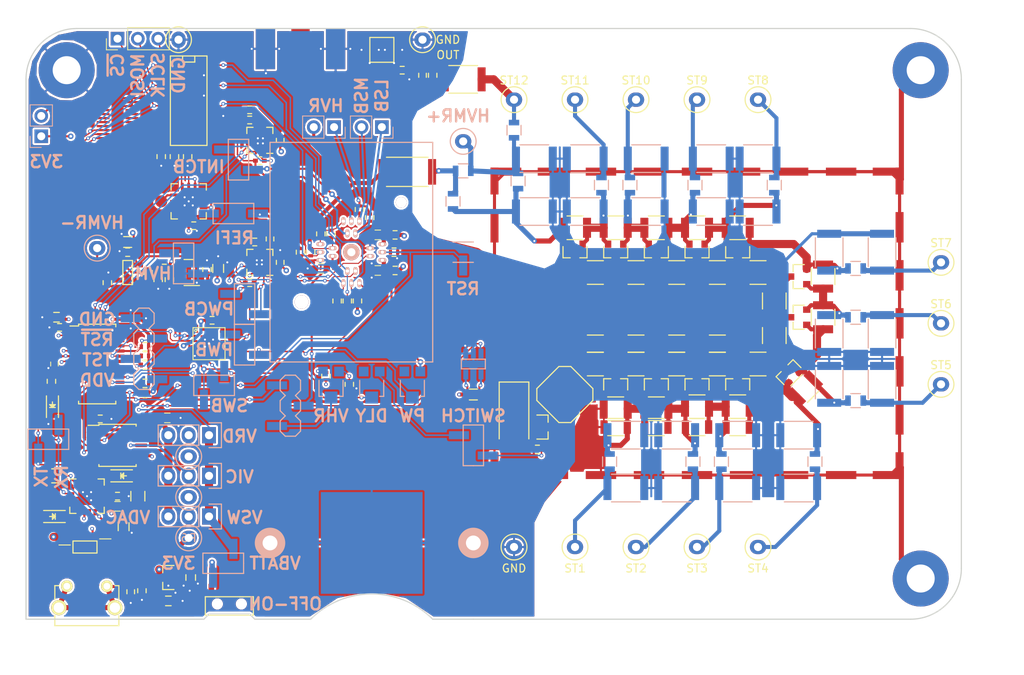
<source format=kicad_pcb>
(kicad_pcb (version 4) (host pcbnew 4.0.2-stable)
  (layers (0 F.Cu signal) (1 In1.Cu signal) (2 In2.Cu signal) (31 B.Cu signal) (34 B.Paste user) (35 F.Paste user) (36 B.SilkS user) (37 F.SilkS user) (38 B.Mask user) (39 F.Mask user) (44 Edge.Cuts user))
  (net 0 "")
  (net 1 ICAP1)
  (net 2 "Net-(BT1-Pad1)")
  (net 3 GND)
  (net 4 /Comms/VCCIO)
  (net 5 +5V)
  (net 6 +3V3)
  (net 7 VREFDAC)
  (net 8 /SwitchIC/VDDA)
  (net 9 /SwitchIC/VDD)
  (net 10 /Switches-Digipots/PNO0)
  (net 11 CIN)
  (net 12 /Switches-Digipots/INO0)
  (net 13 /Switches-Digipots/PNO1)
  (net 14 /Switches-Digipots/INO1)
  (net 15 /Switches-Digipots/PNO2)
  (net 16 /Switches-Digipots/INO2)
  (net 17 "Net-(C23-Pad1)")
  (net 18 ST12)
  (net 19 "Net-(C24-Pad2)")
  (net 20 "Net-(C26-Pad2)")
  (net 21 "Net-(C27-Pad1)")
  (net 22 "Net-(C27-Pad2)")
  (net 23 /CW-Chain/S1)
  (net 24 "Net-(C29-Pad2)")
  (net 25 "Net-(C31-Pad1)")
  (net 26 /CW-Chain/S2)
  (net 27 "Net-(C34-Pad2)")
  (net 28 "Net-(C35-Pad2)")
  (net 29 /CW-Chain/S3)
  (net 30 "Net-(C37-Pad2)")
  (net 31 "Net-(C39-Pad1)")
  (net 32 /CW-Chain/S4)
  (net 33 "Net-(C42-Pad2)")
  (net 34 "Net-(C43-Pad2)")
  (net 35 "Net-(C44-Pad1)")
  (net 36 "Net-(C45-Pad2)")
  (net 37 "Net-(C47-Pad1)")
  (net 38 "Net-(C48-Pad1)")
  (net 39 "Net-(C50-Pad2)")
  (net 40 "Net-(C51-Pad2)")
  (net 41 "Net-(C52-Pad1)")
  (net 42 "Net-(C53-Pad2)")
  (net 43 "Net-(C55-Pad1)")
  (net 44 "Net-(C56-Pad1)")
  (net 45 "Net-(C58-Pad2)")
  (net 46 "Net-(C59-Pad2)")
  (net 47 "Net-(C60-Pad1)")
  (net 48 "Net-(C61-Pad2)")
  (net 49 "Net-(C63-Pad1)")
  (net 50 "Net-(C64-Pad1)")
  (net 51 "Net-(C66-Pad2)")
  (net 52 "Net-(C67-Pad2)")
  (net 53 "Net-(C68-Pad1)")
  (net 54 "Net-(C69-Pad2)")
  (net 55 "Net-(C71-Pad1)")
  (net 56 "Net-(C72-Pad1)")
  (net 57 "Net-(D1-Pad2)")
  (net 58 "Net-(D1-Pad1)")
  (net 59 "Net-(D2-Pad2)")
  (net 60 "Net-(D2-Pad1)")
  (net 61 "Net-(D3-Pad2)")
  (net 62 "Net-(J1-Pad1)")
  (net 63 "Net-(J1-Pad2)")
  (net 64 "Net-(J1-Pad3)")
  (net 65 "Net-(J1-Pad4)")
  (net 66 "Net-(J1-Pad5)")
  (net 67 VBATT)
  (net 68 "Net-(P1-Pad2)")
  (net 69 VDAC)
  (net 70 VIC)
  (net 71 VSW)
  (net 72 "Net-(P8-Pad1)")
  (net 73 DACO)
  (net 74 RIN)
  (net 75 ICAP2)
  (net 76 P1W)
  (net 77 SWDLY)
  (net 78 P0W)
  (net 79 "Net-(P13-Pad1)")
  (net 80 "Net-(Q1-Pad2)")
  (net 81 "Net-(R3-Pad1)")
  (net 82 HVR)
  (net 83 "Net-(R7-Pad2)")
  (net 84 "Net-(R11-Pad1)")
  (net 85 "Net-(R11-Pad2)")
  (net 86 "Net-(RV1-Pad1)")
  (net 87 "Net-(RV2-Pad1)")
  (net 88 "Net-(S1-Pad3)")
  (net 89 "Net-(U1-Pad1)")
  (net 90 "Net-(U1-Pad3)")
  (net 91 "Net-(U2-Pad14)")
  (net 92 /Comms/TXD)
  (net 93 "Net-(U2-Pad16)")
  (net 94 /Comms/RXD)
  (net 95 "Net-(U2-Pad4)")
  (net 96 "Net-(U2-Pad12)")
  (net 97 /MSP430/PWS1)
  (net 98 /MSP430/PWS0)
  (net 99 /MSP430/INTS0)
  (net 100 /MSP430/INTS1)
  (net 101 /DACs/~SUPPCSN)
  (net 102 /DACs/MOSI)
  (net 103 /DACs/~REFCSN)
  (net 104 "Net-(U3-Pad26)")
  (net 105 "Net-(U3-Pad27)")
  (net 106 "Net-(U6-Pad2)")
  (net 107 "Net-(U6-Pad6)")
  (net 108 "Net-(U6-Pad7)")
  (net 109 VHIGH)
  (net 110 "Net-(U8-Pad2)")
  (net 111 "Net-(U8-Pad8)")
  (net 112 "Net-(U9-Pad2)")
  (net 113 "Net-(U9-Pad8)")
  (net 114 "Net-(U10-Pad7)")
  (net 115 "Net-(U10-Pad8)")
  (net 116 "Net-(U10-Pad11)")
  (net 117 "Net-(U10-Pad12)")
  (net 118 "Net-(R43-Pad1)")
  (net 119 "Net-(R44-Pad1)")
  (net 120 "Net-(R45-Pad1)")
  (net 121 "Net-(J5-Pad1)")
  (net 122 "Net-(R49-Pad2)")
  (net 123 "Net-(R50-Pad1)")
  (net 124 /CheetahSocket/SPI1_SSa)
  (net 125 "Net-(C78-Pad1)")
  (net 126 /HVMeasurement/SCL)
  (net 127 /HVMeasurement/SDA)
  (net 128 GNDPWR)
  (net 129 SWCurr)
  (net 130 "Net-(J5-Pad7)")
  (net 131 "Net-(J5-Pad8)")
  (net 132 "Net-(J5-Pad9)")
  (net 133 "Net-(J5-Pad10)")
  (net 134 "Net-(J5-Pad11)")
  (net 135 "Net-(J5-Pad12)")
  (net 136 "Net-(J5-Pad13)")
  (net 137 "Net-(J5-Pad14)")
  (net 138 "Net-(J5-Pad15)")
  (net 139 "Net-(J5-Pad16)")
  (net 140 /CheetahSocket/MSPSCLK)
  (net 141 "Net-(J5-Pad18)")
  (net 142 "Net-(J5-Pad20)")
  (net 143 /CheetahSocket/~ICCSN)
  (net 144 "Net-(J5-Pad22)")
  (net 145 "Net-(J5-Pad23)")
  (net 146 "Net-(J5-Pad24)")
  (net 147 "Net-(J5-Pad25)")
  (net 148 "Net-(J5-Pad26)")
  (net 149 "Net-(J5-Pad27)")
  (net 150 "Net-(J5-Pad28)")
  (net 151 "Net-(J5-Pad29)")
  (net 152 "Net-(J5-Pad30)")
  (net 153 "Net-(P20-Pad2)")
  (net 154 "Net-(P20-Pad3)")
  (net 155 LSB)
  (net 156 MSB)
  (net 157 "Net-(R36-Pad1)")
  (net 158 /SwitchIC/MOSI)
  (net 159 /SwitchIC/SCLK)
  (net 160 "Net-(R54-Pad2)")
  (net 161 "Net-(R55-Pad1)")
  (net 162 "Net-(U3-Pad8)")
  (net 163 "Net-(U3-Pad9)")
  (net 164 "Net-(U5-Pad4)")
  (net 165 "Net-(U8-Pad4)")
  (net 166 "Net-(U9-Pad4)")
  (net 167 "Net-(U11-Pad10)")
  (net 168 "Net-(U11-Pad9)")
  (net 169 "Net-(U11-Pad8)")
  (net 170 "Net-(U11-Pad7)")
  (net 171 "Net-(C74-Pad2)")
  (net 172 "Net-(P18-Pad1)")
  (net 173 "Net-(C21-Pad1)")
  (net 174 SWITCH)
  (net 175 "Net-(P21-Pad3)")
  (net 176 "Net-(P22-Pad1)")
  (net 177 "Net-(U3-Pad14)")
  (net 178 RSTIC)
  (module HVTest:BMI-S-230-F-R (layer F.Cu) (at 163.83 100.33)
    (fp_text reference J4 hide)
    (fp_text value RF_SHIELD_TWO_PIECES hide)
    (pad 1 smd rect (at -25.3 -17.775) (size 1 3.35) (layers F.Cu F.Paste F.Mask) (net 3 GND))
    (pad 1 smd rect (at -25.3 -12) (size 1 3.8) (layers F.Cu F.Paste F.Mask) (net 3 GND))
    (pad 1 smd rect (at -25.3 -6) (size 1 3.8) (layers F.Cu F.Paste F.Mask) (net 3 GND))
    (pad 1 smd rect (at -25.3 0) (size 1 3.8) (layers F.Cu F.Paste F.Mask) (net 3 GND))
    (pad 1 smd rect (at -25.3 6) (size 1 3.8) (layers F.Cu F.Paste F.Mask) (net 3 GND))
    (pad 1 smd rect (at -25.3 12) (size 1 3.8) (layers F.Cu F.Paste F.Mask) (net 3 GND))
    (pad 1 smd rect (at 25.3 -12) (size 1 3.8) (layers F.Cu F.Paste F.Mask) (net 3 GND))
    (pad 1 smd rect (at 25.3 -6) (size 1 3.8) (layers F.Cu F.Paste F.Mask) (net 3 GND))
    (pad 1 smd rect (at 25.3 0) (size 1 3.8) (layers F.Cu F.Paste F.Mask) (net 3 GND))
    (pad 1 smd rect (at 25.3 6) (size 1 3.8) (layers F.Cu F.Paste F.Mask) (net 3 GND))
    (pad 1 smd rect (at 25.3 12) (size 1 3.8) (layers F.Cu F.Paste F.Mask) (net 3 GND))
    (pad 1 smd rect (at 25.3 -17.775) (size 1 3.35) (layers F.Cu F.Paste F.Mask) (net 3 GND))
    (pad 1 smd rect (at 25.3 17.775) (size 1 3.35) (layers F.Cu F.Paste F.Mask) (net 3 GND))
    (pad 1 smd rect (at -25.3 17.775) (size 1 3.35) (layers F.Cu F.Paste F.Mask) (net 3 GND))
    (pad 1 smd rect (at -23.875 18.95) (size 3.85 1) (layers F.Cu F.Paste F.Mask) (net 3 GND))
    (pad 1 smd rect (at -23.875 -18.95) (size 3.85 1) (layers F.Cu F.Paste F.Mask) (net 3 GND))
    (pad 1 smd rect (at 23.875 -18.95) (size 3.85 1) (layers F.Cu F.Paste F.Mask) (net 3 GND))
    (pad 1 smd rect (at 23.875 18.95) (size 3.85 1) (layers F.Cu F.Paste F.Mask) (net 3 GND))
    (pad 1 smd rect (at 0 -18.95) (size 3.8 1) (layers F.Cu F.Paste F.Mask) (net 3 GND))
    (pad 1 smd rect (at 6 -18.95) (size 3.8 1) (layers F.Cu F.Paste F.Mask) (net 3 GND))
    (pad 1 smd rect (at 18 -18.95) (size 3.8 1) (layers F.Cu F.Paste F.Mask) (net 3 GND))
    (pad 1 smd rect (at -12 -18.95) (size 3.8 1) (layers F.Cu F.Paste F.Mask) (net 3 GND))
    (pad 1 smd rect (at -18 -18.95) (size 3.8 1) (layers F.Cu F.Paste F.Mask) (net 3 GND))
    (pad 1 smd rect (at -18 18.95) (size 3.8 1) (layers F.Cu F.Paste F.Mask) (net 3 GND))
    (pad 1 smd rect (at -6 18.95) (size 3.8 1) (layers F.Cu F.Paste F.Mask) (net 3 GND))
    (pad 1 smd rect (at 0 18.95) (size 3.8 1) (layers F.Cu F.Paste F.Mask) (net 3 GND))
    (pad 1 smd rect (at 12 18.95) (size 3.8 1) (layers F.Cu F.Paste F.Mask) (net 3 GND))
    (pad 1 smd rect (at 18 18.95) (size 3.8 1) (layers F.Cu F.Paste F.Mask) (net 3 GND))
    (pad 1 smd rect (at 12 -18.95) (size 3.8 1) (layers F.Cu F.Paste F.Mask) (net 3 GND))
    (pad 1 smd rect (at -6 -18.95) (size 3.8 1) (layers F.Cu F.Paste F.Mask) (net 3 GND))
    (pad 1 smd rect (at -12 18.95) (size 3.8 1) (layers F.Cu F.Paste F.Mask) (net 3 GND))
    (pad 1 smd rect (at 6 18.95) (size 3.8 1) (layers F.Cu F.Paste F.Mask) (net 3 GND))
  )
  (module HVTest:test_socket (layer B.Cu) (at 120.65 91.44 270)
    (fp_text reference U7 hide)
    (fp_text value switch_ic4/5)
    (pad 21 thru_hole circle (at 0 0 270) (size 2.032 2.032) (drill 1.016) (layers *.Cu *.Mask B.SilkS))
    (pad 4 thru_hole oval (at -0.5 2.35 270) (size 0.4826 0.9906) (drill 0.4064) (layers *.Cu *.Mask B.SilkS) (net 83 "Net-(R7-Pad2)"))
    (pad 2 thru_hole oval (at 0.5 2.35 270) (size 0.4826 0.9906) (drill 0.4064) (layers *.Cu *.Mask B.SilkS) (net 173 "Net-(C21-Pad1)"))
    (pad 3 thru_hole oval (at 0 3.875 270) (size 0.4826 0.9906) (drill 0.4064) (layers *.Cu *.Mask B.SilkS) (net 82 HVR))
    (pad 1 thru_hole oval (at 1 3.875 270) (size 0.4826 0.9906) (drill 0.4064) (layers *.Cu *.Mask B.SilkS) (net 3 GND))
    (pad 5 thru_hole oval (at -1 3.875 270) (size 0.4826 0.9906) (drill 0.4064) (layers *.Cu *.Mask B.SilkS) (net 85 "Net-(R11-Pad2)"))
    (pad 18 thru_hole oval (at 3.875 0 270) (size 0.9906 0.4826) (drill 0.4064) (layers *.Cu *.Mask B.SilkS) (net 159 /SwitchIC/SCLK))
    (pad 20 thru_hole oval (at 3.875 1 270) (size 0.9906 0.4826) (drill 0.4064) (layers *.Cu *.Mask B.SilkS) (net 124 /CheetahSocket/SPI1_SSa))
    (pad 16 thru_hole oval (at 3.875 -1 270) (size 0.9906 0.4826) (drill 0.4064) (layers *.Cu *.Mask B.SilkS) (net 174 SWITCH))
    (pad 19 thru_hole oval (at 2.35 0.5 270) (size 0.9906 0.4826) (drill 0.4064) (layers *.Cu *.Mask B.SilkS) (net 158 /SwitchIC/MOSI))
    (pad 17 thru_hole oval (at 2.35 -0.5 270) (size 0.9906 0.4826) (drill 0.4064) (layers *.Cu *.Mask B.SilkS) (net 11 CIN))
    (pad 12 thru_hole oval (at -0.5 -2.35 270) (size 0.4826 0.9906) (drill 0.4064) (layers *.Cu *.Mask B.SilkS) (net 3 GND))
    (pad 14 thru_hole oval (at 0.5 -2.35 270) (size 0.4826 0.9906) (drill 0.4064) (layers *.Cu *.Mask B.SilkS) (net 74 RIN))
    (pad 11 thru_hole oval (at -1 -3.875 270) (size 0.4826 0.9906) (drill 0.4064) (layers *.Cu *.Mask B.SilkS) (net 8 /SwitchIC/VDDA))
    (pad 13 thru_hole oval (at 0 -3.875 270) (size 0.4826 0.9906) (drill 0.4064) (layers *.Cu *.Mask B.SilkS) (net 178 RSTIC))
    (pad 15 thru_hole oval (at 1 -3.875 270) (size 0.4826 0.9906) (drill 0.4064) (layers *.Cu *.Mask B.SilkS) (net 9 /SwitchIC/VDD))
    (pad 7 thru_hole oval (at -2.35 0.5 270) (size 0.9906 0.4826) (drill 0.4064) (layers *.Cu *.Mask B.SilkS) (net 1 ICAP1))
    (pad 9 thru_hole oval (at -2.35 -0.5 270) (size 0.9906 0.4826) (drill 0.4064) (layers *.Cu *.Mask B.SilkS) (net 155 LSB))
    (pad 10 thru_hole oval (at -3.875 -1 270) (size 0.9906 0.4826) (drill 0.4064) (layers *.Cu *.Mask B.SilkS) (net 156 MSB))
    (pad 8 thru_hole oval (at -3.875 0 270) (size 0.9906 0.4826) (drill 0.4064) (layers *.Cu *.Mask B.SilkS) (net 75 ICAP2))
    (pad 6 thru_hole oval (at -3.875 1 270) (size 0.9906 0.4826) (drill 0.4064) (layers *.Cu *.Mask B.SilkS) (net 84 "Net-(R11-Pad1)"))
    (pad 23 thru_hole circle (at 6.223 6.223 270) (size 1.7018 1.7018) (drill 1.7018) (layers *.Cu *.Mask B.SilkS))
    (pad 22 thru_hole circle (at -6.223 -6.223 270) (size 1.3208 1.3208) (drill 1.3208) (layers *.Cu *.Mask B.SilkS))
  )
  (module Resistors_SMD:R_2512 (layer F.Cu) (at 127.635 81.407 180)
    (fp_text reference R36 hide)
    (fp_text value 1G)
    (pad 1 smd rect (at -3.1 0 180) (size 1 3.2) (layers F.Cu F.Paste F.Mask) (net 157 "Net-(R36-Pad1)"))
    (pad 2 smd rect (at 3.1 0 180) (size 1 3.2) (layers F.Cu F.Paste F.Mask) (net 82 HVR))
  )
  (module Capacitors_SMD:C_0402 (layer F.Cu) (at 107.95 95.25 180)
    (fp_text reference C12 hide)
    (fp_text value 1nF)
    (pad 1 smd rect (at -0.55 0 180) (size 0.6 0.5) (layers F.Cu F.Paste F.Mask) (net 10 /Switches-Digipots/PNO0))
    (pad 2 smd rect (at 0.55 0 180) (size 0.6 0.5) (layers F.Cu F.Paste F.Mask) (net 11 CIN))
  )
  (module HVTest:QFN-16-1EP_4x4mm_Pitch0.65mm (layer F.Cu) (at 87.63 121.92)
    (fp_text reference U2 hide)
    (fp_text value FT230X)
    (pad 1 smd rect (at -2 -0.975) (size 0.8 0.35) (layers F.Cu F.Paste F.Mask) (net 4 /Comms/VCCIO))
    (pad 2 smd rect (at -2 -0.325) (size 0.8 0.35) (layers F.Cu F.Paste F.Mask) (net 94 /Comms/RXD))
    (pad 3 smd rect (at -2 0.325) (size 0.8 0.35) (layers F.Cu F.Paste F.Mask) (net 3 GND))
    (pad 4 smd rect (at -2 0.975) (size 0.8 0.35) (layers F.Cu F.Paste F.Mask) (net 95 "Net-(U2-Pad4)"))
    (pad 5 smd rect (at -0.975 2 90) (size 0.8 0.35) (layers F.Cu F.Paste F.Mask) (net 60 "Net-(D2-Pad1)"))
    (pad 6 smd rect (at -0.325 2 90) (size 0.8 0.35) (layers F.Cu F.Paste F.Mask) (net 89 "Net-(U1-Pad1)"))
    (pad 7 smd rect (at 0.325 2 90) (size 0.8 0.35) (layers F.Cu F.Paste F.Mask) (net 90 "Net-(U1-Pad3)"))
    (pad 8 smd rect (at 0.975 2 90) (size 0.8 0.35) (layers F.Cu F.Paste F.Mask) (net 4 /Comms/VCCIO))
    (pad 9 smd rect (at 2 0.975) (size 0.8 0.35) (layers F.Cu F.Paste F.Mask) (net 4 /Comms/VCCIO))
    (pad 10 smd rect (at 2 0.325) (size 0.8 0.35) (layers F.Cu F.Paste F.Mask) (net 5 +5V))
    (pad 11 smd rect (at 2 -0.325) (size 0.8 0.35) (layers F.Cu F.Paste F.Mask) (net 58 "Net-(D1-Pad1)"))
    (pad 12 smd rect (at 2 -0.975) (size 0.8 0.35) (layers F.Cu F.Paste F.Mask) (net 96 "Net-(U2-Pad12)"))
    (pad 13 smd rect (at 0.975 -2 90) (size 0.8 0.35) (layers F.Cu F.Paste F.Mask) (net 3 GND))
    (pad 14 smd rect (at 0.325 -2 90) (size 0.8 0.35) (layers F.Cu F.Paste F.Mask) (net 91 "Net-(U2-Pad14)"))
    (pad 15 smd rect (at -0.325 -2 90) (size 0.8 0.35) (layers F.Cu F.Paste F.Mask) (net 92 /Comms/TXD))
    (pad 16 smd rect (at -0.975 -2 90) (size 0.8 0.35) (layers F.Cu F.Paste F.Mask) (net 93 "Net-(U2-Pad16)"))
    (pad 17 smd rect (at 0 0) (size 2.2 2.2) (layers F.Cu F.Paste F.Mask) (net 3 GND))
  )
  (module Capacitors_SMD:C_0402 (layer F.Cu) (at 91.44 121.92)
    (fp_text reference C3 hide)
    (fp_text value 0.1u)
    (pad 1 smd rect (at -0.55 0) (size 0.6 0.5) (layers F.Cu F.Paste F.Mask) (net 5 +5V))
    (pad 2 smd rect (at 0.55 0) (size 0.6 0.5) (layers F.Cu F.Paste F.Mask) (net 3 GND))
  )
  (module Capacitors_SMD:C_0603 (layer F.Cu) (at 83.82 99.568 180)
    (fp_text reference C4 hide)
    (fp_text value 1uF)
    (pad 1 smd rect (at -0.75 0 180) (size 0.8 0.75) (layers F.Cu F.Paste F.Mask) (net 6 +3V3))
    (pad 2 smd rect (at 0.75 0 180) (size 0.8 0.75) (layers F.Cu F.Paste F.Mask) (net 3 GND))
  )
  (module Capacitors_SMD:C_0402 (layer F.Cu) (at 84.201 100.838 180)
    (fp_text reference C5 hide)
    (fp_text value 0.1uF)
    (pad 1 smd rect (at -0.55 0 180) (size 0.6 0.5) (layers F.Cu F.Paste F.Mask) (net 6 +3V3))
    (pad 2 smd rect (at 0.55 0 180) (size 0.6 0.5) (layers F.Cu F.Paste F.Mask) (net 3 GND))
  )
  (module Capacitors_SMD:C_0603 (layer F.Cu) (at 97.79 135.001)
    (fp_text reference C6 hide)
    (fp_text value 1uF)
    (pad 1 smd rect (at -0.75 0) (size 0.8 0.75) (layers F.Cu F.Paste F.Mask) (net 5 +5V))
    (pad 2 smd rect (at 0.75 0) (size 0.8 0.75) (layers F.Cu F.Paste F.Mask) (net 3 GND))
  )
  (module Capacitors_SMD:C_0603 (layer F.Cu) (at 100.584 132.08 270)
    (fp_text reference C7 hide)
    (fp_text value 1uF)
    (pad 1 smd rect (at -0.75 0 270) (size 0.8 0.75) (layers F.Cu F.Paste F.Mask) (net 6 +3V3))
    (pad 2 smd rect (at 0.75 0 270) (size 0.8 0.75) (layers F.Cu F.Paste F.Mask) (net 3 GND))
  )
  (module Capacitors_SMD:C_0402 (layer F.Cu) (at 89.281 112.268)
    (fp_text reference C8 hide)
    (fp_text value 0.1uF)
    (pad 1 smd rect (at -0.55 0) (size 0.6 0.5) (layers F.Cu F.Paste F.Mask) (net 6 +3V3))
    (pad 2 smd rect (at 0.55 0) (size 0.6 0.5) (layers F.Cu F.Paste F.Mask) (net 3 GND))
  )
  (module Capacitors_SMD:C_0402 (layer F.Cu) (at 100.965 88.138)
    (fp_text reference C9 hide)
    (fp_text value 0.1uF)
    (pad 1 smd rect (at -0.55 0) (size 0.6 0.5) (layers F.Cu F.Paste F.Mask) (net 7 VREFDAC))
    (pad 2 smd rect (at 0.55 0) (size 0.6 0.5) (layers F.Cu F.Paste F.Mask) (net 3 GND))
  )
  (module Capacitors_SMD:C_0402 (layer F.Cu) (at 109.22 80.01 180)
    (fp_text reference C13 hide)
    (fp_text value 3.3nF)
    (pad 1 smd rect (at -0.55 0 180) (size 0.6 0.5) (layers F.Cu F.Paste F.Mask) (net 12 /Switches-Digipots/INO0))
    (pad 2 smd rect (at 0.55 0 180) (size 0.6 0.5) (layers F.Cu F.Paste F.Mask) (net 1 ICAP1))
  )
  (module Capacitors_SMD:C_0402 (layer F.Cu) (at 108.585 90.17 180)
    (fp_text reference C14 hide)
    (fp_text value 470pF)
    (pad 1 smd rect (at -0.55 0 180) (size 0.6 0.5) (layers F.Cu F.Paste F.Mask) (net 13 /Switches-Digipots/PNO1))
    (pad 2 smd rect (at 0.55 0 180) (size 0.6 0.5) (layers F.Cu F.Paste F.Mask) (net 11 CIN))
  )
  (module Capacitors_SMD:C_0402 (layer F.Cu) (at 111.76 92.71 90)
    (fp_text reference C15 hide)
    (fp_text value 0.1uF)
    (pad 1 smd rect (at -0.55 0 90) (size 0.6 0.5) (layers F.Cu F.Paste F.Mask) (net 6 +3V3))
    (pad 2 smd rect (at 0.55 0 90) (size 0.6 0.5) (layers F.Cu F.Paste F.Mask) (net 3 GND))
  )
  (module Capacitors_SMD:C_0402 (layer F.Cu) (at 111.76 77.47 90)
    (fp_text reference C16 hide)
    (fp_text value 0.1uF)
    (pad 1 smd rect (at -0.55 0 90) (size 0.6 0.5) (layers F.Cu F.Paste F.Mask) (net 6 +3V3))
    (pad 2 smd rect (at 0.55 0 90) (size 0.6 0.5) (layers F.Cu F.Paste F.Mask) (net 3 GND))
  )
  (module Capacitors_SMD:C_0402 (layer F.Cu) (at 107.95 74.93 180)
    (fp_text reference C17 hide)
    (fp_text value 1nF hide)
    (pad 1 smd rect (at -0.55 0 180) (size 0.6 0.5) (layers F.Cu F.Paste F.Mask) (net 14 /Switches-Digipots/INO1))
    (pad 2 smd rect (at 0.55 0 180) (size 0.6 0.5) (layers F.Cu F.Paste F.Mask) (net 1 ICAP1))
  )
  (module Capacitors_SMD:C_0402 (layer F.Cu) (at 110.49 89.789 90)
    (fp_text reference C18 hide)
    (fp_text value 220pF)
    (pad 1 smd rect (at -0.55 0 90) (size 0.6 0.5) (layers F.Cu F.Paste F.Mask) (net 15 /Switches-Digipots/PNO2))
    (pad 2 smd rect (at 0.55 0 90) (size 0.6 0.5) (layers F.Cu F.Paste F.Mask) (net 11 CIN))
  )
  (module Capacitors_SMD:C_0402 (layer F.Cu) (at 107.95 73.66 180)
    (fp_text reference C19 hide)
    (fp_text value 220pF hide)
    (pad 1 smd rect (at -0.55 0 180) (size 0.6 0.5) (layers F.Cu F.Paste F.Mask) (net 16 /Switches-Digipots/INO2))
    (pad 2 smd rect (at 0.55 0 180) (size 0.6 0.5) (layers F.Cu F.Paste F.Mask) (net 1 ICAP1))
  )
  (module Capacitors_SMD:C_0402 (layer F.Cu) (at 93.091 133.858 270)
    (fp_text reference C20 hide)
    (fp_text value 0.1u)
    (pad 1 smd rect (at -0.55 0 270) (size 0.6 0.5) (layers F.Cu F.Paste F.Mask) (net 128 GNDPWR))
    (pad 2 smd rect (at 0.55 0 270) (size 0.6 0.5) (layers F.Cu F.Paste F.Mask) (net 3 GND))
  )
  (module Capacitors_SMD:C_0402 (layer F.Cu) (at 103.251 99.949)
    (fp_text reference C22 hide)
    (fp_text value 0.1uF)
    (pad 1 smd rect (at -0.55 0) (size 0.6 0.5) (layers F.Cu F.Paste F.Mask) (net 6 +3V3))
    (pad 2 smd rect (at 0.55 0) (size 0.6 0.5) (layers F.Cu F.Paste F.Mask) (net 3 GND))
  )
  (module Capacitors_Tantalum_SMD:Tantalum_Case-C_EIA-6032-28_Reflow (layer F.Cu) (at 140.97 111.76 270)
    (fp_text reference C23 hide)
    (fp_text value 100uF hide)
    (pad 1 smd rect (at -2.525 0 270) (size 2.55 2.5) (layers F.Cu F.Paste F.Mask) (net 17 "Net-(C23-Pad1)"))
    (pad 2 smd rect (at 2.525 0 270) (size 2.55 2.5) (layers F.Cu F.Paste F.Mask) (net 3 GND))
  )
  (module Capacitors_SMD:C_1812 (layer F.Cu) (at 134.62 69.85 180)
    (fp_text reference C24 hide)
    (fp_text value 0.1uF hide)
    (pad 1 smd rect (at -2.3 0 180) (size 1 3) (layers F.Cu F.Paste F.Mask) (net 18 ST12))
    (pad 2 smd rect (at 2.3 0 180) (size 1 3) (layers F.Cu F.Paste F.Mask) (net 19 "Net-(C24-Pad2)"))
  )
  (module Capacitors_SMD:C_0402 (layer F.Cu) (at 129.54 69.342 270)
    (fp_text reference C25 hide)
    (fp_text value 33pF hide)
    (pad 1 smd rect (at -0.55 0 270) (size 0.6 0.5) (layers F.Cu F.Paste F.Mask) (net 19 "Net-(C24-Pad2)"))
    (pad 2 smd rect (at 0.55 0 270) (size 0.6 0.5) (layers F.Cu F.Paste F.Mask) (net 3 GND))
  )
  (module Capacitors_SMD:C_0402 (layer F.Cu) (at 127 68.707 180)
    (fp_text reference C26 hide)
    (fp_text value 3nF hide)
    (pad 1 smd rect (at -0.55 0 180) (size 0.6 0.5) (layers F.Cu F.Paste F.Mask) (net 19 "Net-(C24-Pad2)"))
    (pad 2 smd rect (at 0.55 0 180) (size 0.6 0.5) (layers F.Cu F.Paste F.Mask) (net 20 "Net-(C26-Pad2)"))
  )
  (module Capacitors_SMD:C_1210 (layer F.Cu) (at 151.13 105.41)
    (fp_text reference C27 hide)
    (fp_text value 0.1uF hide)
    (pad 1 smd rect (at -1.5 0) (size 1 2.5) (layers F.Cu F.Paste F.Mask) (net 21 "Net-(C27-Pad1)"))
    (pad 2 smd rect (at 1.5 0) (size 1 2.5) (layers F.Cu F.Paste F.Mask) (net 22 "Net-(C27-Pad2)"))
  )
  (module Capacitors_SMD:C_1210 (layer F.Cu) (at 153.67 110.998 180)
    (fp_text reference C28 hide)
    (fp_text value 0.1uF hide)
    (pad 1 smd rect (at -1.5 0 180) (size 1 2.5) (layers F.Cu F.Paste F.Mask) (net 23 /CW-Chain/S1))
    (pad 2 smd rect (at 1.5 0 180) (size 1 2.5) (layers F.Cu F.Paste F.Mask) (net 3 GND))
  )
  (module Capacitors_SMD:C_1210 (layer F.Cu) (at 156.21 105.41)
    (fp_text reference C29 hide)
    (fp_text value 0.1uF hide)
    (pad 1 smd rect (at -1.5 0) (size 1 2.5) (layers F.Cu F.Paste F.Mask) (net 22 "Net-(C27-Pad2)"))
    (pad 2 smd rect (at 1.5 0) (size 1 2.5) (layers F.Cu F.Paste F.Mask) (net 24 "Net-(C29-Pad2)"))
  )
  (module Capacitors_SMD:C_1812 (layer B.Cu) (at 154.94 114.3)
    (fp_text reference C30 hide)
    (fp_text value 0.1uF hide)
    (pad 1 smd rect (at -2.3 0) (size 1 3) (layers B.Cu B.Paste B.Mask) (net 23 /CW-Chain/S1))
    (pad 2 smd rect (at 2.3 0) (size 1 3) (layers B.Cu B.Paste B.Mask) (net 3 GND))
  )
  (module Capacitors_SMD:C_1812 (layer B.Cu) (at 154.94 120.904)
    (fp_text reference C31 hide)
    (fp_text value 0.1uF hide)
    (pad 1 smd rect (at -2.3 0) (size 1 3) (layers B.Cu B.Paste B.Mask) (net 25 "Net-(C31-Pad1)"))
    (pad 2 smd rect (at 2.3 0) (size 1 3) (layers B.Cu B.Paste B.Mask) (net 3 GND))
  )
  (module Capacitors_SMD:C_1210 (layer F.Cu) (at 158.75 110.998 180)
    (fp_text reference C32 hide)
    (fp_text value 0.1uF hide)
    (pad 1 smd rect (at -1.5 0 180) (size 1 2.5) (layers F.Cu F.Paste F.Mask) (net 26 /CW-Chain/S2))
    (pad 2 smd rect (at 1.5 0 180) (size 1 2.5) (layers F.Cu F.Paste F.Mask) (net 23 /CW-Chain/S1))
  )
  (module Capacitors_SMD:C_1812 (layer B.Cu) (at 161.29 114.3)
    (fp_text reference C33 hide)
    (fp_text value 0.1uF hide)
    (pad 1 smd rect (at -2.3 0) (size 1 3) (layers B.Cu B.Paste B.Mask) (net 3 GND))
    (pad 2 smd rect (at 2.3 0) (size 1 3) (layers B.Cu B.Paste B.Mask) (net 26 /CW-Chain/S2))
  )
  (module Capacitors_SMD:C_1812 (layer B.Cu) (at 161.29 120.904)
    (fp_text reference C34 hide)
    (fp_text value 0.1uF hide)
    (pad 1 smd rect (at -2.3 0) (size 1 3) (layers B.Cu B.Paste B.Mask) (net 3 GND))
    (pad 2 smd rect (at 2.3 0) (size 1 3) (layers B.Cu B.Paste B.Mask) (net 27 "Net-(C34-Pad2)"))
  )
  (module Capacitors_SMD:C_1210 (layer F.Cu) (at 161.29 105.41)
    (fp_text reference C35 hide)
    (fp_text value 0.1uF hide)
    (pad 1 smd rect (at -1.5 0) (size 1 2.5) (layers F.Cu F.Paste F.Mask) (net 24 "Net-(C29-Pad2)"))
    (pad 2 smd rect (at 1.5 0) (size 1 2.5) (layers F.Cu F.Paste F.Mask) (net 28 "Net-(C35-Pad2)"))
  )
  (module Capacitors_SMD:C_1210 (layer F.Cu) (at 163.83 110.744 180)
    (fp_text reference C36 hide)
    (fp_text value 0.1uF hide)
    (pad 1 smd rect (at -1.5 0 180) (size 1 2.5) (layers F.Cu F.Paste F.Mask) (net 29 /CW-Chain/S3))
    (pad 2 smd rect (at 1.5 0 180) (size 1 2.5) (layers F.Cu F.Paste F.Mask) (net 26 /CW-Chain/S2))
  )
  (module Capacitors_SMD:C_1210 (layer F.Cu) (at 166.37 105.41)
    (fp_text reference C37 hide)
    (fp_text value 0.1uF hide)
    (pad 1 smd rect (at -1.5 0) (size 1 2.5) (layers F.Cu F.Paste F.Mask) (net 28 "Net-(C35-Pad2)"))
    (pad 2 smd rect (at 1.5 0) (size 1 2.5) (layers F.Cu F.Paste F.Mask) (net 30 "Net-(C37-Pad2)"))
  )
  (module Capacitors_SMD:C_1812 (layer B.Cu) (at 168.91 114.3)
    (fp_text reference C38 hide)
    (fp_text value 0.1uF hide)
    (pad 1 smd rect (at -2.3 0) (size 1 3) (layers B.Cu B.Paste B.Mask) (net 29 /CW-Chain/S3))
    (pad 2 smd rect (at 2.3 0) (size 1 3) (layers B.Cu B.Paste B.Mask) (net 3 GND))
  )
  (module Capacitors_SMD:C_1812 (layer B.Cu) (at 168.91 120.904)
    (fp_text reference C39 hide)
    (fp_text value 0.1uF hide)
    (pad 1 smd rect (at -2.3 0) (size 1 3) (layers B.Cu B.Paste B.Mask) (net 31 "Net-(C39-Pad1)"))
    (pad 2 smd rect (at 2.3 0) (size 1 3) (layers B.Cu B.Paste B.Mask) (net 3 GND))
  )
  (module Capacitors_SMD:C_1210 (layer F.Cu) (at 168.91 110.744 180)
    (fp_text reference C40 hide)
    (fp_text value 0.1uF hide)
    (pad 1 smd rect (at -1.5 0 180) (size 1 2.5) (layers F.Cu F.Paste F.Mask) (net 32 /CW-Chain/S4))
    (pad 2 smd rect (at 1.5 0 180) (size 1 2.5) (layers F.Cu F.Paste F.Mask) (net 29 /CW-Chain/S3))
  )
  (module Capacitors_SMD:C_1812 (layer B.Cu) (at 176.53 114.3)
    (fp_text reference C41 hide)
    (fp_text value 0.1uF hide)
    (pad 1 smd rect (at -2.3 0) (size 1 3) (layers B.Cu B.Paste B.Mask) (net 3 GND))
    (pad 2 smd rect (at 2.3 0) (size 1 3) (layers B.Cu B.Paste B.Mask) (net 32 /CW-Chain/S4))
  )
  (module Capacitors_SMD:C_1812 (layer B.Cu) (at 176.53 120.904)
    (fp_text reference C42 hide)
    (fp_text value 0.1uF hide)
    (pad 1 smd rect (at -2.3 0) (size 1 3) (layers B.Cu B.Paste B.Mask) (net 3 GND))
    (pad 2 smd rect (at 2.3 0) (size 1 3) (layers B.Cu B.Paste B.Mask) (net 33 "Net-(C42-Pad2)"))
  )
  (module Capacitors_SMD:C_1210 (layer F.Cu) (at 171.45 105.41)
    (fp_text reference C43 hide)
    (fp_text value 0.1uF hide)
    (pad 1 smd rect (at -1.5 0) (size 1 2.5) (layers F.Cu F.Paste F.Mask) (net 30 "Net-(C37-Pad2)"))
    (pad 2 smd rect (at 1.5 0) (size 1 2.5) (layers F.Cu F.Paste F.Mask) (net 34 "Net-(C43-Pad2)"))
  )
  (module Capacitors_SMD:C_1210 (layer F.Cu) (at 177.292 108.458 225)
    (fp_text reference C44 hide)
    (fp_text value 0.1uF hide)
    (pad 1 smd rect (at -1.5 0 225) (size 1 2.5) (layers F.Cu F.Paste F.Mask) (net 35 "Net-(C44-Pad1)"))
    (pad 2 smd rect (at 1.5 0 225) (size 1 2.5) (layers F.Cu F.Paste F.Mask) (net 32 /CW-Chain/S4))
  )
  (module Capacitors_SMD:C_1210 (layer F.Cu) (at 173.482 101.854 90)
    (fp_text reference C45 hide)
    (fp_text value 0.1uF hide)
    (pad 1 smd rect (at -1.5 0 90) (size 1 2.5) (layers F.Cu F.Paste F.Mask) (net 34 "Net-(C43-Pad2)"))
    (pad 2 smd rect (at 1.5 0 90) (size 1 2.5) (layers F.Cu F.Paste F.Mask) (net 36 "Net-(C45-Pad2)"))
  )
  (module Capacitors_SMD:C_1812 (layer B.Cu) (at 180.34 107.95 90)
    (fp_text reference C46 hide)
    (fp_text value 0.1uF hide)
    (pad 1 smd rect (at -2.3 0 90) (size 1 3) (layers B.Cu B.Paste B.Mask) (net 35 "Net-(C44-Pad1)"))
    (pad 2 smd rect (at 2.3 0 90) (size 1 3) (layers B.Cu B.Paste B.Mask) (net 3 GND))
  )
  (module Capacitors_SMD:C_1812 (layer B.Cu) (at 186.944 107.95 90)
    (fp_text reference C47 hide)
    (fp_text value 0.1uF hide)
    (pad 1 smd rect (at -2.3 0 90) (size 1 3) (layers B.Cu B.Paste B.Mask) (net 37 "Net-(C47-Pad1)"))
    (pad 2 smd rect (at 2.3 0 90) (size 1 3) (layers B.Cu B.Paste B.Mask) (net 3 GND))
  )
  (module Capacitors_SMD:C_1210 (layer F.Cu) (at 179.578 99.568 270)
    (fp_text reference C48 hide)
    (fp_text value 0.1uF hide)
    (pad 1 smd rect (at -1.5 0 270) (size 1 2.5) (layers F.Cu F.Paste F.Mask) (net 38 "Net-(C48-Pad1)"))
    (pad 2 smd rect (at 1.5 0 270) (size 1 2.5) (layers F.Cu F.Paste F.Mask) (net 35 "Net-(C44-Pad1)"))
  )
  (module Capacitors_SMD:C_1812 (layer B.Cu) (at 180.34 101.6 90)
    (fp_text reference C49 hide)
    (fp_text value 0.1uF hide)
    (pad 1 smd rect (at -2.3 0 90) (size 1 3) (layers B.Cu B.Paste B.Mask) (net 3 GND))
    (pad 2 smd rect (at 2.3 0 90) (size 1 3) (layers B.Cu B.Paste B.Mask) (net 38 "Net-(C48-Pad1)"))
  )
  (module Capacitors_SMD:C_1812 (layer B.Cu) (at 186.944 101.6 90)
    (fp_text reference C50 hide)
    (fp_text value 0.1uF hide)
    (pad 1 smd rect (at -2.3 0 90) (size 1 3) (layers B.Cu B.Paste B.Mask) (net 3 GND))
    (pad 2 smd rect (at 2.3 0 90) (size 1 3) (layers B.Cu B.Paste B.Mask) (net 39 "Net-(C50-Pad2)"))
  )
  (module Capacitors_SMD:C_1210 (layer F.Cu) (at 173.482 97.536 90)
    (fp_text reference C51 hide)
    (fp_text value 0.1uF hide)
    (pad 1 smd rect (at -1.5 0 90) (size 1 2.5) (layers F.Cu F.Paste F.Mask) (net 36 "Net-(C45-Pad2)"))
    (pad 2 smd rect (at 1.5 0 90) (size 1 2.5) (layers F.Cu F.Paste F.Mask) (net 40 "Net-(C51-Pad2)"))
  )
  (module Capacitors_SMD:C_1210 (layer F.Cu) (at 179.578 94.488 270)
    (fp_text reference C52 hide)
    (fp_text value 0.1uF hide)
    (pad 1 smd rect (at -1.5 0 270) (size 1 2.5) (layers F.Cu F.Paste F.Mask) (net 41 "Net-(C52-Pad1)"))
    (pad 2 smd rect (at 1.5 0 270) (size 1 2.5) (layers F.Cu F.Paste F.Mask) (net 38 "Net-(C48-Pad1)"))
  )
  (module Capacitors_SMD:C_1210 (layer F.Cu) (at 171.45 93.98 180)
    (fp_text reference C53 hide)
    (fp_text value 0.1uF hide)
    (pad 1 smd rect (at -1.5 0 180) (size 1 2.5) (layers F.Cu F.Paste F.Mask) (net 40 "Net-(C51-Pad2)"))
    (pad 2 smd rect (at 1.5 0 180) (size 1 2.5) (layers F.Cu F.Paste F.Mask) (net 42 "Net-(C53-Pad2)"))
  )
  (module Capacitors_SMD:C_1812 (layer B.Cu) (at 180.34 91.44 90)
    (fp_text reference C54 hide)
    (fp_text value 0.1uF hide)
    (pad 1 smd rect (at -2.3 0 90) (size 1 3) (layers B.Cu B.Paste B.Mask) (net 41 "Net-(C52-Pad1)"))
    (pad 2 smd rect (at 2.3 0 90) (size 1 3) (layers B.Cu B.Paste B.Mask) (net 3 GND))
  )
  (module Capacitors_SMD:C_1812 (layer B.Cu) (at 186.944 91.44 90)
    (fp_text reference C55 hide)
    (fp_text value 0.1uF hide)
    (pad 1 smd rect (at -2.3 0 90) (size 1 3) (layers B.Cu B.Paste B.Mask) (net 43 "Net-(C55-Pad1)"))
    (pad 2 smd rect (at 2.3 0 90) (size 1 3) (layers B.Cu B.Paste B.Mask) (net 3 GND))
  )
  (module Capacitors_SMD:C_1210 (layer F.Cu) (at 168.91 88.392)
    (fp_text reference C56 hide)
    (fp_text value 0.1uF hide)
    (pad 1 smd rect (at -1.5 0) (size 1 2.5) (layers F.Cu F.Paste F.Mask) (net 44 "Net-(C56-Pad1)"))
    (pad 2 smd rect (at 1.5 0) (size 1 2.5) (layers F.Cu F.Paste F.Mask) (net 41 "Net-(C52-Pad1)"))
  )
  (module Capacitors_SMD:C_1812 (layer B.Cu) (at 171.45 86.36)
    (fp_text reference C57 hide)
    (fp_text value 0.1uF hide)
    (pad 1 smd rect (at -2.3 0) (size 1 3) (layers B.Cu B.Paste B.Mask) (net 3 GND))
    (pad 2 smd rect (at 2.3 0) (size 1 3) (layers B.Cu B.Paste B.Mask) (net 44 "Net-(C56-Pad1)"))
  )
  (module Capacitors_SMD:C_1812 (layer B.Cu) (at 171.45 79.756)
    (fp_text reference C58 hide)
    (fp_text value 0.1uF hide)
    (pad 1 smd rect (at -2.3 0) (size 1 3) (layers B.Cu B.Paste B.Mask) (net 3 GND))
    (pad 2 smd rect (at 2.3 0) (size 1 3) (layers B.Cu B.Paste B.Mask) (net 45 "Net-(C58-Pad2)"))
  )
  (module Capacitors_SMD:C_1210 (layer F.Cu) (at 166.37 93.98 180)
    (fp_text reference C59 hide)
    (fp_text value 0.1uF hide)
    (pad 1 smd rect (at -1.5 0 180) (size 1 2.5) (layers F.Cu F.Paste F.Mask) (net 42 "Net-(C53-Pad2)"))
    (pad 2 smd rect (at 1.5 0 180) (size 1 2.5) (layers F.Cu F.Paste F.Mask) (net 46 "Net-(C59-Pad2)"))
  )
  (module Capacitors_SMD:C_1210 (layer F.Cu) (at 163.83 88.392)
    (fp_text reference C60 hide)
    (fp_text value 0.1uF hide)
    (pad 1 smd rect (at -1.5 0) (size 1 2.5) (layers F.Cu F.Paste F.Mask) (net 47 "Net-(C60-Pad1)"))
    (pad 2 smd rect (at 1.5 0) (size 1 2.5) (layers F.Cu F.Paste F.Mask) (net 44 "Net-(C56-Pad1)"))
  )
  (module Capacitors_SMD:C_1210 (layer F.Cu) (at 161.29 93.98 180)
    (fp_text reference C61 hide)
    (fp_text value 0.1uF hide)
    (pad 1 smd rect (at -1.5 0 180) (size 1 2.5) (layers F.Cu F.Paste F.Mask) (net 46 "Net-(C59-Pad2)"))
    (pad 2 smd rect (at 1.5 0 180) (size 1 2.5) (layers F.Cu F.Paste F.Mask) (net 48 "Net-(C61-Pad2)"))
  )
  (module Capacitors_SMD:C_1812 (layer B.Cu) (at 165.608 86.36)
    (fp_text reference C62 hide)
    (fp_text value 0.1uF hide)
    (pad 1 smd rect (at -2.3 0) (size 1 3) (layers B.Cu B.Paste B.Mask) (net 47 "Net-(C60-Pad1)"))
    (pad 2 smd rect (at 2.3 0) (size 1 3) (layers B.Cu B.Paste B.Mask) (net 3 GND))
  )
  (module Capacitors_SMD:C_1812 (layer B.Cu) (at 165.608 79.756)
    (fp_text reference C63 hide)
    (fp_text value 0.1uF hide)
    (pad 1 smd rect (at -2.3 0) (size 1 3) (layers B.Cu B.Paste B.Mask) (net 49 "Net-(C63-Pad1)"))
    (pad 2 smd rect (at 2.3 0) (size 1 3) (layers B.Cu B.Paste B.Mask) (net 3 GND))
  )
  (module Capacitors_SMD:C_1210 (layer F.Cu) (at 158.75 88.392)
    (fp_text reference C64 hide)
    (fp_text value 0.1uF hide)
    (pad 1 smd rect (at -1.5 0) (size 1 2.5) (layers F.Cu F.Paste F.Mask) (net 50 "Net-(C64-Pad1)"))
    (pad 2 smd rect (at 1.5 0) (size 1 2.5) (layers F.Cu F.Paste F.Mask) (net 47 "Net-(C60-Pad1)"))
  )
  (module Capacitors_SMD:C_1812 (layer B.Cu) (at 157.48 86.36 180)
    (fp_text reference C65 hide)
    (fp_text value 0.1uF hide)
    (pad 1 smd rect (at -2.3 0 180) (size 1 3) (layers B.Cu B.Paste B.Mask) (net 3 GND))
    (pad 2 smd rect (at 2.3 0 180) (size 1 3) (layers B.Cu B.Paste B.Mask) (net 50 "Net-(C64-Pad1)"))
  )
  (module Capacitors_SMD:C_1812 (layer B.Cu) (at 157.48 79.756 180)
    (fp_text reference C66 hide)
    (fp_text value 0.1uF hide)
    (pad 1 smd rect (at -2.3 0 180) (size 1 3) (layers B.Cu B.Paste B.Mask) (net 3 GND))
    (pad 2 smd rect (at 2.3 0 180) (size 1 3) (layers B.Cu B.Paste B.Mask) (net 51 "Net-(C66-Pad2)"))
  )
  (module Capacitors_SMD:C_1210 (layer F.Cu) (at 156.21 93.98 180)
    (fp_text reference C67 hide)
    (fp_text value 0.1uF hide)
    (pad 1 smd rect (at -1.5 0 180) (size 1 2.5) (layers F.Cu F.Paste F.Mask) (net 48 "Net-(C61-Pad2)"))
    (pad 2 smd rect (at 1.5 0 180) (size 1 2.5) (layers F.Cu F.Paste F.Mask) (net 52 "Net-(C67-Pad2)"))
  )
  (module Capacitors_SMD:C_1210 (layer F.Cu) (at 153.67 88.392)
    (fp_text reference C68 hide)
    (fp_text value 0.1uF hide)
    (pad 1 smd rect (at -1.5 0) (size 1 2.5) (layers F.Cu F.Paste F.Mask) (net 53 "Net-(C68-Pad1)"))
    (pad 2 smd rect (at 1.5 0) (size 1 2.5) (layers F.Cu F.Paste F.Mask) (net 50 "Net-(C64-Pad1)"))
  )
  (module Capacitors_SMD:C_1210 (layer F.Cu) (at 151.13 93.98 180)
    (fp_text reference C69 hide)
    (fp_text value 0.1uF hide)
    (pad 1 smd rect (at -1.5 0 180) (size 1 2.5) (layers F.Cu F.Paste F.Mask) (net 52 "Net-(C67-Pad2)"))
    (pad 2 smd rect (at 1.5 0 180) (size 1 2.5) (layers F.Cu F.Paste F.Mask) (net 54 "Net-(C69-Pad2)"))
  )
  (module Capacitors_SMD:C_1812 (layer B.Cu) (at 149.86 86.36 180)
    (fp_text reference C70 hide)
    (fp_text value 0.1uF hide)
    (pad 1 smd rect (at -2.3 0 180) (size 1 3) (layers B.Cu B.Paste B.Mask) (net 53 "Net-(C68-Pad1)"))
    (pad 2 smd rect (at 2.3 0 180) (size 1 3) (layers B.Cu B.Paste B.Mask) (net 3 GND))
  )
  (module Capacitors_SMD:C_1812 (layer B.Cu) (at 149.86 79.756 180)
    (fp_text reference C71 hide)
    (fp_text value 0.1uF hide)
    (pad 1 smd rect (at -2.3 0 180) (size 1 3) (layers B.Cu B.Paste B.Mask) (net 55 "Net-(C71-Pad1)"))
    (pad 2 smd rect (at 2.3 0 180) (size 1 3) (layers B.Cu B.Paste B.Mask) (net 3 GND))
  )
  (module Capacitors_SMD:C_1210 (layer F.Cu) (at 148.59 88.392)
    (fp_text reference C72 hide)
    (fp_text value 0.1uF hide)
    (pad 1 smd rect (at -1.5 0) (size 1 2.5) (layers F.Cu F.Paste F.Mask) (net 56 "Net-(C72-Pad1)"))
    (pad 2 smd rect (at 1.5 0) (size 1 2.5) (layers F.Cu F.Paste F.Mask) (net 53 "Net-(C68-Pad1)"))
  )
  (module Capacitors_SMD:C_1812 (layer B.Cu) (at 143.51 86.36 180)
    (fp_text reference C73 hide)
    (fp_text value 0.1uF hide)
    (pad 1 smd rect (at -2.3 0 180) (size 1 3) (layers B.Cu B.Paste B.Mask) (net 3 GND))
    (pad 2 smd rect (at 2.3 0 180) (size 1 3) (layers B.Cu B.Paste B.Mask) (net 56 "Net-(C72-Pad1)"))
  )
  (module Capacitors_SMD:C_1812 (layer B.Cu) (at 143.51 79.756 180)
    (fp_text reference C74 hide)
    (fp_text value 0.1uF hide)
    (pad 1 smd rect (at -2.3 0 180) (size 1 3) (layers B.Cu B.Paste B.Mask) (net 3 GND))
    (pad 2 smd rect (at 2.3 0 180) (size 1 3) (layers B.Cu B.Paste B.Mask) (net 171 "Net-(C74-Pad2)"))
  )
  (module LEDs:LED_0805 (layer F.Cu) (at 92.202 119.38)
    (fp_text reference D1 hide)
    (fp_text value LED)
    (pad 2 smd rect (at 1.04902 0 180) (size 1.19888 1.19888) (layers F.Cu F.Paste F.Mask) (net 57 "Net-(D1-Pad2)"))
    (pad 1 smd rect (at -1.04902 0 180) (size 1.19888 1.19888) (layers F.Cu F.Paste F.Mask) (net 58 "Net-(D1-Pad1)"))
  )
  (module LEDs:LED_0805 (layer F.Cu) (at 83.312 124.46 180)
    (fp_text reference D2 hide)
    (fp_text value LED)
    (pad 2 smd rect (at 1.04902 0) (size 1.19888 1.19888) (layers F.Cu F.Paste F.Mask) (net 59 "Net-(D2-Pad2)"))
    (pad 1 smd rect (at -1.04902 0) (size 1.19888 1.19888) (layers F.Cu F.Paste F.Mask) (net 60 "Net-(D2-Pad1)"))
  )
  (module LEDs:LED_0805 (layer F.Cu) (at 83.312 110.49 90)
    (fp_text reference D3 hide)
    (fp_text value LED)
    (pad 2 smd rect (at 1.04902 0 270) (size 1.19888 1.19888) (layers F.Cu F.Paste F.Mask) (net 61 "Net-(D3-Pad2)"))
    (pad 1 smd rect (at -1.04902 0 270) (size 1.19888 1.19888) (layers F.Cu F.Paste F.Mask) (net 3 GND))
  )
  (module HVTest:SOT23 (layer F.Cu) (at 153.67 107.95 180)
    (fp_text reference D4 hide)
    (fp_text value MMBD3004S hide)
    (pad 1 smd rect (at 0.95 -1 180) (size 0.8 0.9) (layers F.Cu F.Paste F.Mask) (net 3 GND))
    (pad 2 smd rect (at 0 1 180) (size 0.8 0.9) (layers F.Cu F.Paste F.Mask) (net 22 "Net-(C27-Pad2)"))
    (pad 3 smd rect (at -0.95 -1 180) (size 0.8 0.9) (layers F.Cu F.Paste F.Mask) (net 23 /CW-Chain/S1))
  )
  (module HVTest:SOT23 (layer F.Cu) (at 158.75 107.95 180)
    (fp_text reference D5 hide)
    (fp_text value MMBD3004S hide)
    (pad 1 smd rect (at 0.95 -1 180) (size 0.8 0.9) (layers F.Cu F.Paste F.Mask) (net 23 /CW-Chain/S1))
    (pad 2 smd rect (at 0 1 180) (size 0.8 0.9) (layers F.Cu F.Paste F.Mask) (net 24 "Net-(C29-Pad2)"))
    (pad 3 smd rect (at -0.95 -1 180) (size 0.8 0.9) (layers F.Cu F.Paste F.Mask) (net 26 /CW-Chain/S2))
  )
  (module HVTest:SOT23 (layer F.Cu) (at 163.83 107.95 180)
    (fp_text reference D6 hide)
    (fp_text value MMBD3004S hide)
    (pad 1 smd rect (at 0.95 -1 180) (size 0.8 0.9) (layers F.Cu F.Paste F.Mask) (net 26 /CW-Chain/S2))
    (pad 2 smd rect (at 0 1 180) (size 0.8 0.9) (layers F.Cu F.Paste F.Mask) (net 28 "Net-(C35-Pad2)"))
    (pad 3 smd rect (at -0.95 -1 180) (size 0.8 0.9) (layers F.Cu F.Paste F.Mask) (net 29 /CW-Chain/S3))
  )
  (module HVTest:SOT23 (layer F.Cu) (at 168.91 107.95 180)
    (fp_text reference D7 hide)
    (fp_text value MMBD3004S hide)
    (pad 1 smd rect (at 0.95 -1 180) (size 0.8 0.9) (layers F.Cu F.Paste F.Mask) (net 29 /CW-Chain/S3))
    (pad 2 smd rect (at 0 1 180) (size 0.8 0.9) (layers F.Cu F.Paste F.Mask) (net 30 "Net-(C37-Pad2)"))
    (pad 3 smd rect (at -0.95 -1 180) (size 0.8 0.9) (layers F.Cu F.Paste F.Mask) (net 32 /CW-Chain/S4))
  )
  (module HVTest:SOT23 (layer F.Cu) (at 175.26 106.426 225)
    (fp_text reference D8 hide)
    (fp_text value MMBD3004S hide)
    (pad 1 smd rect (at 0.95 -1 225) (size 0.8 0.9) (layers F.Cu F.Paste F.Mask) (net 32 /CW-Chain/S4))
    (pad 2 smd rect (at 0 1 225) (size 0.8 0.9) (layers F.Cu F.Paste F.Mask) (net 34 "Net-(C43-Pad2)"))
    (pad 3 smd rect (at -0.95 -1 225) (size 0.8 0.9) (layers F.Cu F.Paste F.Mask) (net 35 "Net-(C44-Pad1)"))
  )
  (module HVTest:SOT23 (layer F.Cu) (at 176.53 99.568 270)
    (fp_text reference D9 hide)
    (fp_text value MMBD3004S hide)
    (pad 1 smd rect (at 0.95 -1 270) (size 0.8 0.9) (layers F.Cu F.Paste F.Mask) (net 35 "Net-(C44-Pad1)"))
    (pad 2 smd rect (at 0 1 270) (size 0.8 0.9) (layers F.Cu F.Paste F.Mask) (net 36 "Net-(C45-Pad2)"))
    (pad 3 smd rect (at -0.95 -1 270) (size 0.8 0.9) (layers F.Cu F.Paste F.Mask) (net 38 "Net-(C48-Pad1)"))
  )
  (module HVTest:SOT23 (layer F.Cu) (at 176.53 94.488 270)
    (fp_text reference D10 hide)
    (fp_text value MMBD3004S hide)
    (pad 1 smd rect (at 0.95 -1 270) (size 0.8 0.9) (layers F.Cu F.Paste F.Mask) (net 38 "Net-(C48-Pad1)"))
    (pad 2 smd rect (at 0 1 270) (size 0.8 0.9) (layers F.Cu F.Paste F.Mask) (net 40 "Net-(C51-Pad2)"))
    (pad 3 smd rect (at -0.95 -1 270) (size 0.8 0.9) (layers F.Cu F.Paste F.Mask) (net 41 "Net-(C52-Pad1)"))
  )
  (module HVTest:SOT23 (layer F.Cu) (at 168.91 91.44)
    (fp_text reference D11 hide)
    (fp_text value MMBD3004S hide)
    (pad 1 smd rect (at 0.95 -1) (size 0.8 0.9) (layers F.Cu F.Paste F.Mask) (net 41 "Net-(C52-Pad1)"))
    (pad 2 smd rect (at 0 1) (size 0.8 0.9) (layers F.Cu F.Paste F.Mask) (net 42 "Net-(C53-Pad2)"))
    (pad 3 smd rect (at -0.95 -1) (size 0.8 0.9) (layers F.Cu F.Paste F.Mask) (net 44 "Net-(C56-Pad1)"))
  )
  (module HVTest:SOT23 (layer F.Cu) (at 163.83 91.44)
    (fp_text reference D12 hide)
    (fp_text value MMBD3004S hide)
    (pad 1 smd rect (at 0.95 -1) (size 0.8 0.9) (layers F.Cu F.Paste F.Mask) (net 44 "Net-(C56-Pad1)"))
    (pad 2 smd rect (at 0 1) (size 0.8 0.9) (layers F.Cu F.Paste F.Mask) (net 46 "Net-(C59-Pad2)"))
    (pad 3 smd rect (at -0.95 -1) (size 0.8 0.9) (layers F.Cu F.Paste F.Mask) (net 47 "Net-(C60-Pad1)"))
  )
  (module HVTest:SOT23 (layer F.Cu) (at 158.75 91.44)
    (fp_text reference D13 hide)
    (fp_text value MMBD3004S hide)
    (pad 1 smd rect (at 0.95 -1) (size 0.8 0.9) (layers F.Cu F.Paste F.Mask) (net 47 "Net-(C60-Pad1)"))
    (pad 2 smd rect (at 0 1) (size 0.8 0.9) (layers F.Cu F.Paste F.Mask) (net 48 "Net-(C61-Pad2)"))
    (pad 3 smd rect (at -0.95 -1) (size 0.8 0.9) (layers F.Cu F.Paste F.Mask) (net 50 "Net-(C64-Pad1)"))
  )
  (module HVTest:SOT23 (layer F.Cu) (at 153.67 91.44)
    (fp_text reference D14 hide)
    (fp_text value MMBD3004S hide)
    (pad 1 smd rect (at 0.95 -1) (size 0.8 0.9) (layers F.Cu F.Paste F.Mask) (net 50 "Net-(C64-Pad1)"))
    (pad 2 smd rect (at 0 1) (size 0.8 0.9) (layers F.Cu F.Paste F.Mask) (net 52 "Net-(C67-Pad2)"))
    (pad 3 smd rect (at -0.95 -1) (size 0.8 0.9) (layers F.Cu F.Paste F.Mask) (net 53 "Net-(C68-Pad1)"))
  )
  (module HVTest:SOT23 (layer F.Cu) (at 148.59 91.44)
    (fp_text reference D15 hide)
    (fp_text value MMBD3004S hide)
    (pad 1 smd rect (at 0.95 -1) (size 0.8 0.9) (layers F.Cu F.Paste F.Mask) (net 53 "Net-(C68-Pad1)"))
    (pad 2 smd rect (at 0 1) (size 0.8 0.9) (layers F.Cu F.Paste F.Mask) (net 54 "Net-(C69-Pad2)"))
    (pad 3 smd rect (at -0.95 -1) (size 0.8 0.9) (layers F.Cu F.Paste F.Mask) (net 56 "Net-(C72-Pad1)"))
  )
  (module HVTest:SMA-EDGE (layer F.Cu) (at 114.3 68.58 90)
    (fp_text reference J2 hide)
    (fp_text value SMA hide)
    (pad 1 smd rect (at 2.54 0 90) (size 5.08 2.29) (layers F.Cu F.Paste F.Mask) (net 20 "Net-(C26-Pad2)"))
    (pad 2 smd rect (at 2.54 4.3825 90) (size 5.08 2.415) (layers F.Cu F.Paste F.Mask) (net 3 GND))
    (pad 3 smd rect (at 2.54 -4.3825 90) (size 5.08 2.415) (layers F.Cu F.Paste F.Mask) (net 3 GND))
    (pad 4 smd rect (at 2.54 -4.3825 90) (size 5.08 2.415) (layers B.Cu B.Paste B.Mask) (net 3 GND))
    (pad 5 smd rect (at 2.54 4.3825 90) (size 5.08 2.415) (layers B.Cu B.Paste B.Mask) (net 3 GND))
  )
  (module HVTest:U.FL-R-SMT (layer F.Cu) (at 124.46 66.167)
    (fp_text reference J3 hide)
    (fp_text value UFL-CONN hide)
    (pad 2 smd rect (at -1.475 0) (size 1.05 2.2) (layers F.Cu F.Paste F.Mask) (net 3 GND))
    (pad 3 smd rect (at 1.475 0) (size 1.05 2.2) (layers F.Cu F.Paste F.Mask) (net 3 GND))
    (pad 1 smd rect (at 0 1.525) (size 1 1.05) (layers F.Cu F.Paste F.Mask) (net 20 "Net-(C26-Pad2)"))
  )
  (module Measurement_Points:Measurement_Point_Round-SMD-Pad_Small (layer F.Cu) (at 129.54 67.183)
    (fp_text reference OUT1 hide)
    (fp_text value TEST_1P hide)
    (pad 1 smd circle (at 0 0) (size 1.5 1.5) (layers F.Cu F.Mask) (net 19 "Net-(C24-Pad2)"))
  )
  (module Pin_Headers:Pin_Header_Straight_1x03 (layer B.Cu) (at 102.87 114.3 90)
    (fp_text reference P2 hide)
    (fp_text value CONN_01X03)
    (pad 1 thru_hole rect (at 0 0 90) (size 2.032 1.7272) (drill 1.016) (layers *.Cu *.Mask) (net 67 VBATT))
    (pad 2 thru_hole oval (at 0 -2.54 90) (size 2.032 1.7272) (drill 1.016) (layers *.Cu *.Mask) (net 7 VREFDAC))
    (pad 3 thru_hole oval (at 0 -5.08 90) (size 2.032 1.7272) (drill 1.016) (layers *.Cu *.Mask) (net 69 VDAC))
  )
  (module Pin_Headers:Pin_Header_Straight_1x03 (layer B.Cu) (at 102.87 119.38 90)
    (fp_text reference P3 hide)
    (fp_text value CONN_01X03)
    (pad 1 thru_hole rect (at 0 0 90) (size 2.032 1.7272) (drill 1.016) (layers *.Cu *.Mask) (net 67 VBATT))
    (pad 2 thru_hole oval (at 0 -2.54 90) (size 2.032 1.7272) (drill 1.016) (layers *.Cu *.Mask) (net 70 VIC))
    (pad 3 thru_hole oval (at 0 -5.08 90) (size 2.032 1.7272) (drill 1.016) (layers *.Cu *.Mask) (net 69 VDAC))
  )
  (module Pin_Headers:Pin_Header_Straight_1x03 (layer B.Cu) (at 102.87 124.46 90)
    (fp_text reference P4 hide)
    (fp_text value CONN_01X03)
    (pad 1 thru_hole rect (at 0 0 90) (size 2.032 1.7272) (drill 1.016) (layers *.Cu *.Mask) (net 67 VBATT))
    (pad 2 thru_hole oval (at 0 -2.54 90) (size 2.032 1.7272) (drill 1.016) (layers *.Cu *.Mask) (net 71 VSW))
    (pad 3 thru_hole oval (at 0 -5.08 90) (size 2.032 1.7272) (drill 1.016) (layers *.Cu *.Mask) (net 69 VDAC))
  )
  (module HVTest:SOT23 (layer F.Cu) (at 144.526 113.284 90)
    (fp_text reference Q1 hide)
    (fp_text value NMOS-DMG3420U hide)
    (pad 1 smd rect (at 0.95 -1 90) (size 0.8 0.9) (layers F.Cu F.Paste F.Mask) (net 79 "Net-(P13-Pad1)"))
    (pad 2 smd rect (at 0 1 90) (size 0.8 0.9) (layers F.Cu F.Paste F.Mask) (net 80 "Net-(Q1-Pad2)"))
    (pad 3 smd rect (at -0.95 -1 90) (size 0.8 0.9) (layers F.Cu F.Paste F.Mask) (net 3 GND))
  )
  (module Resistors_SMD:R_0402 (layer F.Cu) (at 83.185 107.569 270)
    (fp_text reference R3 hide)
    (fp_text value 1k)
    (pad 1 smd rect (at -0.45 0 270) (size 0.4 0.6) (layers F.Cu F.Paste F.Mask) (net 81 "Net-(R3-Pad1)"))
    (pad 2 smd rect (at 0.45 0 270) (size 0.4 0.6) (layers F.Cu F.Paste F.Mask) (net 61 "Net-(D3-Pad2)"))
  )
  (module Resistors_SMD:R_0402 (layer F.Cu) (at 114.3 91.44 270)
    (fp_text reference R6 hide)
    (fp_text value 1M)
    (pad 1 smd rect (at -0.45 0 270) (size 0.4 0.6) (layers F.Cu F.Paste F.Mask) (net 72 "Net-(P8-Pad1)"))
    (pad 2 smd rect (at 0.45 0 270) (size 0.4 0.6) (layers F.Cu F.Paste F.Mask) (net 82 HVR))
  )
  (module Resistors_SMD:R_0402 (layer F.Cu) (at 115.57 91.44 90)
    (fp_text reference R7 hide)
    (fp_text value 1M)
    (pad 1 smd rect (at -0.45 0 90) (size 0.4 0.6) (layers F.Cu F.Paste F.Mask) (net 82 HVR))
    (pad 2 smd rect (at 0.45 0 90) (size 0.4 0.6) (layers F.Cu F.Paste F.Mask) (net 83 "Net-(R7-Pad2)"))
  )
  (module Resistors_SMD:R_0402 (layer F.Cu) (at 118.11 89.154 270)
    (fp_text reference R8 hide)
    (fp_text value 1M)
    (pad 1 smd rect (at -0.45 0 270) (size 0.4 0.6) (layers F.Cu F.Paste F.Mask) (net 84 "Net-(R11-Pad1)"))
    (pad 2 smd rect (at 0.45 0 270) (size 0.4 0.6) (layers F.Cu F.Paste F.Mask) (net 83 "Net-(R7-Pad2)"))
  )
  (module Resistors_SMD:R_0402 (layer F.Cu) (at 116.84 89.154 270)
    (fp_text reference R11 hide)
    (fp_text value 1M)
    (pad 1 smd rect (at -0.45 0 270) (size 0.4 0.6) (layers F.Cu F.Paste F.Mask) (net 84 "Net-(R11-Pad1)"))
    (pad 2 smd rect (at 0.45 0 270) (size 0.4 0.6) (layers F.Cu F.Paste F.Mask) (net 85 "Net-(R11-Pad2)"))
  )
  (module Resistors_SMD:R_0402 (layer F.Cu) (at 143.891 116.078 180)
    (fp_text reference R14 hide)
    (fp_text value 1M hide)
    (pad 1 smd rect (at -0.45 0 180) (size 0.4 0.6) (layers F.Cu F.Paste F.Mask) (net 79 "Net-(P13-Pad1)"))
    (pad 2 smd rect (at 0.45 0 180) (size 0.4 0.6) (layers F.Cu F.Paste F.Mask) (net 3 GND))
  )
  (module Resistors_SMD:R_0402 (layer F.Cu) (at 130.81 69.342 270)
    (fp_text reference R15 hide)
    (fp_text value 1M hide)
    (pad 1 smd rect (at -0.45 0 270) (size 0.4 0.6) (layers F.Cu F.Paste F.Mask) (net 19 "Net-(C24-Pad2)"))
    (pad 2 smd rect (at 0.45 0 270) (size 0.4 0.6) (layers F.Cu F.Paste F.Mask) (net 3 GND))
  )
  (module Resistors_SMD:R_1206 (layer F.Cu) (at 153.67 113.284 180)
    (fp_text reference R16 hide)
    (fp_text value 0 hide)
    (pad 1 smd rect (at -1.45 0 180) (size 0.9 1.7) (layers F.Cu F.Paste F.Mask) (net 23 /CW-Chain/S1))
    (pad 2 smd rect (at 1.45 0 180) (size 0.9 1.7) (layers F.Cu F.Paste F.Mask) (net 3 GND))
  )
  (module Resistors_SMD:R_1206 (layer F.Cu) (at 151.13 102.87 180)
    (fp_text reference R17 hide)
    (fp_text value 0 hide)
    (pad 1 smd rect (at -1.45 0 180) (size 0.9 1.7) (layers F.Cu F.Paste F.Mask) (net 22 "Net-(C27-Pad2)"))
    (pad 2 smd rect (at 1.45 0 180) (size 0.9 1.7) (layers F.Cu F.Paste F.Mask) (net 21 "Net-(C27-Pad1)"))
  )
  (module Resistors_SMD:R_1206 (layer F.Cu) (at 158.75 113.284 180)
    (fp_text reference R19 hide)
    (fp_text value 0 hide)
    (pad 1 smd rect (at -1.45 0 180) (size 0.9 1.7) (layers F.Cu F.Paste F.Mask) (net 26 /CW-Chain/S2))
    (pad 2 smd rect (at 1.45 0 180) (size 0.9 1.7) (layers F.Cu F.Paste F.Mask) (net 23 /CW-Chain/S1))
  )
  (module Resistors_SMD:R_1206 (layer F.Cu) (at 156.21 102.87 180)
    (fp_text reference R20 hide)
    (fp_text value 0 hide)
    (pad 1 smd rect (at -1.45 0 180) (size 0.9 1.7) (layers F.Cu F.Paste F.Mask) (net 24 "Net-(C29-Pad2)"))
    (pad 2 smd rect (at 1.45 0 180) (size 0.9 1.7) (layers F.Cu F.Paste F.Mask) (net 22 "Net-(C27-Pad2)"))
  )
  (module Resistors_SMD:R_1206 (layer F.Cu) (at 163.83 113.284 180)
    (fp_text reference R21 hide)
    (fp_text value 0 hide)
    (pad 1 smd rect (at -1.45 0 180) (size 0.9 1.7) (layers F.Cu F.Paste F.Mask) (net 29 /CW-Chain/S3))
    (pad 2 smd rect (at 1.45 0 180) (size 0.9 1.7) (layers F.Cu F.Paste F.Mask) (net 26 /CW-Chain/S2))
  )
  (module Resistors_SMD:R_1206 (layer F.Cu) (at 161.29 102.87 180)
    (fp_text reference R22 hide)
    (fp_text value 0 hide)
    (pad 1 smd rect (at -1.45 0 180) (size 0.9 1.7) (layers F.Cu F.Paste F.Mask) (net 28 "Net-(C35-Pad2)"))
    (pad 2 smd rect (at 1.45 0 180) (size 0.9 1.7) (layers F.Cu F.Paste F.Mask) (net 24 "Net-(C29-Pad2)"))
  )
  (module Resistors_SMD:R_1206 (layer F.Cu) (at 168.91 113.284 180)
    (fp_text reference R25 hide)
    (fp_text value 0 hide)
    (pad 1 smd rect (at -1.45 0 180) (size 0.9 1.7) (layers F.Cu F.Paste F.Mask) (net 32 /CW-Chain/S4))
    (pad 2 smd rect (at 1.45 0 180) (size 0.9 1.7) (layers F.Cu F.Paste F.Mask) (net 29 /CW-Chain/S3))
  )
  (module Resistors_SMD:R_1206 (layer F.Cu) (at 166.37 102.87 180)
    (fp_text reference R26 hide)
    (fp_text value 0 hide)
    (pad 1 smd rect (at -1.45 0 180) (size 0.9 1.7) (layers F.Cu F.Paste F.Mask) (net 30 "Net-(C37-Pad2)"))
    (pad 2 smd rect (at 1.45 0 180) (size 0.9 1.7) (layers F.Cu F.Paste F.Mask) (net 28 "Net-(C35-Pad2)"))
  )
  (module Resistors_SMD:R_0402 (layer F.Cu) (at 94.869 105.537)
    (fp_text reference R38 hide)
    (fp_text value 4.7k)
    (pad 1 smd rect (at -0.45 0) (size 0.4 0.6) (layers F.Cu F.Paste F.Mask) (net 126 /HVMeasurement/SCL))
    (pad 2 smd rect (at 0.45 0) (size 0.4 0.6) (layers F.Cu F.Paste F.Mask) (net 6 +3V3))
  )
  (module HVTest:EVM3Y-POT (layer B.Cu) (at 123.19 107.95)
    (fp_text reference RV1 hide)
    (fp_text value 20k hide)
    (pad 2 smd rect (at 0 1.65) (size 1.6 1.5) (layers B.Cu B.Paste B.Mask) (net 76 P1W))
    (pad 1 smd rect (at -1 -1.6) (size 1.2 1.2) (layers B.Cu B.Paste B.Mask) (net 86 "Net-(RV1-Pad1)"))
    (pad 3 smd rect (at 1 -1.6) (size 1.2 1.2) (layers B.Cu B.Paste B.Mask) (net 77 SWDLY))
  )
  (module HVTest:EVM3Y-POT (layer B.Cu) (at 128.27 107.95)
    (fp_text reference RV2 hide)
    (fp_text value 20k hide)
    (pad 2 smd rect (at 0 1.65) (size 1.6 1.5) (layers B.Cu B.Paste B.Mask) (net 78 P0W))
    (pad 1 smd rect (at -1 -1.6) (size 1.2 1.2) (layers B.Cu B.Paste B.Mask) (net 87 "Net-(RV2-Pad1)"))
    (pad 3 smd rect (at 1 -1.6) (size 1.2 1.2) (layers B.Cu B.Paste B.Mask) (net 9 /SwitchIC/VDD))
  )
  (module HVTest:LPR6235 (layer F.Cu) (at 147.32 109.22 45)
    (fp_text reference T1 hide)
    (fp_text value TRANSFO hide)
    (pad 1 smd trapezoid (at -2.15 -2.15 90) (size 2 1.64) (layers F.Cu F.Paste F.Mask) (net 17 "Net-(C23-Pad1)"))
    (pad 2 smd trapezoid (at -2.15 2.15 180) (size 2 1.64) (layers F.Cu F.Paste F.Mask) (net 80 "Net-(Q1-Pad2)"))
    (pad 3 smd trapezoid (at 2.15 2.15 270) (size 2 1.64) (layers F.Cu F.Paste F.Mask) (net 3 GND))
    (pad 4 smd trapezoid (at 2.15 -2.15) (size 2 1.64) (layers F.Cu F.Paste F.Mask) (net 21 "Net-(C27-Pad1)"))
  )
  (module HVTest:TSOP-6 (layer F.Cu) (at 87.376 128.27 270)
    (fp_text reference U1 hide)
    (fp_text value NUF2101MT1G hide)
    (pad 1 smd rect (at -1.2 -0.95 270) (size 1 0.7) (layers F.Cu F.Paste F.Mask) (net 89 "Net-(U1-Pad1)"))
    (pad 2 smd rect (at -1.2 0 270) (size 1 0.7) (layers F.Cu F.Paste F.Mask) (net 66 "Net-(J1-Pad5)"))
    (pad 3 smd rect (at -1.2 0.95 270) (size 1 0.7) (layers F.Cu F.Paste F.Mask) (net 90 "Net-(U1-Pad3)"))
    (pad 4 smd rect (at 1.2 0.95 270) (size 1 0.7) (layers F.Cu F.Paste F.Mask) (net 63 "Net-(J1-Pad2)"))
    (pad 5 smd rect (at 1.2 0 270) (size 1 0.7) (layers F.Cu F.Paste F.Mask) (net 62 "Net-(J1-Pad1)"))
    (pad 6 smd rect (at 1.2 -0.95 270) (size 1 0.7) (layers F.Cu F.Paste F.Mask) (net 64 "Net-(J1-Pad3)"))
  )
  (module Housings_SSOP:TSSOP-28_4.4x9.7mm_Pitch0.65mm (layer F.Cu) (at 88.9 105.41)
    (fp_text reference U3 hide)
    (fp_text value MSP430G2XX3)
    (pad 1 smd rect (at -2.85 -4.225) (size 1.1 0.4) (layers F.Cu F.Paste F.Mask) (net 6 +3V3))
    (pad 2 smd rect (at -2.85 -3.575) (size 1.1 0.4) (layers F.Cu F.Paste F.Mask) (net 155 LSB))
    (pad 3 smd rect (at -2.85 -2.925) (size 1.1 0.4) (layers F.Cu F.Paste F.Mask) (net 92 /Comms/TXD))
    (pad 4 smd rect (at -2.85 -2.275) (size 1.1 0.4) (layers F.Cu F.Paste F.Mask) (net 94 /Comms/RXD))
    (pad 5 smd rect (at -2.85 -1.625) (size 1.1 0.4) (layers F.Cu F.Paste F.Mask) (net 156 MSB))
    (pad 6 smd rect (at -2.85 -0.975) (size 1.1 0.4) (layers F.Cu F.Paste F.Mask) (net 129 SWCurr))
    (pad 7 smd rect (at -2.85 -0.325) (size 1.1 0.4) (layers F.Cu F.Paste F.Mask) (net 67 VBATT))
    (pad 8 smd rect (at -2.85 0.325) (size 1.1 0.4) (layers F.Cu F.Paste F.Mask) (net 162 "Net-(U3-Pad8)"))
    (pad 9 smd rect (at -2.85 0.975) (size 1.1 0.4) (layers F.Cu F.Paste F.Mask) (net 163 "Net-(U3-Pad9)"))
    (pad 10 smd rect (at -2.85 1.625) (size 1.1 0.4) (layers F.Cu F.Paste F.Mask) (net 81 "Net-(R3-Pad1)"))
    (pad 11 smd rect (at -2.85 2.275) (size 1.1 0.4) (layers F.Cu F.Paste F.Mask) (net 140 /CheetahSocket/MSPSCLK))
    (pad 12 smd rect (at -2.85 2.925) (size 1.1 0.4) (layers F.Cu F.Paste F.Mask) (net 102 /DACs/MOSI))
    (pad 13 smd rect (at -2.85 3.575) (size 1.1 0.4) (layers F.Cu F.Paste F.Mask) (net 143 /CheetahSocket/~ICCSN))
    (pad 14 smd rect (at -2.85 4.225) (size 1.1 0.4) (layers F.Cu F.Paste F.Mask) (net 177 "Net-(U3-Pad14)"))
    (pad 15 smd rect (at 2.85 4.225) (size 1.1 0.4) (layers F.Cu F.Paste F.Mask) (net 178 RSTIC))
    (pad 16 smd rect (at 2.85 3.575) (size 1.1 0.4) (layers F.Cu F.Paste F.Mask) (net 101 /DACs/~SUPPCSN))
    (pad 17 smd rect (at 2.85 2.925) (size 1.1 0.4) (layers F.Cu F.Paste F.Mask) (net 103 /DACs/~REFCSN))
    (pad 18 smd rect (at 2.85 2.275) (size 1.1 0.4) (layers F.Cu F.Paste F.Mask) (net 98 /MSP430/PWS0))
    (pad 19 smd rect (at 2.85 1.625) (size 1.1 0.4) (layers F.Cu F.Paste F.Mask) (net 97 /MSP430/PWS1))
    (pad 20 smd rect (at 2.85 0.975) (size 1.1 0.4) (layers F.Cu F.Paste F.Mask) (net 100 /MSP430/INTS1))
    (pad 21 smd rect (at 2.85 0.325) (size 1.1 0.4) (layers F.Cu F.Paste F.Mask) (net 99 /MSP430/INTS0))
    (pad 22 smd rect (at 2.85 -0.325) (size 1.1 0.4) (layers F.Cu F.Paste F.Mask) (net 126 /HVMeasurement/SCL))
    (pad 23 smd rect (at 2.85 -0.975) (size 1.1 0.4) (layers F.Cu F.Paste F.Mask) (net 127 /HVMeasurement/SDA))
    (pad 24 smd rect (at 2.85 -1.625) (size 1.1 0.4) (layers F.Cu F.Paste F.Mask) (net 154 "Net-(P20-Pad3)"))
    (pad 25 smd rect (at 2.85 -2.275) (size 1.1 0.4) (layers F.Cu F.Paste F.Mask) (net 153 "Net-(P20-Pad2)"))
    (pad 26 smd rect (at 2.85 -2.925) (size 1.1 0.4) (layers F.Cu F.Paste F.Mask) (net 104 "Net-(U3-Pad26)"))
    (pad 27 smd rect (at 2.85 -3.575) (size 1.1 0.4) (layers F.Cu F.Paste F.Mask) (net 105 "Net-(U3-Pad27)"))
    (pad 28 smd rect (at 2.85 -4.225) (size 1.1 0.4) (layers F.Cu F.Paste F.Mask) (net 3 GND))
  )
  (module HVTest:SOT23 (layer F.Cu) (at 97.79 132.08 270)
    (fp_text reference U4 hide)
    (fp_text value MCP1700t-3302E/TT hide)
    (pad 1 smd rect (at 0.95 -1 270) (size 0.8 0.9) (layers F.Cu F.Paste F.Mask) (net 3 GND))
    (pad 2 smd rect (at 0 1 270) (size 0.8 0.9) (layers F.Cu F.Paste F.Mask) (net 5 +5V))
    (pad 3 smd rect (at -0.95 -1 270) (size 0.8 0.9) (layers F.Cu F.Paste F.Mask) (net 6 +3V3))
  )
  (module Housings_SSOP:TSSOP-14_4.4x5mm_Pitch0.65mm (layer F.Cu) (at 91.44 115.57)
    (fp_text reference U6 hide)
    (fp_text value MCP4912)
    (pad 1 smd rect (at -2.95 -1.95) (size 1.45 0.45) (layers F.Cu F.Paste F.Mask) (net 6 +3V3))
    (pad 2 smd rect (at -2.95 -1.3) (size 1.45 0.45) (layers F.Cu F.Paste F.Mask) (net 106 "Net-(U6-Pad2)"))
    (pad 3 smd rect (at -2.95 -0.65) (size 1.45 0.45) (layers F.Cu F.Paste F.Mask) (net 101 /DACs/~SUPPCSN))
    (pad 4 smd rect (at -2.95 0) (size 1.45 0.45) (layers F.Cu F.Paste F.Mask) (net 140 /CheetahSocket/MSPSCLK))
    (pad 5 smd rect (at -2.95 0.65) (size 1.45 0.45) (layers F.Cu F.Paste F.Mask) (net 102 /DACs/MOSI))
    (pad 6 smd rect (at -2.95 1.3) (size 1.45 0.45) (layers F.Cu F.Paste F.Mask) (net 107 "Net-(U6-Pad6)"))
    (pad 7 smd rect (at -2.95 1.95) (size 1.45 0.45) (layers F.Cu F.Paste F.Mask) (net 108 "Net-(U6-Pad7)"))
    (pad 8 smd rect (at 2.95 1.95) (size 1.45 0.45) (layers F.Cu F.Paste F.Mask) (net 3 GND))
    (pad 9 smd rect (at 2.95 1.3) (size 1.45 0.45) (layers F.Cu F.Paste F.Mask) (net 6 +3V3))
    (pad 10 smd rect (at 2.95 0.65) (size 1.45 0.45) (layers F.Cu F.Paste F.Mask) (net 69 VDAC))
    (pad 11 smd rect (at 2.95 0) (size 1.45 0.45) (layers F.Cu F.Paste F.Mask) (net 70 VIC))
    (pad 12 smd rect (at 2.95 -0.65) (size 1.45 0.45) (layers F.Cu F.Paste F.Mask) (net 3 GND))
    (pad 13 smd rect (at 2.95 -1.3) (size 1.45 0.45) (layers F.Cu F.Paste F.Mask) (net 6 +3V3))
    (pad 14 smd rect (at 2.95 -1.95) (size 1.45 0.45) (layers F.Cu F.Paste F.Mask) (net 109 VHIGH))
  )
  (module KB1LQC:QFN-16-4x4 (layer F.Cu) (at 102.87 102.87)
    (fp_text reference U10 hide)
    (fp_text value MCP4651T hide)
    (pad 13 smd rect (at 0.975 -1.8) (size 0.25 0.7) (layers F.Cu F.Paste F.Mask) (net 6 +3V3))
    (pad 14 smd rect (at 0.325 -1.8) (size 0.25 0.7) (layers F.Cu F.Paste F.Mask) (net 6 +3V3))
    (pad 15 smd rect (at -0.325 -1.8) (size 0.25 0.7) (layers F.Cu F.Paste F.Mask) (net 6 +3V3))
    (pad 16 smd rect (at -0.975 -1.8) (size 0.25 0.7) (layers F.Cu F.Paste F.Mask) (net 6 +3V3))
    (pad 1 smd rect (at -1.8 -0.975) (size 0.7 0.25) (layers F.Cu F.Paste F.Mask) (net 126 /HVMeasurement/SCL))
    (pad 2 smd rect (at -1.8 -0.325) (size 0.7 0.25) (layers F.Cu F.Paste F.Mask) (net 127 /HVMeasurement/SDA))
    (pad 3 smd rect (at -1.8 0.325) (size 0.7 0.25) (layers F.Cu F.Paste F.Mask) (net 3 GND))
    (pad 4 smd rect (at -1.8 0.975) (size 0.7 0.25) (layers F.Cu F.Paste F.Mask) (net 3 GND))
    (pad 5 smd rect (at -0.975 1.8) (size 0.25 0.7) (layers F.Cu F.Paste F.Mask) (net 174 SWITCH))
    (pad 6 smd rect (at -0.325 1.8) (size 0.25 0.7) (layers F.Cu F.Paste F.Mask) (net 76 P1W))
    (pad 7 smd rect (at 0.325 1.8) (size 0.25 0.7) (layers F.Cu F.Paste F.Mask) (net 114 "Net-(U10-Pad7)"))
    (pad 8 smd rect (at 0.975 1.8) (size 0.25 0.7) (layers F.Cu F.Paste F.Mask) (net 115 "Net-(U10-Pad8)"))
    (pad 9 smd rect (at 1.8 0.975) (size 0.7 0.25) (layers F.Cu F.Paste F.Mask) (net 78 P0W))
    (pad 10 smd rect (at 1.8 0.325) (size 0.7 0.25) (layers F.Cu F.Paste F.Mask) (net 74 RIN))
    (pad 11 smd rect (at 1.8 -0.325) (size 0.7 0.25) (layers F.Cu F.Paste F.Mask) (net 116 "Net-(U10-Pad11)"))
    (pad 12 smd rect (at 1.8 -0.975) (size 0.7 0.25) (layers F.Cu F.Paste F.Mask) (net 117 "Net-(U10-Pad12)"))
    (pad 17 smd rect (at 0 0) (size 2.1 2.1) (layers F.Cu F.Paste F.Mask) (net 3 GND))
  )
  (module Resistors_SMD:R_0402 (layer F.Cu) (at 92.71 91.44 180)
    (fp_text reference C75 hide)
    (fp_text value 0.1uF)
    (pad 1 smd rect (at -0.45 0 180) (size 0.4 0.6) (layers F.Cu F.Paste F.Mask) (net 6 +3V3))
    (pad 2 smd rect (at 0.45 0 180) (size 0.4 0.6) (layers F.Cu F.Paste F.Mask) (net 3 GND))
  )
  (module Resistors_SMD:R_0603 (layer F.Cu) (at 92.71 90.17 180)
    (fp_text reference C76 hide)
    (fp_text value 1uF)
    (pad 1 smd rect (at -0.75 0 180) (size 0.5 0.9) (layers F.Cu F.Paste F.Mask) (net 6 +3V3))
    (pad 2 smd rect (at 0.75 0 180) (size 0.5 0.9) (layers F.Cu F.Paste F.Mask) (net 3 GND))
  )
  (module Resistors_SMD:R_0402 (layer F.Cu) (at 94.869 103.251 180)
    (fp_text reference R39 hide)
    (fp_text value 1M)
    (pad 1 smd rect (at -0.45 0 180) (size 0.4 0.6) (layers F.Cu F.Paste F.Mask) (net 6 +3V3))
    (pad 2 smd rect (at 0.45 0 180) (size 0.4 0.6) (layers F.Cu F.Paste F.Mask) (net 154 "Net-(P20-Pad3)"))
  )
  (module Resistors_SMD:R_0402 (layer F.Cu) (at 118.872 97.536 90)
    (fp_text reference R40 hide)
    (fp_text value 10k)
    (pad 1 smd rect (at -0.45 0 90) (size 0.4 0.6) (layers F.Cu F.Paste F.Mask) (net 70 VIC))
    (pad 2 smd rect (at 0.45 0 90) (size 0.4 0.6) (layers F.Cu F.Paste F.Mask) (net 124 /CheetahSocket/SPI1_SSa))
  )
  (module Resistors_SMD:R_0402 (layer F.Cu) (at 120.142 97.536 90)
    (fp_text reference R41 hide)
    (fp_text value 10k)
    (pad 1 smd rect (at -0.45 0 90) (size 0.4 0.6) (layers F.Cu F.Paste F.Mask) (net 70 VIC))
    (pad 2 smd rect (at 0.45 0 90) (size 0.4 0.6) (layers F.Cu F.Paste F.Mask) (net 158 /SwitchIC/MOSI))
  )
  (module Resistors_SMD:R_0402 (layer F.Cu) (at 121.412 97.536 90)
    (fp_text reference R42 hide)
    (fp_text value 10k)
    (pad 1 smd rect (at -0.45 0 90) (size 0.4 0.6) (layers F.Cu F.Paste F.Mask) (net 70 VIC))
    (pad 2 smd rect (at 0.45 0 90) (size 0.4 0.6) (layers F.Cu F.Paste F.Mask) (net 159 /SwitchIC/SCLK))
  )
  (module Resistors_SMD:R_0402 (layer F.Cu) (at 96.901 79.502 270)
    (fp_text reference R43 hide)
    (fp_text value 1k hide)
    (pad 1 smd rect (at -0.45 0 270) (size 0.4 0.6) (layers F.Cu F.Paste F.Mask) (net 118 "Net-(R43-Pad1)"))
    (pad 2 smd rect (at 0.45 0 270) (size 0.4 0.6) (layers F.Cu F.Paste F.Mask) (net 3 GND))
  )
  (module Resistors_SMD:R_0402 (layer F.Cu) (at 98.552 79.502 270)
    (fp_text reference R44 hide)
    (fp_text value 1k hide)
    (pad 1 smd rect (at -0.45 0 270) (size 0.4 0.6) (layers F.Cu F.Paste F.Mask) (net 119 "Net-(R44-Pad1)"))
    (pad 2 smd rect (at 0.45 0 270) (size 0.4 0.6) (layers F.Cu F.Paste F.Mask) (net 3 GND))
  )
  (module Resistors_SMD:R_0402 (layer F.Cu) (at 100.203 79.502 270)
    (fp_text reference R45 hide)
    (fp_text value 1k hide)
    (pad 1 smd rect (at -0.45 0 270) (size 0.4 0.6) (layers F.Cu F.Paste F.Mask) (net 120 "Net-(R45-Pad1)"))
    (pad 2 smd rect (at 0.45 0 270) (size 0.4 0.6) (layers F.Cu F.Paste F.Mask) (net 3 GND))
  )
  (module Resistors_SMD:R_0402 (layer F.Cu) (at 90.17 95.25 270)
    (fp_text reference R48 hide)
    (fp_text value 10M)
    (pad 1 smd rect (at -0.45 0 270) (size 0.4 0.6) (layers F.Cu F.Paste F.Mask) (net 172 "Net-(P18-Pad1)"))
    (pad 2 smd rect (at 0.45 0 270) (size 0.4 0.6) (layers F.Cu F.Paste F.Mask) (net 3 GND))
  )
  (module Resistors_SMD:R_0402 (layer F.Cu) (at 96.52 94.869 90)
    (fp_text reference R49 hide)
    (fp_text value 10k)
    (pad 1 smd rect (at -0.45 0 90) (size 0.4 0.6) (layers F.Cu F.Paste F.Mask) (net 3 GND))
    (pad 2 smd rect (at 0.45 0 90) (size 0.4 0.6) (layers F.Cu F.Paste F.Mask) (net 122 "Net-(R49-Pad2)"))
  )
  (module Resistors_SMD:R_0402 (layer F.Cu) (at 95.25 93.98 270)
    (fp_text reference R50 hide)
    (fp_text value 220k)
    (pad 1 smd rect (at -0.45 0 270) (size 0.4 0.6) (layers F.Cu F.Paste F.Mask) (net 123 "Net-(R50-Pad1)"))
    (pad 2 smd rect (at 0.45 0 270) (size 0.4 0.6) (layers F.Cu F.Paste F.Mask) (net 122 "Net-(R49-Pad2)"))
  )
  (module Resistors_SMD:R_0402 (layer F.Cu) (at 97.282 93.472 180)
    (fp_text reference R51 hide)
    (fp_text value 1k)
    (pad 1 smd rect (at -0.45 0 180) (size 0.4 0.6) (layers F.Cu F.Paste F.Mask) (net 125 "Net-(C78-Pad1)"))
    (pad 2 smd rect (at 0.45 0 180) (size 0.4 0.6) (layers F.Cu F.Paste F.Mask) (net 123 "Net-(R50-Pad1)"))
  )
  (module HVTest:PCM12SMTR (layer F.Cu) (at 105.41 135.382)
    (fp_text reference S1 hide)
    (fp_text value SPDT hide)
    (pad 1 smd rect (at -2.25 -1.75) (size 0.7 1.5) (layers F.Cu F.Paste F.Mask) (net 68 "Net-(P1-Pad2)"))
    (pad 2 smd rect (at 0.75 -1.75) (size 0.7 1.5) (layers F.Cu F.Paste F.Mask) (net 2 "Net-(BT1-Pad1)"))
    (pad 3 smd rect (at 2.25 -1.75) (size 0.7 1.5) (layers F.Cu F.Paste F.Mask) (net 88 "Net-(S1-Pad3)"))
    (pad "" smd rect (at 3.65 -0.965) (size 1 0.8) (layers F.Cu F.Paste F.Mask))
    (pad "" smd rect (at 3.65 0.965) (size 1 0.8) (layers F.Cu F.Paste F.Mask))
    (pad "" smd rect (at -3.65 0.965) (size 1 0.8) (layers F.Cu F.Paste F.Mask))
    (pad "" smd rect (at -3.65 -0.965) (size 1 0.8) (layers F.Cu F.Paste F.Mask))
    (pad "" np_thru_hole circle (at 1.5 0) (size 0.9 0.9) (drill 0.9) (layers *.Cu *.Mask))
    (pad "" np_thru_hole circle (at -1.5 0) (size 0.9 0.9) (drill 0.9) (layers *.Cu *.Mask))
  )
  (module Resistors_SMD:R_0603 (layer F.Cu) (at 104.013 93.472 90)
    (fp_text reference C77 hide)
    (fp_text value 1uF)
    (pad 1 smd rect (at -0.75 0 90) (size 0.5 0.9) (layers F.Cu F.Paste F.Mask) (net 6 +3V3))
    (pad 2 smd rect (at 0.75 0 90) (size 0.5 0.9) (layers F.Cu F.Paste F.Mask) (net 3 GND))
  )
  (module Resistors_SMD:R_0402 (layer F.Cu) (at 97.917 94.869 270)
    (fp_text reference C78 hide)
    (fp_text value 0.1uF)
    (pad 1 smd rect (at -0.45 0 270) (size 0.4 0.6) (layers F.Cu F.Paste F.Mask) (net 125 "Net-(C78-Pad1)"))
    (pad 2 smd rect (at 0.45 0 270) (size 0.4 0.6) (layers F.Cu F.Paste F.Mask) (net 3 GND))
  )
  (module Resistors_SMD:R_0402 (layer F.Cu) (at 102.616 93.599 90)
    (fp_text reference C79 hide)
    (fp_text value 0.1uF)
    (pad 1 smd rect (at -0.45 0 90) (size 0.4 0.6) (layers F.Cu F.Paste F.Mask) (net 6 +3V3))
    (pad 2 smd rect (at 0.45 0 90) (size 0.4 0.6) (layers F.Cu F.Paste F.Mask) (net 3 GND))
  )
  (module Housings_DFN_QFN:DFN-8-1EP_2x3mm_Pitch0.5mm (layer F.Cu) (at 100.33 93.98 180)
    (fp_text reference U13 hide)
    (fp_text value LTC2451)
    (pad 1 smd rect (at -0.925 -0.75 180) (size 0.7 0.25) (layers F.Cu F.Paste F.Mask) (net 3 GND))
    (pad 2 smd rect (at -0.925 -0.25 180) (size 0.7 0.25) (layers F.Cu F.Paste F.Mask) (net 3 GND))
    (pad 3 smd rect (at -0.925 0.25 180) (size 0.7 0.25) (layers F.Cu F.Paste F.Mask) (net 6 +3V3))
    (pad 4 smd rect (at -0.925 0.75 180) (size 0.7 0.25) (layers F.Cu F.Paste F.Mask) (net 6 +3V3))
    (pad 5 smd rect (at 0.925 0.75 180) (size 0.7 0.25) (layers F.Cu F.Paste F.Mask) (net 3 GND))
    (pad 6 smd rect (at 0.925 0.25 180) (size 0.7 0.25) (layers F.Cu F.Paste F.Mask) (net 125 "Net-(C78-Pad1)"))
    (pad 7 smd rect (at 0.925 -0.25 180) (size 0.7 0.25) (layers F.Cu F.Paste F.Mask) (net 126 /HVMeasurement/SCL))
    (pad 8 smd rect (at 0.925 -0.75 180) (size 0.7 0.25) (layers F.Cu F.Paste F.Mask) (net 127 /HVMeasurement/SDA))
    (pad 9 smd rect (at 0 0.55 180) (size 0.61 1.1) (layers F.Cu F.Paste F.Mask) (net 3 GND))
    (pad 9 smd rect (at 0 -0.55 180) (size 0.61 1.1) (layers F.Cu F.Paste F.Mask) (net 3 GND))
  )
  (module HVTest:TSOT-23-5 (layer F.Cu) (at 92.71 93.98 270)
    (fp_text reference U12 hide)
    (fp_text value LTC2050 hide)
    (pad 1 smd rect (at -0.95 1.31 270) (size 0.62 1.22) (layers F.Cu F.Paste F.Mask) (net 123 "Net-(R50-Pad1)"))
    (pad 2 smd rect (at 0 1.31 270) (size 0.62 1.22) (layers F.Cu F.Paste F.Mask) (net 3 GND))
    (pad 3 smd rect (at 0.95 1.31 270) (size 0.62 1.22) (layers F.Cu F.Paste F.Mask) (net 172 "Net-(P18-Pad1)"))
    (pad 4 smd rect (at 0.95 -1.31 270) (size 0.62 1.22) (layers F.Cu F.Paste F.Mask) (net 122 "Net-(R49-Pad2)"))
    (pad 5 smd rect (at -0.95 -1.31 270) (size 0.62 1.22) (layers F.Cu F.Paste F.Mask) (net 6 +3V3))
  )
  (module Resistors_SMD:R_0603 (layer F.Cu) (at 92.202 125.73 270)
    (fp_text reference C1 hide)
    (fp_text value 1u)
    (pad 1 smd rect (at -0.75 0 270) (size 0.5 0.9) (layers F.Cu F.Paste F.Mask) (net 4 /Comms/VCCIO))
    (pad 2 smd rect (at 0.75 0 270) (size 0.5 0.9) (layers F.Cu F.Paste F.Mask) (net 3 GND))
  )
  (module Capacitors_SMD:C_0603 (layer F.Cu) (at 91.44 123.19)
    (fp_text reference C2 hide)
    (fp_text value 1u)
    (pad 1 smd rect (at -0.75 0) (size 0.8 0.75) (layers F.Cu F.Paste F.Mask) (net 5 +5V))
    (pad 2 smd rect (at 0.75 0) (size 0.8 0.75) (layers F.Cu F.Paste F.Mask) (net 3 GND))
  )
  (module Capacitors_SMD:C_0603 (layer F.Cu) (at 123.952 89.281 180)
    (fp_text reference C10 hide)
    (fp_text value 1uF)
    (pad 1 smd rect (at -0.75 0 180) (size 0.8 0.75) (layers F.Cu F.Paste F.Mask) (net 8 /SwitchIC/VDDA))
    (pad 2 smd rect (at 0.75 0 180) (size 0.8 0.75) (layers F.Cu F.Paste F.Mask) (net 3 GND))
  )
  (module Capacitors_SMD:C_0603 (layer F.Cu) (at 123.952 93.726 180)
    (fp_text reference C11 hide)
    (fp_text value 1uF)
    (pad 1 smd rect (at -0.75 0 180) (size 0.8 0.75) (layers F.Cu F.Paste F.Mask) (net 9 /SwitchIC/VDD))
    (pad 2 smd rect (at 0.75 0 180) (size 0.8 0.75) (layers F.Cu F.Paste F.Mask) (net 3 GND))
  )
  (module Capacitors_SMD:C_0603 (layer F.Cu) (at 116.84 93.472 180)
    (fp_text reference C21 hide)
    (fp_text value 1uF)
    (pad 1 smd rect (at -0.75 0 180) (size 0.8 0.75) (layers F.Cu F.Paste F.Mask) (net 173 "Net-(C21-Pad1)"))
    (pad 2 smd rect (at 0.75 0 180) (size 0.8 0.75) (layers F.Cu F.Paste F.Mask) (net 3 GND))
  )
  (module Capacitors_SMD:C_0402 (layer F.Cu) (at 83.566 105.41 270)
    (fp_text reference C80 hide)
    (fp_text value 0.1uF)
    (pad 1 smd rect (at -0.55 0 270) (size 0.6 0.5) (layers F.Cu F.Paste F.Mask) (net 129 SWCurr))
    (pad 2 smd rect (at 0.55 0 270) (size 0.6 0.5) (layers F.Cu F.Paste F.Mask) (net 3 GND))
  )
  (module HVTest:CheetahSocket (layer F.Cu) (at 91.44 75.692 270)
    (fp_text reference J5 hide)
    (fp_text value HIROSE-DF12 hide)
    (pad 1 smd rect (at -3.5 1.8 270) (size 0.28 1.6) (layers F.Cu F.Paste F.Mask) (net 121 "Net-(J5-Pad1)"))
    (pad 2 smd rect (at -3.5 -1.8 270) (size 0.28 1.6) (layers F.Cu F.Paste F.Mask) (net 3 GND))
    (pad 3 smd rect (at -3 1.8 270) (size 0.28 1.6) (layers F.Cu F.Paste F.Mask) (net 121 "Net-(J5-Pad1)"))
    (pad 4 smd rect (at -3 -1.8 270) (size 0.28 1.6) (layers F.Cu F.Paste F.Mask) (net 3 GND))
    (pad 5 smd rect (at -2.5 1.8 270) (size 0.28 1.6) (layers F.Cu F.Paste F.Mask) (net 121 "Net-(J5-Pad1)"))
    (pad 6 smd rect (at -2.5 -1.8 270) (size 0.28 1.6) (layers F.Cu F.Paste F.Mask) (net 3 GND))
    (pad 7 smd rect (at -2 1.8 270) (size 0.28 1.6) (layers F.Cu F.Paste F.Mask) (net 130 "Net-(J5-Pad7)"))
    (pad 8 smd rect (at -2 -1.8 270) (size 0.28 1.6) (layers F.Cu F.Paste F.Mask) (net 131 "Net-(J5-Pad8)"))
    (pad 9 smd rect (at -1.5 1.8 270) (size 0.28 1.6) (layers F.Cu F.Paste F.Mask) (net 132 "Net-(J5-Pad9)"))
    (pad 10 smd rect (at -1.5 -1.8 270) (size 0.28 1.6) (layers F.Cu F.Paste F.Mask) (net 133 "Net-(J5-Pad10)"))
    (pad 11 smd rect (at -1 1.8 270) (size 0.28 1.6) (layers F.Cu F.Paste F.Mask) (net 134 "Net-(J5-Pad11)"))
    (pad 12 smd rect (at -1 -1.8 270) (size 0.28 1.6) (layers F.Cu F.Paste F.Mask) (net 135 "Net-(J5-Pad12)"))
    (pad 13 smd rect (at -0.5 1.8 270) (size 0.28 1.6) (layers F.Cu F.Paste F.Mask) (net 136 "Net-(J5-Pad13)"))
    (pad 14 smd rect (at -0.5 -1.8 270) (size 0.28 1.6) (layers F.Cu F.Paste F.Mask) (net 137 "Net-(J5-Pad14)"))
    (pad 15 smd rect (at 0 1.8 270) (size 0.28 1.6) (layers F.Cu F.Paste F.Mask) (net 138 "Net-(J5-Pad15)"))
    (pad 16 smd rect (at 0 -1.8 270) (size 0.28 1.6) (layers F.Cu F.Paste F.Mask) (net 139 "Net-(J5-Pad16)"))
    (pad 17 smd rect (at 0.5 1.8 270) (size 0.28 1.6) (layers F.Cu F.Paste F.Mask) (net 140 /CheetahSocket/MSPSCLK))
    (pad 18 smd rect (at 0.5 -1.8 270) (size 0.28 1.6) (layers F.Cu F.Paste F.Mask) (net 141 "Net-(J5-Pad18)"))
    (pad 19 smd rect (at 1 1.8 270) (size 0.28 1.6) (layers F.Cu F.Paste F.Mask) (net 102 /DACs/MOSI))
    (pad 20 smd rect (at 1 -1.8 270) (size 0.28 1.6) (layers F.Cu F.Paste F.Mask) (net 142 "Net-(J5-Pad20)"))
    (pad 21 smd rect (at 1.5 1.8 270) (size 0.28 1.6) (layers F.Cu F.Paste F.Mask) (net 143 /CheetahSocket/~ICCSN))
    (pad 22 smd rect (at 1.5 -1.8 270) (size 0.28 1.6) (layers F.Cu F.Paste F.Mask) (net 144 "Net-(J5-Pad22)"))
    (pad 23 smd rect (at 2 1.8 270) (size 0.28 1.6) (layers F.Cu F.Paste F.Mask) (net 145 "Net-(J5-Pad23)"))
    (pad 24 smd rect (at 2 -1.8 270) (size 0.28 1.6) (layers F.Cu F.Paste F.Mask) (net 146 "Net-(J5-Pad24)"))
    (pad 25 smd rect (at 2.5 1.8 270) (size 0.28 1.6) (layers F.Cu F.Paste F.Mask) (net 147 "Net-(J5-Pad25)"))
    (pad 26 smd rect (at 2.5 -1.8 270) (size 0.28 1.6) (layers F.Cu F.Paste F.Mask) (net 148 "Net-(J5-Pad26)"))
    (pad 27 smd rect (at 3 1.8 270) (size 0.28 1.6) (layers F.Cu F.Paste F.Mask) (net 149 "Net-(J5-Pad27)"))
    (pad 28 smd rect (at 3 -1.8 270) (size 0.28 1.6) (layers F.Cu F.Paste F.Mask) (net 150 "Net-(J5-Pad28)"))
    (pad 29 smd rect (at 3.5 1.8 270) (size 0.28 1.6) (layers F.Cu F.Paste F.Mask) (net 151 "Net-(J5-Pad29)"))
    (pad 30 smd rect (at 3.5 -1.8 270) (size 0.28 1.6) (layers F.Cu F.Paste F.Mask) (net 152 "Net-(J5-Pad30)"))
    (pad "" smd rect (at -5.2 0 270) (size 0.8 1.8) (layers F.Cu F.Paste F.Mask))
    (pad "" smd rect (at 5.2 0 270) (size 0.8 1.8) (layers F.Cu F.Paste F.Mask))
  )
  (module Pin_Headers:Pin_Header_Straight_1x03_Pitch2.54mm (layer F.Cu) (at 91.44 64.77 90)
    (fp_text reference P14 hide)
    (fp_text value CONN_01X03 hide)
    (pad 1 thru_hole rect (at 0 0 90) (size 1.7 1.7) (drill 1) (layers *.Cu *.Mask) (net 143 /CheetahSocket/~ICCSN))
    (pad 2 thru_hole oval (at 0 2.54 90) (size 1.7 1.7) (drill 1) (layers *.Cu *.Mask) (net 102 /DACs/MOSI))
    (pad 3 thru_hole oval (at 0 5.08 90) (size 1.7 1.7) (drill 1) (layers *.Cu *.Mask) (net 140 /CheetahSocket/MSPSCLK))
  )
  (module Resistors_SMD:R_0402 (layer F.Cu) (at 126.111 93.726 180)
    (fp_text reference R4 hide)
    (fp_text value 10)
    (pad 1 smd rect (at -0.45 0 180) (size 0.4 0.6) (layers F.Cu F.Paste F.Mask) (net 70 VIC))
    (pad 2 smd rect (at 0.45 0 180) (size 0.4 0.6) (layers F.Cu F.Paste F.Mask) (net 9 /SwitchIC/VDD))
  )
  (module Resistors_SMD:R_0402 (layer F.Cu) (at 126.111 89.281 180)
    (fp_text reference R5 hide)
    (fp_text value 10)
    (pad 1 smd rect (at -0.45 0 180) (size 0.4 0.6) (layers F.Cu F.Paste F.Mask) (net 70 VIC))
    (pad 2 smd rect (at 0.45 0 180) (size 0.4 0.6) (layers F.Cu F.Paste F.Mask) (net 8 /SwitchIC/VDDA))
  )
  (module Resistors_SMD:R_0402 (layer F.Cu) (at 122.936 87.122 90)
    (fp_text reference R9 hide)
    (fp_text value 33M)
    (pad 1 smd rect (at -0.45 0 90) (size 0.4 0.6) (layers F.Cu F.Paste F.Mask) (net 155 LSB))
    (pad 2 smd rect (at 0.45 0 90) (size 0.4 0.6) (layers F.Cu F.Paste F.Mask) (net 176 "Net-(P22-Pad1)"))
  )
  (module Resistors_SMD:R_0402 (layer F.Cu) (at 121.666 86.106 90)
    (fp_text reference R10 hide)
    (fp_text value 1M)
    (pad 1 smd rect (at -0.45 0 90) (size 0.4 0.6) (layers F.Cu F.Paste F.Mask) (net 156 MSB))
    (pad 2 smd rect (at 0.45 0 90) (size 0.4 0.6) (layers F.Cu F.Paste F.Mask) (net 176 "Net-(P22-Pad1)"))
  )
  (module Resistors_SMD:R_0603 (layer F.Cu) (at 135.89 109.22)
    (fp_text reference R12 hide)
    (fp_text value 5.1)
    (pad 1 smd rect (at -0.75 0) (size 0.5 0.9) (layers F.Cu F.Paste F.Mask) (net 71 VSW))
    (pad 2 smd rect (at 0.75 0) (size 0.5 0.9) (layers F.Cu F.Paste F.Mask) (net 17 "Net-(C23-Pad1)"))
  )
  (module Resistors_SMD:R_0402 (layer F.Cu) (at 94.869 104.394)
    (fp_text reference R13 hide)
    (fp_text value 4.7k)
    (pad 1 smd rect (at -0.45 0) (size 0.4 0.6) (layers F.Cu F.Paste F.Mask) (net 127 /HVMeasurement/SDA))
    (pad 2 smd rect (at 0.45 0) (size 0.4 0.6) (layers F.Cu F.Paste F.Mask) (net 6 +3V3))
  )
  (module Resistors_SMD:R_0805 (layer B.Cu) (at 133.35 85.09 270)
    (fp_text reference R52 hide)
    (fp_text value 0 hide)
    (pad 1 smd rect (at -0.95 0 270) (size 0.7 1.3) (layers B.Cu B.Paste B.Mask) (net 157 "Net-(R36-Pad1)"))
    (pad 2 smd rect (at 0.95 0 270) (size 0.7 1.3) (layers B.Cu B.Paste B.Mask) (net 56 "Net-(C72-Pad1)"))
  )
  (module Resistors_SMD:R_0805 (layer B.Cu) (at 134.62 81.28)
    (fp_text reference R53 hide)
    (fp_text value 0 hide)
    (pad 1 smd rect (at -0.95 0) (size 0.7 1.3) (layers B.Cu B.Paste B.Mask) (net 157 "Net-(R36-Pad1)"))
    (pad 2 smd rect (at 0.95 0) (size 0.7 1.3) (layers B.Cu B.Paste B.Mask) (net 171 "Net-(C74-Pad2)"))
  )
  (module Resistors_SMD:R_0402 (layer F.Cu) (at 117.475 106.934 90)
    (fp_text reference R54 hide)
    (fp_text value 560k)
    (pad 1 smd rect (at -0.45 0 90) (size 0.4 0.6) (layers F.Cu F.Paste F.Mask) (net 70 VIC))
    (pad 2 smd rect (at 0.45 0 90) (size 0.4 0.6) (layers F.Cu F.Paste F.Mask) (net 160 "Net-(R54-Pad2)"))
  )
  (module Resistors_SMD:R_0402 (layer F.Cu) (at 120.396 107.95 270)
    (fp_text reference R55 hide)
    (fp_text value 2M)
    (pad 1 smd rect (at -0.45 0 270) (size 0.4 0.6) (layers F.Cu F.Paste F.Mask) (net 161 "Net-(R55-Pad1)"))
    (pad 2 smd rect (at 0.45 0 270) (size 0.4 0.6) (layers F.Cu F.Paste F.Mask) (net 3 GND))
  )
  (module Resistors_SMD:R_0402 (layer F.Cu) (at 125.984 91.44 180)
    (fp_text reference R56 hide)
    (fp_text value 1M)
    (pad 1 smd rect (at -0.45 0 180) (size 0.4 0.6) (layers F.Cu F.Paste F.Mask) (net 3 GND))
    (pad 2 smd rect (at 0.45 0 180) (size 0.4 0.6) (layers F.Cu F.Paste F.Mask) (net 178 RSTIC))
  )
  (module Resistors_SMD:R_0402 (layer F.Cu) (at 94.488 133.731 270)
    (fp_text reference R57 hide)
    (fp_text value 1M)
    (pad 1 smd rect (at -0.45 0 270) (size 0.4 0.6) (layers F.Cu F.Paste F.Mask) (net 128 GNDPWR))
    (pad 2 smd rect (at 0.45 0 270) (size 0.4 0.6) (layers F.Cu F.Paste F.Mask) (net 3 GND))
  )
  (module Resistors_SMD:R_0402 (layer F.Cu) (at 94.869 109.093)
    (fp_text reference R58 hide)
    (fp_text value 10k)
    (pad 1 smd rect (at -0.45 0) (size 0.4 0.6) (layers F.Cu F.Paste F.Mask) (net 101 /DACs/~SUPPCSN))
    (pad 2 smd rect (at 0.45 0) (size 0.4 0.6) (layers F.Cu F.Paste F.Mask) (net 6 +3V3))
  )
  (module Resistors_SMD:R_0402 (layer F.Cu) (at 94.869 107.823)
    (fp_text reference R59 hide)
    (fp_text value 10k)
    (pad 1 smd rect (at -0.45 0) (size 0.4 0.6) (layers F.Cu F.Paste F.Mask) (net 103 /DACs/~REFCSN))
    (pad 2 smd rect (at 0.45 0) (size 0.4 0.6) (layers F.Cu F.Paste F.Mask) (net 6 +3V3))
  )
  (module HVTest:EVM3Y-POT (layer B.Cu) (at 118.11 107.95)
    (fp_text reference RV3 hide)
    (fp_text value 1M hide)
    (pad 2 smd rect (at 0 1.65) (size 1.6 1.5) (layers B.Cu B.Paste B.Mask) (net 175 "Net-(P21-Pad3)"))
    (pad 1 smd rect (at -1 -1.6) (size 1.2 1.2) (layers B.Cu B.Paste B.Mask) (net 160 "Net-(R54-Pad2)"))
    (pad 3 smd rect (at 1 -1.6) (size 1.2 1.2) (layers B.Cu B.Paste B.Mask) (net 161 "Net-(R55-Pad1)"))
  )
  (module HVTest:QFN-12-1EP_3x3mm_Pitch0.5mm (layer F.Cu) (at 109.22 92.71 180)
    (fp_text reference U8 hide)
    (fp_text value MAX4704)
    (pad 1 smd rect (at -1.4 -0.5 180) (size 0.7 0.25) (layers F.Cu F.Paste F.Mask) (net 6 +3V3))
    (pad 2 smd rect (at -1.4 0 180) (size 0.7 0.25) (layers F.Cu F.Paste F.Mask) (net 110 "Net-(U8-Pad2)"))
    (pad 3 smd rect (at -1.4 0.5 180) (size 0.7 0.25) (layers F.Cu F.Paste F.Mask) (net 15 /Switches-Digipots/PNO2))
    (pad 4 smd rect (at -0.5 1.4 270) (size 0.7 0.25) (layers F.Cu F.Paste F.Mask) (net 165 "Net-(U8-Pad4)"))
    (pad 5 smd rect (at 0 1.4 270) (size 0.7 0.25) (layers F.Cu F.Paste F.Mask) (net 13 /Switches-Digipots/PNO1))
    (pad 6 smd rect (at 0.5 1.4 270) (size 0.7 0.25) (layers F.Cu F.Paste F.Mask) (net 3 GND))
    (pad 7 smd rect (at 1.4 0.5 180) (size 0.7 0.25) (layers F.Cu F.Paste F.Mask) (net 3 GND))
    (pad 8 smd rect (at 1.4 0 180) (size 0.7 0.25) (layers F.Cu F.Paste F.Mask) (net 111 "Net-(U8-Pad8)"))
    (pad 9 smd rect (at 1.4 -0.5 180) (size 0.7 0.25) (layers F.Cu F.Paste F.Mask) (net 97 /MSP430/PWS1))
    (pad 10 smd rect (at 0.5 -1.4 270) (size 0.7 0.25) (layers F.Cu F.Paste F.Mask) (net 98 /MSP430/PWS0))
    (pad 11 smd rect (at 0 -1.4 270) (size 0.7 0.25) (layers F.Cu F.Paste F.Mask) (net 10 /Switches-Digipots/PNO0))
    (pad 12 smd rect (at -0.5 -1.4 270) (size 0.7 0.25) (layers F.Cu F.Paste F.Mask) (net 74 RIN))
    (pad 13 smd rect (at 0 0 180) (size 1.3 1.3) (layers F.Cu F.Paste F.Mask) (net 3 GND))
  )
  (module HVTest:QFN-12-1EP_3x3mm_Pitch0.5mm (layer F.Cu) (at 109.22 77.47 180)
    (fp_text reference U9 hide)
    (fp_text value MAX4704 hide)
    (pad 1 smd rect (at -1.4 -0.5 180) (size 0.7 0.25) (layers F.Cu F.Paste F.Mask) (net 6 +3V3))
    (pad 2 smd rect (at -1.4 0 180) (size 0.7 0.25) (layers F.Cu F.Paste F.Mask) (net 112 "Net-(U9-Pad2)"))
    (pad 3 smd rect (at -1.4 0.5 180) (size 0.7 0.25) (layers F.Cu F.Paste F.Mask) (net 16 /Switches-Digipots/INO2))
    (pad 4 smd rect (at -0.5 1.4 270) (size 0.7 0.25) (layers F.Cu F.Paste F.Mask) (net 166 "Net-(U9-Pad4)"))
    (pad 5 smd rect (at 0 1.4 270) (size 0.7 0.25) (layers F.Cu F.Paste F.Mask) (net 14 /Switches-Digipots/INO1))
    (pad 6 smd rect (at 0.5 1.4 270) (size 0.7 0.25) (layers F.Cu F.Paste F.Mask) (net 3 GND))
    (pad 7 smd rect (at 1.4 0.5 180) (size 0.7 0.25) (layers F.Cu F.Paste F.Mask) (net 3 GND))
    (pad 8 smd rect (at 1.4 0 180) (size 0.7 0.25) (layers F.Cu F.Paste F.Mask) (net 113 "Net-(U9-Pad8)"))
    (pad 9 smd rect (at 1.4 -0.5 180) (size 0.7 0.25) (layers F.Cu F.Paste F.Mask) (net 100 /MSP430/INTS1))
    (pad 10 smd rect (at 0.5 -1.4 270) (size 0.7 0.25) (layers F.Cu F.Paste F.Mask) (net 99 /MSP430/INTS0))
    (pad 11 smd rect (at 0 -1.4 270) (size 0.7 0.25) (layers F.Cu F.Paste F.Mask) (net 12 /Switches-Digipots/INO0))
    (pad 12 smd rect (at -0.5 -1.4 270) (size 0.7 0.25) (layers F.Cu F.Paste F.Mask) (net 75 ICAP2))
    (pad 13 smd rect (at 0 0 180) (size 1.3 1.3) (layers F.Cu F.Paste F.Mask) (net 3 GND))
  )
  (module SMD_Packages:SO-16-N (layer F.Cu) (at 100.33 72.517 270)
    (fp_text reference U11 hide)
    (fp_text value TLP293-4 hide)
    (pad 16 smd rect (at -4.445 -3.175 270) (size 0.508 1.143) (layers F.Cu F.Paste F.Mask) (net 159 /SwitchIC/SCLK))
    (pad 14 smd rect (at -1.905 -3.175 270) (size 0.508 1.143) (layers F.Cu F.Paste F.Mask) (net 158 /SwitchIC/MOSI))
    (pad 13 smd rect (at -0.635 -3.175 270) (size 0.508 1.143) (layers F.Cu F.Paste F.Mask) (net 3 GND))
    (pad 12 smd rect (at 0.635 -3.175 270) (size 0.508 1.143) (layers F.Cu F.Paste F.Mask) (net 124 /CheetahSocket/SPI1_SSa))
    (pad 11 smd rect (at 1.905 -3.175 270) (size 0.508 1.143) (layers F.Cu F.Paste F.Mask) (net 3 GND))
    (pad 10 smd rect (at 3.175 -3.175 270) (size 0.508 1.143) (layers F.Cu F.Paste F.Mask) (net 167 "Net-(U11-Pad10)"))
    (pad 9 smd rect (at 4.445 -3.175 270) (size 0.508 1.143) (layers F.Cu F.Paste F.Mask) (net 168 "Net-(U11-Pad9)"))
    (pad 8 smd rect (at 4.445 3.175 270) (size 0.508 1.143) (layers F.Cu F.Paste F.Mask) (net 169 "Net-(U11-Pad8)"))
    (pad 7 smd rect (at 3.175 3.175 270) (size 0.508 1.143) (layers F.Cu F.Paste F.Mask) (net 170 "Net-(U11-Pad7)"))
    (pad 6 smd rect (at 1.905 3.175 270) (size 0.508 1.143) (layers F.Cu F.Paste F.Mask) (net 118 "Net-(R43-Pad1)"))
    (pad 5 smd rect (at 0.635 3.175 270) (size 0.508 1.143) (layers F.Cu F.Paste F.Mask) (net 143 /CheetahSocket/~ICCSN))
    (pad 4 smd rect (at -0.635 3.175 270) (size 0.508 1.143) (layers F.Cu F.Paste F.Mask) (net 119 "Net-(R44-Pad1)"))
    (pad 3 smd rect (at -1.905 3.175 270) (size 0.508 1.143) (layers F.Cu F.Paste F.Mask) (net 102 /DACs/MOSI))
    (pad 2 smd rect (at -3.175 3.175 270) (size 0.508 1.143) (layers F.Cu F.Paste F.Mask) (net 120 "Net-(R45-Pad1)"))
    (pad 1 smd rect (at -4.445 3.175 270) (size 0.508 1.143) (layers F.Cu F.Paste F.Mask) (net 140 /CheetahSocket/MSPSCLK))
    (pad 15 smd rect (at -3.175 -3.175 270) (size 0.508 1.143) (layers F.Cu F.Paste F.Mask) (net 3 GND))
  )
  (module HVTest:TSOT-23-5 (layer B.Cu) (at 135.89 105.41)
    (fp_text reference U14 hide)
    (fp_text value MAX9634 hide)
    (pad 1 smd rect (at -0.95 -1.31) (size 0.62 1.22) (layers B.Cu B.Paste B.Mask) (net 3 GND))
    (pad 2 smd rect (at 0 -1.31) (size 0.62 1.22) (layers B.Cu B.Paste B.Mask) (net 3 GND))
    (pad 3 smd rect (at 0.95 -1.31) (size 0.62 1.22) (layers B.Cu B.Paste B.Mask) (net 129 SWCurr))
    (pad 4 smd rect (at 0.95 1.31) (size 0.62 1.22) (layers B.Cu B.Paste B.Mask) (net 17 "Net-(C23-Pad1)"))
    (pad 5 smd rect (at -0.95 1.31) (size 0.62 1.22) (layers B.Cu B.Paste B.Mask) (net 71 VSW))
  )
  (module Measurement_Points:Measurement_Point_Round-SMD-Pad_Small (layer F.Cu) (at 96.901 85.09)
    (fp_text reference W1 hide)
    (fp_text value TEST_1P)
    (pad 1 smd circle (at 0 0) (size 1.5 1.5) (layers F.Cu F.Mask) (net 164 "Net-(U5-Pad4)"))
  )
  (module HVTest:L0805 (layer F.Cu) (at 89.916 127.254 270)
    (fp_text reference Z1 hide)
    (fp_text value MI0805K400R-10 hide)
    (pad 1 smd rect (at -1 0 270) (size 1 1.25) (layers F.Cu F.Paste F.Mask) (net 3 GND))
    (pad 2 smd rect (at 1 0 270) (size 1 1.25) (layers F.Cu F.Paste F.Mask) (net 66 "Net-(J1-Pad5)"))
  )
  (module HVTest:L0805 (layer F.Cu) (at 84.836 128.016 270)
    (fp_text reference Z2 hide)
    (fp_text value MI0805K400R-10 hide)
    (pad 1 smd rect (at -1 0 270) (size 1 1.25) (layers F.Cu F.Paste F.Mask) (net 5 +5V))
    (pad 2 smd rect (at 1 0 270) (size 1 1.25) (layers F.Cu F.Paste F.Mask) (net 62 "Net-(J1-Pad1)"))
  )
  (module Resistors_SMD:R_0805 (layer F.Cu) (at 93.98 121.92 90)
    (fp_text reference R1 hide)
    (fp_text value 1k)
    (pad 1 smd rect (at -0.95 0 90) (size 0.7 1.3) (layers F.Cu F.Paste F.Mask) (net 4 /Comms/VCCIO))
    (pad 2 smd rect (at 0.95 0 90) (size 0.7 1.3) (layers F.Cu F.Paste F.Mask) (net 57 "Net-(D1-Pad2)"))
  )
  (module Resistors_SMD:R_0805 (layer F.Cu) (at 83.82 119.38 180)
    (fp_text reference R2 hide)
    (fp_text value 1k)
    (pad 1 smd rect (at -0.95 0 180) (size 0.7 1.3) (layers F.Cu F.Paste F.Mask) (net 4 /Comms/VCCIO))
    (pad 2 smd rect (at 0.95 0 180) (size 0.7 1.3) (layers F.Cu F.Paste F.Mask) (net 59 "Net-(D2-Pad2)"))
  )
  (module Capacitors_SMD:C_0603 (layer F.Cu) (at 97.663 112.141)
    (fp_text reference C81 hide)
    (fp_text value 1uF)
    (pad 1 smd rect (at -0.75 0) (size 0.8 0.75) (layers F.Cu F.Paste F.Mask) (net 69 VDAC))
    (pad 2 smd rect (at 0.75 0) (size 0.8 0.75) (layers F.Cu F.Paste F.Mask) (net 3 GND))
  )
  (module Resistors_SMD:R_0805 (layer B.Cu) (at 140.97 76.2 270)
    (fp_text reference R37 hide)
    (fp_text value 2M hide)
    (pad 1 smd rect (at -0.95 0 270) (size 0.7 1.3) (layers B.Cu B.Paste B.Mask) (net 18 ST12))
    (pad 2 smd rect (at 0.95 0 270) (size 0.7 1.3) (layers B.Cu B.Paste B.Mask) (net 171 "Net-(C74-Pad2)"))
  )
  (module HVTest:Pin_Header_Straight_SMT_02x01V (layer B.Cu) (at 105.918 86.614 90)
    (fp_text reference P8 hide)
    (fp_text value CONN_01X02)
    (pad 2 smd rect (at 0 -3.07 90) (size 1 2.5) (layers B.Cu B.Paste B.Mask) (net 73 DACO))
    (pad 1 smd rect (at 0 3.07 90) (size 1 2.5) (layers B.Cu B.Paste B.Mask) (net 72 "Net-(P8-Pad1)"))
  )
  (module HVTest:Pin_Header_Straight_SMT_01x01 (layer B.Cu) (at 134.62 91.44)
    (fp_text reference RST1 hide)
    (fp_text value TEST_1P hide)
    (pad 1 smd rect (at 0 1.66) (size 1 2.5) (layers B.Cu B.Paste B.Mask) (net 178 RSTIC))
  )
  (module HVTest:Pin_Header_Straight_SMT_02x01D (layer B.Cu) (at 135.89 115.57)
    (fp_text reference P13 hide)
    (fp_text value CONN_01X02)
    (pad 2 smd rect (at -1.8 -1.27) (size 2.5 1) (layers B.Cu B.Paste B.Mask) (net 77 SWDLY))
    (pad 1 smd rect (at 1.8 1.27) (size 2.5 1) (layers B.Cu B.Paste B.Mask) (net 79 "Net-(P13-Pad1)"))
  )
  (module HVTest:Pin_Header_Straight_SMT_04x01T (layer B.Cu) (at 94.742 103.505 90)
    (fp_text reference P20 hide)
    (fp_text value CONN_01X04)
    (pad 2 smd rect (at -1.27 -1.66 90) (size 1 2.5) (layers B.Cu B.Paste B.Mask) (net 153 "Net-(P20-Pad2)"))
    (pad 3 smd rect (at 1.27 1.66 90) (size 1 2.5) (layers B.Cu B.Paste B.Mask) (net 154 "Net-(P20-Pad3)"))
    (pad 1 smd rect (at -3.81 1.66 90) (size 1 2.5) (layers B.Cu B.Paste B.Mask) (net 6 +3V3))
    (pad 4 smd rect (at 3.81 -1.66 90) (size 1 2.5) (layers B.Cu B.Paste B.Mask) (net 3 GND))
  )
  (module HVTest:Pin_Header_Straight_SMT_02x01D (layer B.Cu) (at 104.648 130.302 90)
    (fp_text reference P1 hide)
    (fp_text value CONN_01X02)
    (pad 2 smd rect (at -1.8 -1.27 90) (size 2.5 1) (layers B.Cu B.Paste B.Mask) (net 68 "Net-(P1-Pad2)"))
    (pad 1 smd rect (at 1.8 1.27 90) (size 2.5 1) (layers B.Cu B.Paste B.Mask) (net 67 VBATT))
  )
  (module HVTest:Pin_Header_Straight_SMT_02x01D (layer B.Cu) (at 107.315 102.997)
    (fp_text reference P12 hide)
    (fp_text value CONN_01X02)
    (pad 2 smd rect (at -1.8 -1.27) (size 2.5 1) (layers B.Cu B.Paste B.Mask) (net 74 RIN))
    (pad 1 smd rect (at 1.8 1.27) (size 2.5 1) (layers B.Cu B.Paste B.Mask) (net 78 P0W))
  )
  (module HVTest:Pin_Header_Straight_SMT_02x01D (layer B.Cu) (at 103.505 108.077 90)
    (fp_text reference P11 hide)
    (fp_text value CONN_01X02)
    (pad 2 smd rect (at -1.8 -1.27 90) (size 2.5 1) (layers B.Cu B.Paste B.Mask) (net 174 SWITCH))
    (pad 1 smd rect (at 1.8 1.27 90) (size 2.5 1) (layers B.Cu B.Paste B.Mask) (net 76 P1W))
  )
  (module HVTest:Pin_Header_Straight_SMT_02x01D (layer B.Cu) (at 107.315 97.917)
    (fp_text reference P9 hide)
    (fp_text value CONN_01X02)
    (pad 2 smd rect (at -1.8 -1.27) (size 2.5 1) (layers B.Cu B.Paste B.Mask) (net 10 /Switches-Digipots/PNO0))
    (pad 1 smd rect (at 1.8 1.27) (size 2.5 1) (layers B.Cu B.Paste B.Mask) (net 74 RIN))
  )
  (module HVTest:Pin_Header_Straight_SMT_02x01D (layer B.Cu) (at 99.695 92.837 180)
    (fp_text reference P15 hide)
    (fp_text value CONN_01X02)
    (pad 2 smd rect (at -1.8 -1.27 180) (size 2.5 1) (layers B.Cu B.Paste B.Mask) (net 3 GND))
    (pad 1 smd rect (at 1.8 1.27 180) (size 2.5 1) (layers B.Cu B.Paste B.Mask) (net 125 "Net-(C78-Pad1)"))
  )
  (module HVTest:Pin_Header_Straight_SMT_02x01D (layer B.Cu) (at 106.553 79.883)
    (fp_text reference P10 hide)
    (fp_text value CONN_01X02)
    (pad 2 smd rect (at -1.8 -1.27) (size 2.5 1) (layers B.Cu B.Paste B.Mask) (net 12 /Switches-Digipots/INO0))
    (pad 1 smd rect (at 1.8 1.27) (size 2.5 1) (layers B.Cu B.Paste B.Mask) (net 75 ICAP2))
  )
  (module Pin_Headers:Pin_Header_Straight_1x02_Pitch2.54mm (layer B.Cu) (at 124.46 75.819 90)
    (fp_text reference P16 hide)
    (fp_text value CONN_01X02)
    (pad 1 thru_hole rect (at 0 0 90) (size 1.7 1.7) (drill 1) (layers *.Cu *.Mask) (net 155 LSB))
    (pad 2 thru_hole oval (at 0 -2.54 90) (size 1.7 1.7) (drill 1) (layers *.Cu *.Mask) (net 156 MSB))
  )
  (module Pin_Headers:Pin_Header_Straight_1x02_Pitch2.54mm (layer B.Cu) (at 118.491 75.819 90)
    (fp_text reference P22 hide)
    (fp_text value CONN_01X02)
    (pad 1 thru_hole rect (at 0 0 90) (size 1.7 1.7) (drill 1) (layers *.Cu *.Mask) (net 176 "Net-(P22-Pad1)"))
    (pad 2 thru_hole oval (at 0 -2.54 90) (size 1.7 1.7) (drill 1) (layers *.Cu *.Mask) (net 82 HVR))
  )
  (module HVTest:Pin_Header_Straight_1x01 (layer B.Cu) (at 100.33 127.127)
    (fp_text reference P5 hide)
    (fp_text value CONN_01X01)
    (pad 1 thru_hole oval (at 0 0) (size 2.032 1.778) (drill 1.016) (layers *.Cu *.Mask) (net 6 +3V3))
  )
  (module HVTest:Pin_Header_Straight_1x01 (layer B.Cu) (at 100.33 122.047)
    (fp_text reference P6 (at 0 5.1) (layer B.SilkS) (effects (justify mirror)))
    (fp_text value CONN_01X01)
    (pad 1 thru_hole oval (at 0 0) (size 2.032 1.778) (drill 1.016) (layers *.Cu *.Mask) (net 6 +3V3))
  )
  (module HVTest:Pin_Header_Straight_1x01 (layer B.Cu) (at 100.33 116.967)
    (fp_text reference P7 hide)
    (fp_text value CONN_01X01)
    (pad 1 thru_hole oval (at 0 0) (size 2.032 1.778) (drill 1.016) (layers *.Cu *.Mask) (net 6 +3V3))
  )
  (module HVTest:Pin_Header_Straight_1x01 (layer B.Cu) (at 88.9 90.932)
    (fp_text reference P18 hide)
    (fp_text value CONN_01X01)
    (pad 1 thru_hole oval (at 0 0) (size 2.032 1.778) (drill 1.016) (layers *.Cu *.Mask) (net 172 "Net-(P18-Pad1)"))
  )
  (module HVTest:Pin_Header_Straight_SMT_02x01D (layer B.Cu) (at 82.804 114.808 270)
    (fp_text reference P19 hide)
    (fp_text value CONN_01X02)
    (pad 2 smd rect (at -1.8 -1.27 270) (size 2.5 1) (layers B.Cu B.Paste B.Mask) (net 94 /Comms/RXD))
    (pad 1 smd rect (at 1.8 1.27 270) (size 2.5 1) (layers B.Cu B.Paste B.Mask) (net 92 /Comms/TXD))
  )
  (module HVTest:KEY1027-ND (layer B.Cu) (at 123.19 127.762)
    (fp_text reference BT1 hide)
    (fp_text value Battery)
    (pad 1 thru_hole circle (at -12.7 0) (size 3.81 3.81) (drill 1.8542) (layers *.Mask F.Cu B.SilkS) (net 2 "Net-(BT1-Pad1)"))
    (pad 1 thru_hole circle (at 12.7 0) (size 3.81 3.81) (drill 1.8542) (layers *.Mask F.Cu B.SilkS) (net 2 "Net-(BT1-Pad1)"))
    (pad 2 smd rect (at 0 0) (size 12.7 12.7) (layers B.Cu B.Paste B.Mask) (net 3 GND))
  )
  (module HVTest:Pin_Header_Straight_1x01 (layer F.Cu) (at 140.97 128.27)
    (fp_text reference GND1 hide)
    (fp_text value CONN_01X01)
    (pad 1 thru_hole oval (at 0 0) (size 2.032 1.778) (drill 1.016) (layers *.Cu *.Mask) (net 3 GND))
  )
  (module HVTest:Pin_Header_Straight_1x01 (layer F.Cu) (at 148.59 128.27)
    (fp_text reference ST1 (at 0 2.667) (layer F.SilkS))
    (fp_text value CONN_01X01)
    (pad 1 thru_hole oval (at 0 0) (size 2.032 1.778) (drill 1.016) (layers *.Cu *.Mask) (net 25 "Net-(C31-Pad1)"))
  )
  (module HVTest:Pin_Header_Straight_1x01 (layer F.Cu) (at 156.21 128.27)
    (fp_text reference ST2 (at 0 2.667) (layer F.SilkS))
    (fp_text value CONN_01X01)
    (pad 1 thru_hole oval (at 0 0) (size 2.032 1.778) (drill 1.016) (layers *.Cu *.Mask) (net 27 "Net-(C34-Pad2)"))
  )
  (module HVTest:Pin_Header_Straight_1x01 (layer F.Cu) (at 163.83 128.27)
    (fp_text reference ST3 (at 0 2.667) (layer F.SilkS))
    (fp_text value CONN_01X01)
    (pad 1 thru_hole oval (at 0 0) (size 2.032 1.778) (drill 1.016) (layers *.Cu *.Mask) (net 31 "Net-(C39-Pad1)"))
  )
  (module HVTest:Pin_Header_Straight_1x01 (layer F.Cu) (at 171.45 128.27)
    (fp_text reference ST4 (at 0 2.667) (layer F.SilkS))
    (fp_text value CONN_01X01)
    (pad 1 thru_hole oval (at 0 0) (size 2.032 1.778) (drill 1.016) (layers *.Cu *.Mask) (net 33 "Net-(C42-Pad2)"))
  )
  (module HVTest:Pin_Header_Straight_1x01 (layer F.Cu) (at 194.31 107.95)
    (fp_text reference ST5 (at 0 -2.413) (layer F.SilkS))
    (fp_text value CONN_01X01)
    (pad 1 thru_hole oval (at 0 0) (size 2.032 1.778) (drill 1.016) (layers *.Cu *.Mask) (net 37 "Net-(C47-Pad1)"))
  )
  (module HVTest:Pin_Header_Straight_1x01 (layer F.Cu) (at 194.31 100.33)
    (fp_text reference ST6 (at 0 -2.413) (layer F.SilkS))
    (fp_text value CONN_01X01)
    (pad 1 thru_hole oval (at 0 0) (size 2.032 1.778) (drill 1.016) (layers *.Cu *.Mask) (net 39 "Net-(C50-Pad2)"))
  )
  (module HVTest:Pin_Header_Straight_1x01 (layer F.Cu) (at 194.31 92.71)
    (fp_text reference ST7 (at 0 -2.413) (layer F.SilkS))
    (fp_text value CONN_01X01)
    (pad 1 thru_hole oval (at 0 0) (size 2.032 1.778) (drill 1.016) (layers *.Cu *.Mask) (net 43 "Net-(C55-Pad1)"))
  )
  (module HVTest:Pin_Header_Straight_1x01 (layer F.Cu) (at 171.45 72.39)
    (fp_text reference ST8 (at 0 -2.413) (layer F.SilkS))
    (fp_text value CONN_01X01)
    (pad 1 thru_hole oval (at 0 0) (size 2.032 1.778) (drill 1.016) (layers *.Cu *.Mask) (net 45 "Net-(C58-Pad2)"))
  )
  (module HVTest:Pin_Header_Straight_1x01 (layer F.Cu) (at 163.83 72.39)
    (fp_text reference ST9 (at 0 -2.413) (layer F.SilkS))
    (fp_text value CONN_01X01)
    (pad 1 thru_hole oval (at 0 0) (size 2.032 1.778) (drill 1.016) (layers *.Cu *.Mask) (net 49 "Net-(C63-Pad1)"))
  )
  (module HVTest:Pin_Header_Straight_1x01 (layer F.Cu) (at 156.21 72.39)
    (fp_text reference ST10 (at 0 -2.413) (layer F.SilkS))
    (fp_text value CONN_01X01)
    (pad 1 thru_hole oval (at 0 0) (size 2.032 1.778) (drill 1.016) (layers *.Cu *.Mask) (net 51 "Net-(C66-Pad2)"))
  )
  (module HVTest:Pin_Header_Straight_1x01 (layer F.Cu) (at 148.59 72.39)
    (fp_text reference ST11 (at 0 -2.413) (layer F.SilkS))
    (fp_text value CONN_01X01)
    (pad 1 thru_hole oval (at 0 0) (size 2.032 1.778) (drill 1.016) (layers *.Cu *.Mask) (net 55 "Net-(C71-Pad1)"))
  )
  (module HVTest:Pin_Header_Straight_1x01 (layer F.Cu) (at 140.97 72.39)
    (fp_text reference ST12 (at 0 -2.413) (layer F.SilkS))
    (fp_text value CONN_01X01)
    (pad 1 thru_hole oval (at 0 0) (size 2.032 1.778) (drill 1.016) (layers *.Cu *.Mask) (net 18 ST12))
  )
  (module HVTest:Pin_Header_Straight_1x01 (layer F.Cu) (at 129.54 64.897)
    (fp_text reference P23 hide)
    (fp_text value CONN_01X01)
    (pad 1 thru_hole oval (at 0 0) (size 2.032 1.778) (drill 1.016) (layers *.Cu *.Mask) (net 3 GND))
  )
  (module HVTest:Pin_Header_Straight_1x01 (layer F.Cu) (at 99.06 64.897 90)
    (fp_text reference P24 hide)
    (fp_text value CONN_01X01)
    (pad 1 thru_hole oval (at 0 0 90) (size 2.032 1.778) (drill 1.016) (layers *.Cu *.Mask) (net 3 GND))
  )
  (module Resistors_SMD:R_0805 (layer B.Cu) (at 152.908 117.602 270)
    (fp_text reference R18 hide)
    (fp_text value 1M)
    (pad 1 smd rect (at -0.95 0 270) (size 0.7 1.3) (layers B.Cu B.Paste B.Mask) (net 23 /CW-Chain/S1))
    (pad 2 smd rect (at 0.95 0 270) (size 0.7 1.3) (layers B.Cu B.Paste B.Mask) (net 25 "Net-(C31-Pad1)"))
  )
  (module Resistors_SMD:R_0805 (layer B.Cu) (at 163.322 117.602 270)
    (fp_text reference R23 hide)
    (fp_text value 1M)
    (pad 1 smd rect (at -0.95 0 270) (size 0.7 1.3) (layers B.Cu B.Paste B.Mask) (net 26 /CW-Chain/S2))
    (pad 2 smd rect (at 0.95 0 270) (size 0.7 1.3) (layers B.Cu B.Paste B.Mask) (net 27 "Net-(C34-Pad2)"))
  )
  (module Resistors_SMD:R_0805 (layer B.Cu) (at 166.878 117.602 270)
    (fp_text reference R24 hide)
    (fp_text value 1M)
    (pad 1 smd rect (at -0.95 0 270) (size 0.7 1.3) (layers B.Cu B.Paste B.Mask) (net 29 /CW-Chain/S3))
    (pad 2 smd rect (at 0.95 0 270) (size 0.7 1.3) (layers B.Cu B.Paste B.Mask) (net 31 "Net-(C39-Pad1)"))
  )
  (module Resistors_SMD:R_0805 (layer B.Cu) (at 178.562 117.602 270)
    (fp_text reference R27 hide)
    (fp_text value 1M)
    (pad 1 smd rect (at -0.95 0 270) (size 0.7 1.3) (layers B.Cu B.Paste B.Mask) (net 32 /CW-Chain/S4))
    (pad 2 smd rect (at 0.95 0 270) (size 0.7 1.3) (layers B.Cu B.Paste B.Mask) (net 33 "Net-(C42-Pad2)"))
  )
  (module Resistors_SMD:R_0805 (layer B.Cu) (at 183.642 109.982)
    (fp_text reference R28 hide)
    (fp_text value 1M)
    (pad 1 smd rect (at -0.95 0) (size 0.7 1.3) (layers B.Cu B.Paste B.Mask) (net 35 "Net-(C44-Pad1)"))
    (pad 2 smd rect (at 0.95 0) (size 0.7 1.3) (layers B.Cu B.Paste B.Mask) (net 37 "Net-(C47-Pad1)"))
  )
  (module Resistors_SMD:R_0805 (layer B.Cu) (at 183.642 99.568)
    (fp_text reference R29 hide)
    (fp_text value 1M)
    (pad 1 smd rect (at -0.95 0) (size 0.7 1.3) (layers B.Cu B.Paste B.Mask) (net 38 "Net-(C48-Pad1)"))
    (pad 2 smd rect (at 0.95 0) (size 0.7 1.3) (layers B.Cu B.Paste B.Mask) (net 39 "Net-(C50-Pad2)"))
  )
  (module Resistors_SMD:R_0805 (layer B.Cu) (at 183.642 93.472)
    (fp_text reference R30 hide)
    (fp_text value 1M)
    (pad 1 smd rect (at -0.95 0) (size 0.7 1.3) (layers B.Cu B.Paste B.Mask) (net 41 "Net-(C52-Pad1)"))
    (pad 2 smd rect (at 0.95 0) (size 0.7 1.3) (layers B.Cu B.Paste B.Mask) (net 43 "Net-(C55-Pad1)"))
  )
  (module Resistors_SMD:R_0805 (layer B.Cu) (at 173.482 83.058 90)
    (fp_text reference R31 hide)
    (fp_text value 1M)
    (pad 1 smd rect (at -0.95 0 90) (size 0.7 1.3) (layers B.Cu B.Paste B.Mask) (net 44 "Net-(C56-Pad1)"))
    (pad 2 smd rect (at 0.95 0 90) (size 0.7 1.3) (layers B.Cu B.Paste B.Mask) (net 45 "Net-(C58-Pad2)"))
  )
  (module Resistors_SMD:R_0805 (layer B.Cu) (at 163.576 83.058 90)
    (fp_text reference R32 hide)
    (fp_text value 1M)
    (pad 1 smd rect (at -0.95 0 90) (size 0.7 1.3) (layers B.Cu B.Paste B.Mask) (net 47 "Net-(C60-Pad1)"))
    (pad 2 smd rect (at 0.95 0 90) (size 0.7 1.3) (layers B.Cu B.Paste B.Mask) (net 49 "Net-(C63-Pad1)"))
  )
  (module Resistors_SMD:R_0805 (layer B.Cu) (at 155.448 83.058 90)
    (fp_text reference R33 hide)
    (fp_text value 1M)
    (pad 1 smd rect (at -0.95 0 90) (size 0.7 1.3) (layers B.Cu B.Paste B.Mask) (net 50 "Net-(C64-Pad1)"))
    (pad 2 smd rect (at 0.95 0 90) (size 0.7 1.3) (layers B.Cu B.Paste B.Mask) (net 51 "Net-(C66-Pad2)"))
  )
  (module Resistors_SMD:R_0805 (layer B.Cu) (at 151.892 83.058 90)
    (fp_text reference R34 hide)
    (fp_text value 1M)
    (pad 1 smd rect (at -0.95 0 90) (size 0.7 1.3) (layers B.Cu B.Paste B.Mask) (net 53 "Net-(C68-Pad1)"))
    (pad 2 smd rect (at 0.95 0 90) (size 0.7 1.3) (layers B.Cu B.Paste B.Mask) (net 55 "Net-(C71-Pad1)"))
  )
  (module Resistors_SMD:R_0805 (layer B.Cu) (at 141.478 82.55 90)
    (fp_text reference R35 hide)
    (fp_text value 1M)
    (pad 1 smd rect (at -0.95 0 90) (size 0.7 1.3) (layers B.Cu B.Paste B.Mask) (net 56 "Net-(C72-Pad1)"))
    (pad 2 smd rect (at 0.95 0 90) (size 0.7 1.3) (layers B.Cu B.Paste B.Mask) (net 171 "Net-(C74-Pad2)"))
  )
  (module Mounting_Holes:MountingHole_3.5mm_Pad (layer F.Cu) (at 191.77 132.207)
    (fp_text reference J6 hide)
    (fp_text value AWG_14_Hole)
    (pad 1 thru_hole circle (at 0 0) (size 7 7) (drill 3.5) (layers *.Cu *.Mask) (net 3 GND))
  )
  (module Mounting_Holes:MountingHole_3.5mm_Pad (layer F.Cu) (at 191.77 68.707)
    (fp_text reference J7 hide)
    (fp_text value AWG_14_Hole)
    (pad 1 thru_hole circle (at 0 0) (size 7 7) (drill 3.5) (layers *.Cu *.Mask) (net 3 GND))
  )
  (module Mounting_Holes:MountingHole_3.5mm_Pad (layer F.Cu) (at 85.09 68.707)
    (fp_text reference J8 hide)
    (fp_text value AWG_14_Hole)
    (pad 1 thru_hole circle (at 0 0) (size 7 7) (drill 3.5) (layers *.Cu *.Mask) (net 3 GND))
  )
  (module HVTest:Pin_Header_Straight_1x01 (layer B.Cu) (at 134.62 77.597)
    (fp_text reference P17 hide)
    (fp_text value CONN_01X01)
    (pad 1 thru_hole oval (at 0 0) (size 2.032 1.778) (drill 1.016) (layers *.Cu *.Mask) (net 171 "Net-(C74-Pad2)"))
  )
  (module Pin_Headers:Pin_Header_Straight_1x02_Pitch2.54mm (layer B.Cu) (at 81.915 76.962)
    (fp_text reference P25 hide)
    (fp_text value CONN_01X02)
    (pad 1 thru_hole rect (at 0 0) (size 1.7 1.7) (drill 1) (layers *.Cu *.Mask) (net 6 +3V3))
    (pad 2 thru_hole oval (at 0 -2.54) (size 1.7 1.7) (drill 1) (layers *.Cu *.Mask) (net 121 "Net-(J5-Pad1)"))
  )
  (module HVTest:USB-uB-Molex-1050170001-V2 (layer F.Cu) (at 87.61 135.842)
    (fp_text reference J1 hide)
    (fp_text value USB-MICRO-B hide)
    (pad 1 smd rect (at -1.3 -2.675) (size 0.4 1.35) (layers F.Cu F.Paste F.Mask) (net 62 "Net-(J1-Pad1)"))
    (pad 2 smd rect (at -0.65 -2.675) (size 0.4 1.35) (layers F.Cu F.Paste F.Mask) (net 63 "Net-(J1-Pad2)"))
    (pad 3 smd rect (at 0 -2.675) (size 0.4 1.35) (layers F.Cu F.Paste F.Mask) (net 64 "Net-(J1-Pad3)"))
    (pad 4 smd rect (at 0.65 -2.675) (size 0.4 1.35) (layers F.Cu F.Paste F.Mask) (net 65 "Net-(J1-Pad4)"))
    (pad 5 smd rect (at 1.3 -2.675) (size 0.4 1.35) (layers F.Cu F.Paste F.Mask) (net 66 "Net-(J1-Pad5)"))
    (pad 6 thru_hole oval (at -3.5 0) (size 1.9 1.9) (drill oval 1.3) (layers *.Cu *.Mask F.SilkS) (net 128 GNDPWR))
    (pad 6 thru_hole oval (at 3.5 0) (size 1.9 1.9) (drill oval 1.3) (layers *.Cu *.Mask F.SilkS) (net 128 GNDPWR))
    (pad 6 smd rect (at -1 0) (size 1.5 1.9) (layers F.Cu F.Paste F.Mask) (net 128 GNDPWR))
    (pad 6 smd rect (at 1 0) (size 1.5 1.9) (layers F.Cu F.Paste F.Mask) (net 128 GNDPWR))
    (pad 6 thru_hole circle (at 2.5 -2.675) (size 1.45 1.45) (drill 0.85) (layers *.Cu *.Mask F.SilkS) (net 128 GNDPWR))
    (pad 6 thru_hole circle (at -2.5 -2.675) (size 1.45 1.45) (drill 0.85) (layers *.Cu *.Mask F.SilkS) (net 128 GNDPWR))
  )
  (module HVTest:Pin_Header_Straight_SMT_03x01STAGGERED (layer B.Cu) (at 113.03 110.617 270)
    (fp_text reference P21 hide)
    (fp_text value CONN_01X03)
    (pad 2 smd rect (at 0 -1.66 270) (size 1 2.5) (layers B.Cu B.Paste B.Mask) (net 173 "Net-(C21-Pad1)"))
    (pad 3 smd rect (at 2.54 1.66 270) (size 1 2.5) (layers B.Cu B.Paste B.Mask) (net 175 "Net-(P21-Pad3)"))
    (pad 1 smd rect (at -2.54 1.66 270) (size 1 2.5) (layers B.Cu B.Paste B.Mask) (net 109 VHIGH))
  )
  (module HVTest:TQFN-12-1EP_4x4mm_Pitch0.8mmV2 (layer F.Cu) (at 100.33 85.09 270)
    (fp_text reference U5 hide)
    (fp_text value MAX5531)
    (pad 1 smd rect (at -1.84 -0.8 270) (size 0.95 0.35) (layers F.Cu F.Paste F.Mask) (net 103 /DACs/~REFCSN))
    (pad 2 smd rect (at -1.84 0 270) (size 0.95 0.35) (layers F.Cu F.Paste F.Mask) (net 140 /CheetahSocket/MSPSCLK))
    (pad 3 smd rect (at -1.84 0.8 270) (size 0.95 0.35) (layers F.Cu F.Paste F.Mask) (net 102 /DACs/MOSI))
    (pad 4 smd rect (at -0.8 1.84) (size 0.95 0.35) (layers F.Cu F.Paste F.Mask) (net 164 "Net-(U5-Pad4)"))
    (pad 5 smd rect (at 0 1.84) (size 0.95 0.35) (layers F.Cu F.Paste F.Mask))
    (pad 6 smd rect (at 0.8 1.84) (size 0.95 0.35) (layers F.Cu F.Paste F.Mask))
    (pad 7 smd rect (at 1.84 0.8 270) (size 0.95 0.35) (layers F.Cu F.Paste F.Mask))
    (pad 8 smd rect (at 1.84 0 270) (size 0.95 0.35) (layers F.Cu F.Paste F.Mask) (net 7 VREFDAC))
    (pad 9 smd rect (at 1.84 -0.8 270) (size 0.95 0.35) (layers F.Cu F.Paste F.Mask) (net 3 GND))
    (pad 10 smd rect (at 0.8 -1.84) (size 0.95 0.35) (layers F.Cu F.Paste F.Mask) (net 73 DACO))
    (pad 11 smd rect (at 0 -1.84) (size 0.95 0.35) (layers F.Cu F.Paste F.Mask))
    (pad 12 smd rect (at -0.8 -1.84) (size 0.95 0.35) (layers F.Cu F.Paste F.Mask) (net 73 DACO))
    (pad EP smd rect (at 0 0 270) (size 1.778 1.778) (layers F.Cu F.Paste F.Mask) (net 3 GND))
  )
  (gr_text 3V3 (at 82.55 80.137) (layer B.SilkS) (effects (font (size 1.5 1.5) (thickness 0.3)) (justify mirror)))
  (gr_text RST (at 134.62 96.012) (layer B.SilkS) (effects (font (size 1.5 1.5) (thickness 0.3)) (justify mirror)))
  (gr_text GND (at 99.06 69.342 90) (layer B.SilkS) (effects (font (size 1.5 1.5) (thickness 0.3)) (justify mirror)))
  (gr_text VRD (at 106.68 114.427) (layer B.SilkS) (effects (font (size 1.5 1.5) (thickness 0.3)) (justify mirror)))
  (gr_text VIC (at 106.68 119.507) (layer B.SilkS) (effects (font (size 1.5 1.5) (thickness 0.3)) (justify mirror)))
  (gr_text VSW (at 107.315 124.587) (layer B.SilkS) (effects (font (size 1.5 1.5) (thickness 0.3)) (justify mirror)))
  (gr_text VDAC (at 92.71 124.587) (layer B.SilkS) (effects (font (size 1.5 1.5) (thickness 0.3)) (justify mirror)))
  (gr_text 3V3 (at 99.06 130.302) (layer B.SilkS) (effects (font (size 1.5 1.5) (thickness 0.3)) (justify mirror)))
  (gr_text VBATT (at 111.125 130.302) (layer B.SilkS) (effects (font (size 1.5 1.5) (thickness 0.3)) (justify mirror)))
  (gr_text RX (at 84.455 119.507 90) (layer B.SilkS) (effects (font (size 1.5 1.5) (thickness 0.3)) (justify mirror)))
  (gr_text TX (at 81.915 119.507 90) (layer B.SilkS) (effects (font (size 1.5 1.5) (thickness 0.3)) (justify mirror)))
  (gr_text SCLK (at 96.52 69.342 90) (layer B.SilkS) (effects (font (size 1.5 1.5) (thickness 0.3)) (justify mirror)))
  (gr_text MOSI (at 93.98 69.342 90) (layer B.SilkS) (effects (font (size 1.5 1.5) (thickness 0.3)) (justify mirror)))
  (gr_text ~CS (at 91.44 68.072 90) (layer B.SilkS) (effects (font (size 1.5 1.5) (thickness 0.3)) (justify mirror)))
  (gr_text HVMR- (at 88.265 87.757) (layer B.SilkS) (effects (font (size 1.5 1.5) (thickness 0.3)) (justify mirror)))
  (gr_text HVMR+ (at 133.985 74.422) (layer B.SilkS) (effects (font (size 1.5 1.5) (thickness 0.3)) (justify mirror)))
  (gr_text HVR (at 117.475 73.152) (layer B.SilkS) (effects (font (size 1.5 1.5) (thickness 0.3)) (justify mirror)))
  (gr_text MSB (at 121.92 71.882 90) (layer B.SilkS) (effects (font (size 1.5 1.5) (thickness 0.3)) (justify mirror)))
  (gr_text LSB (at 124.46 71.882 90) (layer B.SilkS) (effects (font (size 1.5 1.5) (thickness 0.3)) (justify mirror)))
  (gr_text OUT (at 132.715 66.802) (layer F.SilkS) (effects (font (size 1 1))))
  (gr_text GND (at 132.715 64.897) (layer F.SilkS) (effects (font (size 1 1))))
  (gr_text VDD (at 88.9 107.442) (layer B.SilkS) (effects (font (size 1.5 1.5) (thickness 0.3)) (justify mirror)))
  (gr_text TST (at 88.9 104.902) (layer B.SilkS) (effects (font (size 1.5 1.5) (thickness 0.3)) (justify mirror)))
  (gr_text ~RST (at 88.9 102.362) (layer B.SilkS) (effects (font (size 1.5 1.5) (thickness 0.3)) (justify mirror)))
  (gr_text GND (at 88.9 99.822) (layer B.SilkS) (effects (font (size 1.5 1.5) (thickness 0.3)) (justify mirror)))
  (gr_text INTCB (at 101.6 80.772) (layer B.SilkS) (effects (font (size 1.5 1.5) (thickness 0.3)) (justify mirror)))
  (gr_text HVM (at 95.885 94.107) (layer B.SilkS) (effects (font (size 1.5 1.5) (thickness 0.3)) (justify mirror)))
  (gr_text REFI (at 106.045 89.662) (layer B.SilkS) (effects (font (size 1.5 1.5) (thickness 0.3)) (justify mirror)))
  (gr_text PWCB (at 102.87 98.552) (layer B.SilkS) (effects (font (size 1.5 1.5) (thickness 0.3)) (justify mirror)))
  (gr_text PWB (at 103.505 103.632) (layer B.SilkS) (effects (font (size 1.5 1.5) (thickness 0.3)) (justify mirror)))
  (gr_text SWB (at 105.41 110.617) (layer B.SilkS) (effects (font (size 1.5 1.5) (thickness 0.3)) (justify mirror)))
  (gr_text VHR (at 118.11 111.887) (layer B.SilkS) (effects (font (size 1.5 1.5) (thickness 0.3)) (justify mirror)))
  (gr_text PW (at 128.27 111.887) (layer B.SilkS) (effects (font (size 1.5 1.5) (thickness 0.3)) (justify mirror)))
  (gr_text DLY (at 123.19 111.887) (layer B.SilkS) (effects (font (size 1.5 1.5) (thickness 0.3)) (justify mirror)))
  (gr_text SWITCH (at 135.89 111.887) (layer B.SilkS) (effects (font (size 1.5 1.5) (thickness 0.3)) (justify mirror)))
  (gr_text OFF-ON (at 112.395 135.382) (layer B.SilkS) (effects (font (size 1.5 1.5) (thickness 0.3)) (justify mirror)))
  (gr_text GND (at 140.97 130.937) (layer F.SilkS) (effects (font (size 1 1))))
  (gr_line (start 80.01 69.85) (end 80.01 137.287) (angle 90) (layer Edge.Cuts) (width 0.15))
  (gr_line (start 190.5 63.5) (end 86.36 63.5) (angle 90) (layer Edge.Cuts) (width 0.15))
  (gr_line (start 196.85 130.937) (end 196.85 69.85) (angle 90) (layer Edge.Cuts) (width 0.15))
  (gr_line (start 135.89 137.287) (end 190.5 137.287) (angle 90) (layer Edge.Cuts) (width 0.15))
  (gr_arc (start 190.5 130.937) (end 196.85 130.937) (angle 90) (layer Edge.Cuts) (width 0.15))
  (gr_arc (start 86.36 69.85) (end 80.01 69.85) (angle 90) (layer Edge.Cuts) (width 0.15))
  (gr_arc (start 190.5 69.85) (end 190.5 63.5) (angle 90) (layer Edge.Cuts) (width 0.15))
  (gr_arc (start 123.19 144.907) (end 115.57 137.287) (angle 90) (layer Edge.Cuts) (width 0.15))
  (gr_line (start 135.89 137.287) (end 130.81 137.287) (angle 90) (layer Edge.Cuts) (width 0.15))
  (gr_line (start 108.585 137.287) (end 115.57 137.287) (angle 90) (layer Edge.Cuts) (width 0.15))
  (gr_line (start 107.95 136.652) (end 108.585 137.287) (angle 90) (layer Edge.Cuts) (width 0.15))
  (gr_line (start 102.87 136.652) (end 107.95 136.652) (angle 90) (layer Edge.Cuts) (width 0.15))
  (gr_line (start 102.235 137.287) (end 102.87 136.652) (angle 90) (layer Edge.Cuts) (width 0.15))
  (gr_line (start 80.01 137.287) (end 102.235 137.287) (angle 90) (layer Edge.Cuts) (width 0.15))
  (segment (start 108.67 80.01) (end 107.188 80.01) (width 0.1778) (layer F.Cu) (net 1))
  (segment (start 106.426 75.904) (end 107.4 74.93) (width 0.1778) (layer F.Cu) (net 1))
  (segment (start 106.426 79.248) (end 106.426 75.904) (width 0.1778) (layer F.Cu) (net 1))
  (segment (start 107.188 80.01) (end 106.426 79.248) (width 0.1778) (layer F.Cu) (net 1))
  (segment (start 107.4 74.93) (end 107.4 73.66) (width 0.1778) (layer F.Cu) (net 1))
  (segment (start 108.67 80.01) (end 108.67 80.73) (width 0.254) (layer F.Cu) (net 1))
  (segment (start 119.697 89.09) (end 120.15 89.09) (width 0.254) (layer B.Cu) (net 1))
  (segment (start 118.872 88.265) (end 119.697 89.09) (width 0.254) (layer B.Cu) (net 1))
  (segment (start 118.872 86.233) (end 118.872 88.265) (width 0.254) (layer B.Cu) (net 1))
  (segment (start 117.475 84.836) (end 118.872 86.233) (width 0.254) (layer B.Cu) (net 1))
  (via (at 117.475 84.836) (size 0.6858) (drill 0.3302) (layers F.Cu B.Cu) (net 1))
  (segment (start 114.681 82.042) (end 117.475 84.836) (width 0.254) (layer F.Cu) (net 1))
  (segment (start 109.982 82.042) (end 114.681 82.042) (width 0.254) (layer F.Cu) (net 1))
  (segment (start 108.67 80.73) (end 109.982 82.042) (width 0.254) (layer F.Cu) (net 1))
  (segment (start 110.49 127.762) (end 135.89 127.762) (width 0.635) (layer F.Cu) (net 2))
  (segment (start 106.16 133.632) (end 106.172 131.318) (width 0.635) (layer F.Cu) (net 2))
  (segment (start 106.172 131.318) (end 110.49 127.762) (width 0.635) (layer F.Cu) (net 2))
  (segment (start 123.202 93.726) (end 123.202 92.849) (width 0.254) (layer F.Cu) (net 3))
  (via (at 123.19 92.837) (size 0.4572) (drill 0.254) (layers F.Cu B.Cu) (net 3))
  (segment (start 123.202 92.849) (end 123.19 92.837) (width 0.254) (layer F.Cu) (net 3))
  (segment (start 101.07 103.845) (end 101.895 103.845) (width 0.1778) (layer F.Cu) (net 3))
  (segment (start 101.895 103.845) (end 102.87 102.87) (width 0.1778) (layer F.Cu) (net 3))
  (segment (start 101.07 103.195) (end 102.545 103.195) (width 0.1778) (layer F.Cu) (net 3))
  (segment (start 102.545 103.195) (end 102.87 102.87) (width 0.1778) (layer F.Cu) (net 3))
  (segment (start 98.79 133.03) (end 99.629 133.03) (width 0.254) (layer F.Cu) (net 3))
  (via (at 99.695 133.096) (size 0.4572) (drill 0.254) (layers F.Cu B.Cu) (net 3))
  (segment (start 99.629 133.03) (end 99.695 133.096) (width 0.254) (layer F.Cu) (net 3))
  (segment (start 103.505 69.342) (end 102.235 69.342) (width 0.127) (layer F.Cu) (net 3))
  (via (at 102.235 69.342) (size 0.4572) (drill 0.254) (layers F.Cu B.Cu) (net 3))
  (segment (start 103.505 74.422) (end 104.648 74.422) (width 0.127) (layer F.Cu) (net 3))
  (via (at 104.648 74.422) (size 0.4572) (drill 0.254) (layers F.Cu B.Cu) (net 3))
  (segment (start 96.901 79.952) (end 96.901 80.645) (width 0.127) (layer F.Cu) (net 3))
  (via (at 96.901 80.645) (size 0.4572) (drill 0.254) (layers F.Cu B.Cu) (net 3))
  (segment (start 118.6825 66.04) (end 116.84 66.04) (width 0.127) (layer F.Cu) (net 3))
  (via (at 116.84 66.04) (size 0.4572) (drill 0.254) (layers F.Cu B.Cu) (net 3))
  (segment (start 109.9175 66.04) (end 108.204 66.04) (width 0.127) (layer F.Cu) (net 3))
  (via (at 108.204 66.04) (size 0.4572) (drill 0.254) (layers F.Cu B.Cu) (net 3))
  (segment (start 125.935 66.167) (end 124.968 66.167) (width 0.127) (layer F.Cu) (net 3))
  (via (at 124.841 66.167) (size 0.4572) (drill 0.254) (layers F.Cu B.Cu) (net 3))
  (segment (start 124.968 66.167) (end 124.841 66.167) (width 0.127) (layer F.Cu) (net 3))
  (segment (start 125.935 66.167) (end 125.935 67.769) (width 0.127) (layer F.Cu) (net 3))
  (via (at 125.984 67.818) (size 0.4572) (drill 0.254) (layers F.Cu B.Cu) (net 3))
  (segment (start 125.935 67.769) (end 125.984 67.818) (width 0.127) (layer F.Cu) (net 3))
  (segment (start 122.985 66.167) (end 121.92 66.167) (width 0.127) (layer F.Cu) (net 3))
  (via (at 121.92 66.167) (size 0.4572) (drill 0.254) (layers F.Cu B.Cu) (net 3))
  (segment (start 189.13 118.105) (end 189.357 118.332) (width 0.635) (layer F.Cu) (net 3))
  (segment (start 189.357 118.332) (end 189.357 129.794) (width 0.635) (layer F.Cu) (net 3))
  (segment (start 189.357 129.794) (end 191.77 132.207) (width 0.635) (layer F.Cu) (net 3))
  (segment (start 189.13 82.555) (end 189.357 82.328) (width 0.635) (layer F.Cu) (net 3))
  (segment (start 189.357 82.328) (end 189.357 71.12) (width 0.635) (layer F.Cu) (net 3))
  (segment (start 189.357 71.12) (end 191.77 68.707) (width 0.635) (layer F.Cu) (net 3))
  (segment (start 129.54 69.892) (end 127.931 69.892) (width 0.127) (layer F.Cu) (net 3))
  (via (at 127.889 69.85) (size 0.4572) (drill 0.254) (layers F.Cu B.Cu) (net 3))
  (segment (start 127.931 69.892) (end 127.889 69.85) (width 0.127) (layer F.Cu) (net 3))
  (segment (start 91.75 101.185) (end 90.839 101.185) (width 0.254) (layer F.Cu) (net 3))
  (via (at 90.805 101.219) (size 0.4572) (drill 0.254) (layers F.Cu B.Cu) (net 3))
  (segment (start 90.839 101.185) (end 90.805 101.219) (width 0.254) (layer F.Cu) (net 3))
  (segment (start 83.651 100.838) (end 82.931 100.838) (width 0.254) (layer F.Cu) (net 3))
  (via (at 82.931 100.838) (size 0.4572) (drill 0.254) (layers F.Cu B.Cu) (net 3))
  (segment (start 98.413 112.141) (end 98.413 112.891) (width 0.254) (layer F.Cu) (net 3))
  (via (at 99.06 113.157) (size 0.4572) (drill 0.254) (layers F.Cu B.Cu) (net 3))
  (segment (start 98.679 113.157) (end 99.06 113.157) (width 0.254) (layer F.Cu) (net 3))
  (segment (start 98.413 112.891) (end 98.679 113.157) (width 0.254) (layer F.Cu) (net 3))
  (segment (start 98.79 133.03) (end 97.856 133.03) (width 0.254) (layer F.Cu) (net 3))
  (via (at 97.79 133.096) (size 0.4572) (drill 0.254) (layers F.Cu B.Cu) (net 3))
  (segment (start 97.856 133.03) (end 97.79 133.096) (width 0.254) (layer F.Cu) (net 3))
  (segment (start 100.584 132.83) (end 101.461 132.83) (width 0.254) (layer F.Cu) (net 3))
  (via (at 101.473 132.842) (size 0.4572) (drill 0.254) (layers F.Cu B.Cu) (net 3))
  (segment (start 101.461 132.83) (end 101.473 132.842) (width 0.254) (layer F.Cu) (net 3))
  (segment (start 100.584 132.83) (end 100.584 133.604) (width 0.254) (layer F.Cu) (net 3))
  (via (at 100.457 133.731) (size 0.4572) (drill 0.254) (layers F.Cu B.Cu) (net 3))
  (segment (start 100.584 133.604) (end 100.457 133.731) (width 0.254) (layer F.Cu) (net 3))
  (segment (start 98.54 135.001) (end 98.54 134.124) (width 0.254) (layer F.Cu) (net 3))
  (via (at 98.679 133.985) (size 0.4572) (drill 0.254) (layers F.Cu B.Cu) (net 3))
  (segment (start 98.54 134.124) (end 98.679 133.985) (width 0.254) (layer F.Cu) (net 3))
  (segment (start 98.54 135.001) (end 99.568 135.001) (width 0.254) (layer F.Cu) (net 3))
  (via (at 99.568 135.001) (size 0.4572) (drill 0.254) (layers F.Cu B.Cu) (net 3))
  (segment (start 93.091 134.408) (end 93.091 135.255) (width 0.254) (layer F.Cu) (net 3))
  (via (at 93.091 135.255) (size 0.4572) (drill 0.254) (layers F.Cu B.Cu) (net 3))
  (segment (start 94.488 134.181) (end 94.488 134.874) (width 0.254) (layer F.Cu) (net 3))
  (via (at 94.488 134.874) (size 0.4572) (drill 0.254) (layers F.Cu B.Cu) (net 3))
  (segment (start 92.202 126.48) (end 93.206 126.48) (width 0.254) (layer F.Cu) (net 3))
  (via (at 93.218 126.492) (size 0.4572) (drill 0.254) (layers F.Cu B.Cu) (net 3))
  (segment (start 93.206 126.48) (end 93.218 126.492) (width 0.254) (layer F.Cu) (net 3))
  (segment (start 91.99 121.92) (end 92.837 121.92) (width 0.254) (layer F.Cu) (net 3))
  (via (at 92.837 121.92) (size 0.4572) (drill 0.254) (layers F.Cu B.Cu) (net 3))
  (segment (start 98.413 112.141) (end 99.314 112.141) (width 0.254) (layer F.Cu) (net 3))
  (via (at 99.314 112.141) (size 0.4572) (drill 0.254) (layers F.Cu B.Cu) (net 3))
  (segment (start 89.831 112.268) (end 90.678 112.268) (width 0.254) (layer F.Cu) (net 3))
  (via (at 90.678 112.268) (size 0.4572) (drill 0.254) (layers F.Cu B.Cu) (net 3))
  (segment (start 83.312 111.53902) (end 83.312 112.395) (width 0.254) (layer F.Cu) (net 3))
  (via (at 82.804 112.903) (size 0.4572) (drill 0.254) (layers F.Cu B.Cu) (net 3))
  (segment (start 83.312 112.395) (end 82.804 112.903) (width 0.254) (layer F.Cu) (net 3))
  (segment (start 97.917 95.319) (end 97.917 96.012) (width 0.254) (layer F.Cu) (net 3))
  (via (at 97.917 96.012) (size 0.4572) (drill 0.254) (layers F.Cu B.Cu) (net 3))
  (segment (start 91.96 90.17) (end 91.96 89.166) (width 0.254) (layer F.Cu) (net 3))
  (via (at 91.948 89.154) (size 0.4572) (drill 0.254) (layers F.Cu B.Cu) (net 3))
  (segment (start 91.96 89.166) (end 91.948 89.154) (width 0.254) (layer F.Cu) (net 3))
  (segment (start 83.07 99.568) (end 82.042 99.568) (width 0.254) (layer F.Cu) (net 3))
  (via (at 82.042 99.568) (size 0.4572) (drill 0.254) (layers F.Cu B.Cu) (net 3))
  (segment (start 93.082 99.695) (end 94.996 99.695) (width 0.254) (layer B.Cu) (net 3))
  (via (at 94.996 99.695) (size 0.4572) (drill 0.254) (layers F.Cu B.Cu) (net 3))
  (segment (start 93.082 99.695) (end 93.082 100.956) (width 0.254) (layer B.Cu) (net 3))
  (via (at 93.091 100.965) (size 0.4572) (drill 0.254) (layers F.Cu B.Cu) (net 3))
  (segment (start 93.082 100.956) (end 93.091 100.965) (width 0.254) (layer B.Cu) (net 3))
  (segment (start 93.082 99.695) (end 93.082 98.688) (width 0.254) (layer B.Cu) (net 3))
  (via (at 93.091 98.679) (size 0.4572) (drill 0.254) (layers F.Cu B.Cu) (net 3))
  (segment (start 93.082 98.688) (end 93.091 98.679) (width 0.254) (layer B.Cu) (net 3))
  (segment (start 120.396 108.4) (end 121.227 108.4) (width 0.254) (layer F.Cu) (net 3))
  (via (at 121.285 108.458) (size 0.4572) (drill 0.254) (layers F.Cu B.Cu) (net 3))
  (segment (start 121.227 108.4) (end 121.285 108.458) (width 0.254) (layer F.Cu) (net 3))
  (segment (start 123.202 93.726) (end 123.202 94.603) (width 0.254) (layer F.Cu) (net 3))
  (via (at 123.19 94.615) (size 0.4572) (drill 0.254) (layers F.Cu B.Cu) (net 3))
  (segment (start 123.202 94.603) (end 123.19 94.615) (width 0.254) (layer F.Cu) (net 3))
  (segment (start 96.52 95.319) (end 96.52 96.012) (width 0.254) (layer F.Cu) (net 3))
  (via (at 96.52 96.012) (size 0.4572) (drill 0.254) (layers F.Cu B.Cu) (net 3))
  (segment (start 104.013 92.722) (end 104.013 91.948) (width 0.254) (layer F.Cu) (net 3))
  (via (at 104.013 91.948) (size 0.4572) (drill 0.254) (layers F.Cu B.Cu) (net 3))
  (segment (start 107.82 92.21) (end 108.72 92.21) (width 0.254) (layer F.Cu) (net 3))
  (segment (start 108.72 92.21) (end 109.22 92.71) (width 0.254) (layer F.Cu) (net 3))
  (segment (start 108.72 91.31) (end 108.72 92.21) (width 0.254) (layer F.Cu) (net 3))
  (segment (start 108.72 92.21) (end 109.22 92.71) (width 0.254) (layer F.Cu) (net 3))
  (segment (start 98.552 79.952) (end 98.552 80.645) (width 0.127) (layer F.Cu) (net 3))
  (via (at 98.552 80.645) (size 0.4572) (drill 0.254) (layers F.Cu B.Cu) (net 3))
  (segment (start 103.505 71.882) (end 102.235 71.882) (width 0.127) (layer F.Cu) (net 3))
  (via (at 102.235 71.882) (size 0.4572) (drill 0.254) (layers F.Cu B.Cu) (net 3))
  (segment (start 109.9175 66.04) (end 109.9175 69.0235) (width 0.127) (layer F.Cu) (net 3))
  (via (at 109.982 69.088) (size 0.4572) (drill 0.254) (layers F.Cu B.Cu) (net 3))
  (segment (start 109.9175 69.0235) (end 109.982 69.088) (width 0.127) (layer F.Cu) (net 3))
  (segment (start 109.9175 66.04) (end 111.633 66.04) (width 0.127) (layer F.Cu) (net 3))
  (via (at 111.633 66.04) (size 0.4572) (drill 0.254) (layers F.Cu B.Cu) (net 3))
  (segment (start 122.985 66.167) (end 122.985 67.769) (width 0.127) (layer F.Cu) (net 3))
  (via (at 122.936 67.818) (size 0.4572) (drill 0.254) (layers F.Cu B.Cu) (net 3))
  (segment (start 122.985 67.769) (end 122.936 67.818) (width 0.127) (layer F.Cu) (net 3))
  (segment (start 125.935 66.167) (end 127 66.167) (width 0.127) (layer F.Cu) (net 3))
  (via (at 127 66.167) (size 0.4572) (drill 0.254) (layers F.Cu B.Cu) (net 3))
  (segment (start 122.985 66.167) (end 124.079 66.167) (width 0.127) (layer F.Cu) (net 3))
  (via (at 124.079 66.167) (size 0.4572) (drill 0.254) (layers F.Cu B.Cu) (net 3))
  (segment (start 118.6825 66.04) (end 120.523 66.04) (width 0.127) (layer F.Cu) (net 3))
  (via (at 120.523 66.04) (size 0.4572) (drill 0.254) (layers F.Cu B.Cu) (net 3))
  (segment (start 189.13 88.33) (end 189.13 82.555) (width 0.381) (layer F.Cu) (net 3))
  (segment (start 189.13 88.33) (end 189.13 94.33) (width 0.381) (layer F.Cu) (net 3))
  (segment (start 169.83 81.38) (end 175.83 81.38) (width 0.381) (layer F.Cu) (net 3))
  (segment (start 169.83 81.38) (end 163.83 81.38) (width 0.381) (layer F.Cu) (net 3))
  (segment (start 138.53 88.33) (end 138.53 94.33) (width 0.381) (layer F.Cu) (net 3))
  (segment (start 138.53 82.555) (end 138.78 82.555) (width 0.381) (layer F.Cu) (net 3))
  (segment (start 138.78 82.555) (end 139.955 81.38) (width 0.381) (layer F.Cu) (net 3))
  (segment (start 181.83 81.38) (end 187.705 81.38) (width 0.381) (layer F.Cu) (net 3))
  (segment (start 175.83 81.38) (end 181.83 81.38) (width 0.381) (layer F.Cu) (net 3))
  (segment (start 189.13 94.33) (end 189.13 100.33) (width 0.381) (layer F.Cu) (net 3))
  (segment (start 189.13 112.33) (end 189.13 118.105) (width 0.381) (layer F.Cu) (net 3))
  (segment (start 181.83 119.28) (end 187.705 119.28) (width 0.381) (layer F.Cu) (net 3))
  (segment (start 187.705 119.28) (end 187.955 119.28) (width 0.381) (layer F.Cu) (net 3))
  (segment (start 187.955 119.28) (end 189.13 118.105) (width 0.381) (layer F.Cu) (net 3))
  (segment (start 189.13 118.105) (end 189.13 106.33) (width 0.381) (layer F.Cu) (net 3))
  (segment (start 189.13 106.33) (end 189.13 82.555) (width 0.381) (layer F.Cu) (net 3))
  (segment (start 189.13 82.555) (end 187.955 81.38) (width 0.381) (layer F.Cu) (net 3))
  (segment (start 187.955 81.38) (end 157.83 81.38) (width 0.381) (layer F.Cu) (net 3))
  (segment (start 175.83 119.28) (end 181.83 119.28) (width 0.381) (layer F.Cu) (net 3))
  (segment (start 169.83 119.28) (end 175.83 119.28) (width 0.381) (layer F.Cu) (net 3))
  (segment (start 163.83 119.28) (end 169.83 119.28) (width 0.381) (layer F.Cu) (net 3))
  (segment (start 157.83 119.28) (end 163.83 119.28) (width 0.381) (layer F.Cu) (net 3))
  (segment (start 151.83 119.28) (end 157.83 119.28) (width 0.381) (layer F.Cu) (net 3))
  (segment (start 138.53 82.555) (end 138.53 88.33) (width 0.381) (layer F.Cu) (net 3))
  (segment (start 151.83 81.38) (end 157.83 81.38) (width 0.381) (layer F.Cu) (net 3))
  (segment (start 145.83 81.38) (end 151.83 81.38) (width 0.381) (layer F.Cu) (net 3))
  (segment (start 139.955 81.38) (end 145.83 81.38) (width 0.381) (layer F.Cu) (net 3))
  (segment (start 180.34 89.14) (end 178.195 89.14) (width 0.381) (layer B.Cu) (net 3))
  (segment (start 174.879 92.456) (end 174.117 92.456) (width 0.381) (layer B.Cu) (net 3))
  (segment (start 178.195 89.14) (end 174.879 92.456) (width 0.381) (layer B.Cu) (net 3))
  (segment (start 186.944 89.14) (end 180.34 89.14) (width 0.635) (layer B.Cu) (net 3))
  (segment (start 126.434 91.44) (end 126.365 92.202) (width 0.254) (layer F.Cu) (net 3))
  (via (at 126.365 92.202) (size 0.4572) (drill 0.254) (layers F.Cu B.Cu) (net 3))
  (segment (start 116.09 93.472) (end 115.189 93.472) (width 0.635) (layer F.Cu) (net 3))
  (via (at 115.189 93.472) (size 0.4572) (drill 0.254) (layers F.Cu B.Cu) (net 3))
  (segment (start 101.07 103.845) (end 101.092 104.394) (width 0.254) (layer F.Cu) (net 3))
  (via (at 101.092 104.394) (size 0.4572) (drill 0.254) (layers F.Cu B.Cu) (net 3))
  (segment (start 83.566 105.96) (end 82.804 105.918) (width 0.254) (layer F.Cu) (net 3))
  (via (at 82.804 105.918) (size 0.4572) (drill 0.254) (layers F.Cu B.Cu) (net 3))
  (via (at 100.33 85.09) (size 0.4572) (drill 0.254) (layers F.Cu B.Cu) (net 3))
  (via (at 102.87 102.87) (size 0.4572) (drill 0.254) (layers F.Cu B.Cu) (net 3))
  (via (at 87.63 121.92) (size 0.4572) (drill 0.254) (layers F.Cu B.Cu) (net 3))
  (via (at 88.138 122.428) (size 0.4572) (drill 0.254) (layers F.Cu B.Cu) (net 3))
  (via (at 88.138 121.412) (size 0.4572) (drill 0.254) (layers F.Cu B.Cu) (net 3))
  (via (at 87.122 121.412) (size 0.4572) (drill 0.254) (layers F.Cu B.Cu) (net 3))
  (segment (start 85.63 122.245) (end 87.63 121.92) (width 0.254) (layer F.Cu) (net 3))
  (segment (start 134.94 104.1) (end 134.874 103.124) (width 0.1778) (layer B.Cu) (net 3))
  (via (at 134.874 103.124) (size 0.4572) (drill 0.254) (layers F.Cu B.Cu) (net 3))
  (segment (start 135.89 104.1) (end 134.94 104.1) (width 0.1778) (layer B.Cu) (net 3))
  (segment (start 143.526 114.234) (end 143.526 115.046) (width 0.254) (layer F.Cu) (net 3))
  (segment (start 143.526 115.046) (end 143.383 115.189) (width 0.254) (layer F.Cu) (net 3))
  (segment (start 140.97 114.285) (end 140.97 115.951) (width 0.254) (layer F.Cu) (net 3))
  (via (at 102.362 103.251) (size 0.4572) (drill 0.254) (layers F.Cu B.Cu) (net 3))
  (via (at 103.378 102.362) (size 0.4572) (drill 0.254) (layers F.Cu B.Cu) (net 3))
  (via (at 102.362 102.362) (size 0.4572) (drill 0.254) (layers F.Cu B.Cu) (net 3))
  (segment (start 102.362 102.362) (end 102.87 102.87) (width 0.254) (layer F.Cu) (net 3))
  (via (at 109.474 92.964) (size 0.4572) (drill 0.254) (layers F.Cu B.Cu) (net 3))
  (segment (start 109.474 92.964) (end 109.22 92.71) (width 0.254) (layer F.Cu) (net 3))
  (via (at 108.839 92.964) (size 0.4572) (drill 0.254) (layers F.Cu B.Cu) (net 3))
  (segment (start 108.839 92.964) (end 109.093 92.71) (width 0.254) (layer F.Cu) (net 3))
  (segment (start 109.093 92.71) (end 109.22 92.71) (width 0.254) (layer F.Cu) (net 3))
  (segment (start 109.093 92.71) (end 109.22 92.71) (width 0.254) (layer F.Cu) (net 3))
  (segment (start 108.839 92.456) (end 109.093 92.71) (width 0.254) (layer F.Cu) (net 3))
  (via (at 108.839 92.456) (size 0.4572) (drill 0.254) (layers F.Cu B.Cu) (net 3))
  (via (at 109.474 92.456) (size 0.4572) (drill 0.254) (layers F.Cu B.Cu) (net 3))
  (segment (start 109.474 92.456) (end 109.22 92.71) (width 0.254) (layer F.Cu) (net 3))
  (via (at 100.838 85.598) (size 0.4572) (drill 0.254) (layers F.Cu B.Cu) (net 3))
  (via (at 99.822 85.598) (size 0.4572) (drill 0.254) (layers F.Cu B.Cu) (net 3))
  (via (at 99.822 84.582) (size 0.4572) (drill 0.254) (layers F.Cu B.Cu) (net 3))
  (segment (start 99.822 84.582) (end 100.33 85.09) (width 0.254) (layer F.Cu) (net 3))
  (via (at 100.838 84.582) (size 0.4572) (drill 0.254) (layers F.Cu B.Cu) (net 3))
  (segment (start 101.13 86.93) (end 101.408 86.93) (width 0.254) (layer F.Cu) (net 3))
  (segment (start 101.515 87.037) (end 101.515 88.138) (width 0.254) (layer F.Cu) (net 3))
  (segment (start 101.408 86.93) (end 101.515 87.037) (width 0.254) (layer F.Cu) (net 3))
  (segment (start 107.82 76.97) (end 108.72 76.97) (width 0.254) (layer F.Cu) (net 3))
  (segment (start 108.72 76.97) (end 109.22 77.47) (width 0.254) (layer F.Cu) (net 3))
  (segment (start 108.72 76.07) (end 108.72 76.97) (width 0.254) (layer F.Cu) (net 3))
  (segment (start 108.72 76.97) (end 109.22 77.47) (width 0.254) (layer F.Cu) (net 3))
  (via (at 108.966 77.851) (size 0.4572) (drill 0.254) (layers F.Cu B.Cu) (net 3))
  (via (at 109.601 77.851) (size 0.4572) (drill 0.254) (layers F.Cu B.Cu) (net 3))
  (segment (start 109.601 77.851) (end 109.22 77.47) (width 0.127) (layer F.Cu) (net 3))
  (via (at 109.601 77.216) (size 0.4572) (drill 0.254) (layers F.Cu B.Cu) (net 3))
  (segment (start 109.601 77.216) (end 109.474 77.216) (width 0.127) (layer F.Cu) (net 3))
  (segment (start 109.474 77.216) (end 109.22 77.47) (width 0.127) (layer F.Cu) (net 3))
  (via (at 108.966 77.216) (size 0.4572) (drill 0.254) (layers F.Cu B.Cu) (net 3))
  (segment (start 100.203 79.952) (end 100.203 80.645) (width 0.127) (layer F.Cu) (net 3))
  (via (at 100.203 80.645) (size 0.4572) (drill 0.254) (layers F.Cu B.Cu) (net 3))
  (segment (start 101.515 88.138) (end 101.515 88.604) (width 0.1778) (layer F.Cu) (net 3))
  (via (at 101.346 88.773) (size 0.4572) (drill 0.254) (layers F.Cu B.Cu) (net 3))
  (segment (start 101.515 88.604) (end 101.346 88.773) (width 0.1778) (layer F.Cu) (net 3))
  (segment (start 101.13 86.93) (end 101.13 85.89) (width 0.1778) (layer F.Cu) (net 3))
  (segment (start 101.13 85.89) (end 100.33 85.09) (width 0.1778) (layer F.Cu) (net 3))
  (segment (start 91.96 90.17) (end 91.694 91.313) (width 0.1778) (layer F.Cu) (net 3))
  (via (at 91.694 91.313) (size 0.4572) (drill 0.254) (layers F.Cu B.Cu) (net 3))
  (segment (start 91.694 91.313) (end 92.26 91.44) (width 0.1778) (layer F.Cu) (net 3))
  (segment (start 92.26 91.44) (end 91.694 91.313) (width 0.1778) (layer F.Cu) (net 3))
  (segment (start 91.4 93.98) (end 90.297 93.98) (width 0.1778) (layer F.Cu) (net 3))
  (via (at 90.297 93.98) (size 0.4572) (drill 0.254) (layers F.Cu B.Cu) (net 3))
  (segment (start 101.255 94.23) (end 100.33 94.53) (width 0.1778) (layer F.Cu) (net 3))
  (segment (start 101.255 94.73) (end 100.33 94.53) (width 0.1778) (layer F.Cu) (net 3))
  (segment (start 100.33 94.53) (end 100.33 94.8944) (width 0.1778) (layer F.Cu) (net 3))
  (segment (start 100.33 94.8944) (end 100.6856 95.25) (width 0.1778) (layer F.Cu) (net 3))
  (segment (start 100.6856 95.25) (end 101.346 95.25) (width 0.1778) (layer F.Cu) (net 3))
  (segment (start 111.76 92.16) (end 111.76 91.186) (width 0.1778) (layer F.Cu) (net 3))
  (via (at 111.76 91.186) (size 0.4572) (drill 0.254) (layers F.Cu B.Cu) (net 3))
  (segment (start 104.013 92.722) (end 105.156 92.71) (width 0.1778) (layer F.Cu) (net 3))
  (via (at 105.156 92.71) (size 0.4572) (drill 0.254) (layers F.Cu B.Cu) (net 3))
  (segment (start 102.616 93.149) (end 102.616 92.456) (width 0.1778) (layer F.Cu) (net 3))
  (via (at 102.616 92.456) (size 0.4572) (drill 0.254) (layers F.Cu B.Cu) (net 3))
  (segment (start 101.255 94.73) (end 101.346 95.25) (width 0.1778) (layer F.Cu) (net 3))
  (via (at 101.346 95.25) (size 0.4572) (drill 0.254) (layers F.Cu B.Cu) (net 3))
  (segment (start 101.255 94.73) (end 101.255 94.23) (width 0.1778) (layer F.Cu) (net 3))
  (segment (start 108.72 92.21) (end 109.22 92.71) (width 0.1778) (layer F.Cu) (net 3))
  (segment (start 152.72 108.95) (end 152.45 109.22) (width 1.016) (layer F.Cu) (net 3))
  (segment (start 152.45 109.22) (end 150.360559 109.22) (width 1.016) (layer F.Cu) (net 3))
  (segment (start 152.72 108.95) (end 152.17 109.5) (width 0.508) (layer F.Cu) (net 3))
  (segment (start 152.17 109.5) (end 152.17 110.998) (width 0.508) (layer F.Cu) (net 3))
  (segment (start 88.605 123.92) (end 88.614 123.92) (width 0.1778) (layer F.Cu) (net 4))
  (segment (start 88.614 123.92) (end 89.154 124.46) (width 0.1778) (layer F.Cu) (net 4))
  (via (at 89.154 124.46) (size 0.4572) (drill 0.254) (layers F.Cu B.Cu) (net 4))
  (segment (start 89.154 124.46) (end 85.598 120.904) (width 0.1778) (layer B.Cu) (net 4))
  (segment (start 85.598 120.904) (end 85.598 119.38) (width 0.1778) (layer B.Cu) (net 4))
  (via (at 85.598 119.38) (size 0.4572) (drill 0.254) (layers F.Cu B.Cu) (net 4))
  (segment (start 85.598 119.38) (end 84.77 119.38) (width 0.1778) (layer F.Cu) (net 4))
  (segment (start 92.202 124.98) (end 92.214 124.968) (width 0.254) (layer F.Cu) (net 4))
  (segment (start 92.214 124.968) (end 92.964 124.968) (width 0.254) (layer F.Cu) (net 4))
  (segment (start 92.964 124.968) (end 93.472 124.46) (width 0.254) (layer F.Cu) (net 4))
  (segment (start 93.472 124.46) (end 93.472 123.378) (width 0.254) (layer F.Cu) (net 4))
  (segment (start 93.472 123.378) (end 93.98 122.87) (width 0.254) (layer F.Cu) (net 4))
  (segment (start 85.598 120.913) (end 85.598 120.65) (width 0.254) (layer F.Cu) (net 4))
  (segment (start 85.598 120.65) (end 84.77 119.822) (width 0.635) (layer F.Cu) (net 4))
  (segment (start 85.598 120.913) (end 85.63 120.945) (width 0.254) (layer F.Cu) (net 4))
  (segment (start 84.77 119.38) (end 84.77 119.822) (width 0.635) (layer F.Cu) (net 4))
  (segment (start 89.154 124.46) (end 89.662 124.968) (width 0.254) (layer F.Cu) (net 4))
  (segment (start 93.472 123.378) (end 93.98 122.87) (width 0.254) (layer F.Cu) (net 4))
  (segment (start 93.472 124.46) (end 93.472 123.378) (width 0.254) (layer F.Cu) (net 4))
  (segment (start 92.964 124.968) (end 93.472 124.46) (width 0.254) (layer F.Cu) (net 4))
  (segment (start 89.662 124.968) (end 92.964 124.968) (width 0.254) (layer F.Cu) (net 4))
  (segment (start 93.472 123.19) (end 93.98 122.87) (width 0.254) (layer F.Cu) (net 4))
  (segment (start 88.605 123.92) (end 89.145 124.46) (width 0.254) (layer F.Cu) (net 4))
  (segment (start 89.145 124.46) (end 89.154 124.46) (width 0.254) (layer F.Cu) (net 4))
  (segment (start 89.63 122.895) (end 88.605 123.92) (width 0.254) (layer F.Cu) (net 4))
  (segment (start 97.04 135.001) (end 96.79 134.751) (width 0.635) (layer F.Cu) (net 5))
  (segment (start 96.79 134.751) (end 96.79 132.08) (width 0.635) (layer F.Cu) (net 5))
  (segment (start 90.69 123.19) (end 90.69 124.067) (width 0.508) (layer F.Cu) (net 5))
  (via (at 90.678 124.079) (size 0.4572) (drill 0.254) (layers F.Cu B.Cu) (net 5))
  (segment (start 90.69 124.067) (end 90.678 124.079) (width 0.508) (layer F.Cu) (net 5))
  (segment (start 84.836 127.016) (end 84.82 127) (width 1.016) (layer F.Cu) (net 5))
  (segment (start 84.82 127) (end 83.439 127) (width 1.016) (layer F.Cu) (net 5))
  (via (at 83.439 127) (size 0.6858) (drill 0.3302) (layers F.Cu B.Cu) (net 5))
  (segment (start 96.79 131.207) (end 96.79 132.08) (width 1.016) (layer F.Cu) (net 5))
  (via (at 96.647 131.064) (size 0.6858) (drill 0.3302) (layers F.Cu B.Cu) (net 5))
  (segment (start 96.647 131.064) (end 96.79 131.207) (width 1.016) (layer F.Cu) (net 5))
  (segment (start 90.636 123.136) (end 90.89 121.92) (width 0.254) (layer F.Cu) (net 5))
  (segment (start 90.89 121.92) (end 90.565 122.245) (width 0.254) (layer F.Cu) (net 5))
  (segment (start 90.565 122.245) (end 89.63 122.245) (width 0.254) (layer F.Cu) (net 5))
  (segment (start 84.598 127.254) (end 84.836 127.016) (width 0.254) (layer F.Cu) (net 5))
  (segment (start 90.69 123.19) (end 90.424 123.456) (width 0.254) (layer F.Cu) (net 5))
  (segment (start 90.69 123.19) (end 90.636 123.136) (width 0.254) (layer F.Cu) (net 5))
  (segment (start 81.915 76.962) (end 84.582 76.962) (width 0.254) (layer F.Cu) (net 6))
  (via (at 85.598 76.962) (size 0.6858) (drill 0.3302) (layers F.Cu B.Cu) (net 6))
  (segment (start 84.582 76.962) (end 85.598 76.962) (width 0.254) (layer F.Cu) (net 6))
  (segment (start 84.751 100.838) (end 85.098 101.185) (width 0.381) (layer F.Cu) (net 6))
  (segment (start 85.098 101.185) (end 86.05 101.185) (width 0.381) (layer F.Cu) (net 6))
  (segment (start 84.57 99.568) (end 84.751 99.749) (width 0.381) (layer F.Cu) (net 6))
  (segment (start 84.751 99.749) (end 84.751 100.838) (width 0.381) (layer F.Cu) (net 6))
  (via (at 85.344 99.822) (size 0.4572) (drill 0.254) (layers F.Cu B.Cu) (net 6))
  (segment (start 95.319 103.251) (end 95.319 101.669) (width 0.381) (layer F.Cu) (net 6))
  (via (at 90.805 99.822) (size 0.4572) (drill 0.254) (layers F.Cu B.Cu) (net 6))
  (segment (start 93.472 99.822) (end 90.805 99.822) (width 0.381) (layer F.Cu) (net 6))
  (segment (start 95.319 101.669) (end 93.472 99.822) (width 0.381) (layer F.Cu) (net 6))
  (segment (start 85.344 99.822) (end 84.824 99.822) (width 0.381) (layer F.Cu) (net 6))
  (segment (start 84.824 99.822) (end 84.57 99.568) (width 0.381) (layer F.Cu) (net 6))
  (segment (start 93.46 89.142) (end 93.345 89.027) (width 0.254) (layer F.Cu) (net 6))
  (via (at 93.345 89.027) (size 0.6858) (drill 0.3302) (layers F.Cu B.Cu) (net 6))
  (segment (start 93.46 90.17) (end 93.46 89.142) (width 0.254) (layer F.Cu) (net 6))
  (segment (start 88.731 112.268) (end 88.731 113.379) (width 0.381) (layer F.Cu) (net 6))
  (segment (start 88.731 113.379) (end 88.49 113.62) (width 0.381) (layer F.Cu) (net 6))
  (segment (start 95.319 107.823) (end 95.319 105.537) (width 0.254) (layer F.Cu) (net 6))
  (segment (start 95.319 109.093) (end 95.319 107.823) (width 0.254) (layer F.Cu) (net 6))
  (segment (start 95.885 108.839) (end 95.573 108.839) (width 0.254) (layer F.Cu) (net 6))
  (segment (start 95.573 108.839) (end 95.319 109.093) (width 0.254) (layer F.Cu) (net 6))
  (segment (start 101.981 99.949) (end 102.701 99.949) (width 0.381) (layer F.Cu) (net 6))
  (segment (start 101.854 100.076) (end 101.981 99.949) (width 0.381) (layer F.Cu) (net 6))
  (via (at 101.854 100.076) (size 0.6858) (drill 0.3302) (layers F.Cu B.Cu) (net 6))
  (segment (start 101.854 101.473) (end 101.854 100.076) (width 0.381) (layer B.Cu) (net 6))
  (segment (start 100.584 102.743) (end 101.854 101.473) (width 0.381) (layer B.Cu) (net 6))
  (segment (start 99.822 102.997) (end 100.584 102.743) (width 0.381) (layer B.Cu) (net 6))
  (segment (start 99.695 103.124) (end 99.822 102.997) (width 0.381) (layer B.Cu) (net 6))
  (via (at 99.695 103.124) (size 0.6858) (drill 0.3302) (layers F.Cu B.Cu) (net 6))
  (segment (start 110.62 77.97) (end 111.71 77.97) (width 0.1778) (layer F.Cu) (net 6))
  (segment (start 111.71 77.97) (end 111.76 78.02) (width 0.1778) (layer F.Cu) (net 6))
  (segment (start 101.255 93.23) (end 101.255 92.111) (width 0.254) (layer F.Cu) (net 6))
  (segment (start 95.102 91.948) (end 94.02 93.03) (width 0.254) (layer F.Cu) (net 6))
  (segment (start 101.092 91.948) (end 95.102 91.948) (width 0.254) (layer F.Cu) (net 6))
  (segment (start 101.255 92.111) (end 101.092 91.948) (width 0.254) (layer F.Cu) (net 6))
  (segment (start 111.76 78.74) (end 111.76 78.02) (width 0.254) (layer F.Cu) (net 6))
  (segment (start 111.887 78.867) (end 111.76 78.74) (width 0.254) (layer F.Cu) (net 6))
  (via (at 111.887 78.867) (size 0.6858) (drill 0.3302) (layers F.Cu B.Cu) (net 6))
  (segment (start 104.013 94.222) (end 103.771 95.111) (width 0.254) (layer F.Cu) (net 6))
  (segment (start 112.056 93.26) (end 111.76 93.26) (width 0.254) (layer F.Cu) (net 6))
  (segment (start 112.522 93.726) (end 112.056 93.26) (width 0.254) (layer F.Cu) (net 6))
  (via (at 112.522 93.726) (size 0.6858) (drill 0.3302) (layers F.Cu B.Cu) (net 6))
  (via (at 103.886 94.996) (size 0.6858) (drill 0.3302) (layers F.Cu B.Cu) (net 6))
  (segment (start 103.771 95.111) (end 103.886 94.996) (width 0.254) (layer F.Cu) (net 6))
  (segment (start 101.255 93.73) (end 102.297 93.73) (width 0.254) (layer F.Cu) (net 6))
  (segment (start 102.297 93.73) (end 102.616 94.049) (width 0.254) (layer F.Cu) (net 6))
  (segment (start 101.255 93.23) (end 101.255 93.73) (width 0.254) (layer F.Cu) (net 6))
  (segment (start 102.616 94.049) (end 102.789 94.222) (width 0.381) (layer F.Cu) (net 6))
  (segment (start 102.789 94.222) (end 104.013 94.222) (width 0.381) (layer F.Cu) (net 6))
  (segment (start 102.701 99.949) (end 102.701 94.134) (width 0.381) (layer F.Cu) (net 6))
  (segment (start 102.701 94.134) (end 102.616 94.049) (width 0.381) (layer F.Cu) (net 6))
  (segment (start 102.545 101.07) (end 102.545 100.105) (width 0.381) (layer F.Cu) (net 6))
  (segment (start 102.545 100.105) (end 102.701 99.949) (width 0.381) (layer F.Cu) (net 6))
  (segment (start 103.195 101.07) (end 103.845 101.07) (width 0.381) (layer F.Cu) (net 6))
  (segment (start 102.545 101.07) (end 103.195 101.07) (width 0.381) (layer F.Cu) (net 6))
  (segment (start 101.895 101.07) (end 102.545 101.07) (width 0.381) (layer F.Cu) (net 6))
  (segment (start 101.854 101.029) (end 101.895 101.07) (width 0.381) (layer F.Cu) (net 6))
  (segment (start 96.402 107.315) (end 97.028 107.315) (width 0.381) (layer B.Cu) (net 6))
  (segment (start 93.16 91.44) (end 93.46 90.17) (width 0.254) (layer F.Cu) (net 6))
  (segment (start 93.16 91.44) (end 94.02 93.03) (width 0.254) (layer F.Cu) (net 6))
  (segment (start 95.885 108.839) (end 96.402 107.315) (width 0.635) (layer B.Cu) (net 6))
  (via (at 95.885 108.839) (size 0.4572) (drill 0.254) (layers F.Cu B.Cu) (net 6))
  (segment (start 95.319 103.251) (end 95.319 104.394) (width 0.254) (layer F.Cu) (net 6))
  (segment (start 95.319 104.394) (end 95.319 105.537) (width 0.254) (layer F.Cu) (net 6))
  (segment (start 111.76 93.26) (end 111.71 93.21) (width 0.254) (layer F.Cu) (net 6))
  (segment (start 111.71 93.21) (end 110.62 93.21) (width 0.254) (layer F.Cu) (net 6))
  (segment (start 88.649 112.186) (end 88.731 112.268) (width 0.381) (layer F.Cu) (net 6))
  (segment (start 94.39 114.27) (end 92.613 114.27) (width 0.381) (layer F.Cu) (net 6))
  (segment (start 92.613 114.27) (end 92.456 114.427) (width 0.381) (layer F.Cu) (net 6))
  (segment (start 94.39 116.87) (end 92.867 116.87) (width 0.381) (layer F.Cu) (net 6))
  (segment (start 91.649 113.62) (end 88.49 113.62) (width 0.381) (layer F.Cu) (net 6))
  (segment (start 92.456 114.427) (end 91.649 113.62) (width 0.381) (layer F.Cu) (net 6))
  (segment (start 92.456 116.459) (end 92.456 114.427) (width 0.381) (layer F.Cu) (net 6))
  (segment (start 92.867 116.87) (end 92.456 116.459) (width 0.381) (layer F.Cu) (net 6))
  (segment (start 95.661 116.87) (end 94.39 116.87) (width 0.381) (layer F.Cu) (net 6))
  (segment (start 95.758 116.967) (end 95.661 116.87) (width 0.381) (layer F.Cu) (net 6))
  (via (at 95.758 116.967) (size 0.4572) (drill 0.254) (layers F.Cu B.Cu) (net 6))
  (segment (start 100.584 131.33) (end 100.384 131.13) (width 0.635) (layer F.Cu) (net 6))
  (segment (start 100.384 131.13) (end 98.79 131.13) (width 0.635) (layer F.Cu) (net 6))
  (segment (start 98.79 131.13) (end 98.79 128.54) (width 0.635) (layer F.Cu) (net 6))
  (segment (start 98.79 128.54) (end 100.33 127) (width 0.635) (layer F.Cu) (net 6))
  (segment (start 100.33 88.773) (end 100.33 88.223) (width 0.254) (layer F.Cu) (net 7))
  (via (at 100.33 88.773) (size 0.4572) (drill 0.254) (layers F.Cu B.Cu) (net 7))
  (segment (start 100.33 88.223) (end 100.415 88.138) (width 0.254) (layer F.Cu) (net 7))
  (segment (start 100.33 86.93) (end 100.33 88.053) (width 0.254) (layer F.Cu) (net 7))
  (segment (start 100.33 88.053) (end 100.415 88.138) (width 0.254) (layer F.Cu) (net 7))
  (segment (start 100.33 88.053) (end 100.415 88.138) (width 0.254) (layer F.Cu) (net 7))
  (segment (start 124.525 90.44) (end 124.702 90.263) (width 0.508) (layer F.Cu) (net 8))
  (segment (start 124.702 90.263) (end 124.702 89.281) (width 0.508) (layer F.Cu) (net 8))
  (segment (start 125.661 89.281) (end 124.702 89.281) (width 0.508) (layer F.Cu) (net 8))
  (segment (start 125.661 93.726) (end 125.661 101.531) (width 0.254) (layer F.Cu) (net 9))
  (segment (start 129.27 105.172) (end 129.27 106.35) (width 0.254) (layer B.Cu) (net 9))
  (segment (start 129.286 105.156) (end 129.27 105.172) (width 0.254) (layer B.Cu) (net 9))
  (via (at 129.286 105.156) (size 0.6858) (drill 0.3302) (layers F.Cu B.Cu) (net 9))
  (segment (start 125.661 101.531) (end 129.286 105.156) (width 0.254) (layer F.Cu) (net 9))
  (segment (start 125.661 93.726) (end 124.702 93.726) (width 0.508) (layer F.Cu) (net 9))
  (segment (start 124.525 92.44) (end 124.702 92.617) (width 0.508) (layer F.Cu) (net 9))
  (segment (start 124.702 92.617) (end 124.702 93.726) (width 0.508) (layer F.Cu) (net 9))
  (segment (start 106.045 96.752) (end 106.067 96.752) (width 0.1778) (layer B.Cu) (net 10))
  (segment (start 106.067 96.752) (end 106.807 96.012) (width 0.1778) (layer B.Cu) (net 10))
  (via (at 106.807 96.012) (size 0.4572) (drill 0.254) (layers F.Cu B.Cu) (net 10))
  (segment (start 106.807 96.012) (end 106.934 95.885) (width 0.1778) (layer F.Cu) (net 10))
  (segment (start 106.934 95.885) (end 107.865 95.885) (width 0.1778) (layer F.Cu) (net 10))
  (segment (start 107.865 95.885) (end 108.5 95.25) (width 0.1778) (layer F.Cu) (net 10))
  (segment (start 108.5 95.25) (end 109.22 94.53) (width 0.127) (layer F.Cu) (net 10))
  (segment (start 109.22 94.53) (end 109.22 94.11) (width 0.127) (layer F.Cu) (net 10))
  (via (at 110.236 94.996) (size 0.4572) (drill 0.254) (layers F.Cu B.Cu) (net 11))
  (segment (start 114.808 94.996) (end 110.236 94.996) (width 0.1778) (layer F.Cu) (net 11))
  (segment (start 107.4 95.25) (end 106.934 95.25) (width 0.127) (layer F.Cu) (net 11))
  (segment (start 106.553 94.869) (end 106.934 95.25) (width 0.127) (layer F.Cu) (net 11))
  (via (at 106.553 94.869) (size 0.4572) (drill 0.254) (layers F.Cu B.Cu) (net 11))
  (segment (start 110.109 94.869) (end 106.553 94.869) (width 0.1778) (layer B.Cu) (net 11))
  (segment (start 110.236 94.996) (end 110.109 94.869) (width 0.127) (layer B.Cu) (net 11))
  (via (at 114.808 94.996) (size 0.4572) (drill 0.254) (layers F.Cu B.Cu) (net 11))
  (segment (start 117.348 94.996) (end 114.808 94.996) (width 0.1778) (layer B.Cu) (net 11))
  (via (at 117.348 94.996) (size 0.4572) (drill 0.254) (layers F.Cu B.Cu) (net 11))
  (segment (start 117.983 94.996) (end 117.348 94.996) (width 0.127) (layer F.Cu) (net 11))
  (segment (start 118.491 94.488) (end 117.983 94.996) (width 0.127) (layer F.Cu) (net 11))
  (segment (start 120.523 94.488) (end 118.491 94.488) (width 0.127) (layer F.Cu) (net 11))
  (segment (start 120.523 94.488) (end 121.15 93.861) (width 0.127) (layer F.Cu) (net 11))
  (segment (start 121.15 93.79) (end 121.15 93.861) (width 0.127) (layer F.Cu) (net 11))
  (segment (start 108.035 90.17) (end 108.924 89.281) (width 0.127) (layer F.Cu) (net 11))
  (segment (start 108.924 89.281) (end 110.448 89.281) (width 0.127) (layer F.Cu) (net 11))
  (segment (start 110.448 89.281) (end 110.49 89.239) (width 0.127) (layer F.Cu) (net 11))
  (segment (start 107.315 94.615) (end 106.299 93.98) (width 0.127) (layer F.Cu) (net 11))
  (segment (start 106.299 91.525) (end 108.035 90.17) (width 0.127) (layer F.Cu) (net 11))
  (segment (start 106.299 93.98) (end 106.299 91.525) (width 0.127) (layer F.Cu) (net 11))
  (segment (start 107.315 94.615) (end 107.4 94.7) (width 0.127) (layer F.Cu) (net 11))
  (segment (start 107.4 94.7) (end 107.4 95.25) (width 0.127) (layer F.Cu) (net 11))
  (segment (start 110.617 80.01) (end 109.347 80.01) (width 0.1778) (layer B.Cu) (net 12))
  (via (at 110.617 80.01) (size 0.4572) (drill 0.254) (layers F.Cu B.Cu) (net 12))
  (segment (start 109.77 80.01) (end 110.617 80.01) (width 0.1778) (layer F.Cu) (net 12))
  (segment (start 107.569 78.232) (end 105.134 78.232) (width 0.1778) (layer B.Cu) (net 12))
  (segment (start 109.347 80.01) (end 107.569 78.232) (width 0.1778) (layer B.Cu) (net 12))
  (segment (start 105.134 78.232) (end 104.753 78.613) (width 0.1778) (layer B.Cu) (net 12))
  (segment (start 109.77 80.01) (end 109.22 79.46) (width 0.1778) (layer F.Cu) (net 12))
  (segment (start 109.22 79.46) (end 109.22 78.87) (width 0.1778) (layer F.Cu) (net 12))
  (segment (start 109.135 90.17) (end 109.22 90.255) (width 0.127) (layer F.Cu) (net 13))
  (segment (start 109.22 90.255) (end 109.22 91.31) (width 0.127) (layer F.Cu) (net 13))
  (segment (start 109.22 76.07) (end 109.22 75.438) (width 0.1778) (layer F.Cu) (net 14))
  (segment (start 109.22 75.438) (end 108.712 74.93) (width 0.1778) (layer F.Cu) (net 14))
  (segment (start 108.712 74.93) (end 108.5 74.93) (width 0.1778) (layer F.Cu) (net 14))
  (segment (start 110.49 90.339) (end 110.62 90.469) (width 0.127) (layer F.Cu) (net 15))
  (segment (start 110.62 90.469) (end 110.62 92.21) (width 0.127) (layer F.Cu) (net 15))
  (segment (start 108.5 73.66) (end 108.712 73.66) (width 0.1778) (layer F.Cu) (net 16))
  (segment (start 108.712 73.66) (end 110.62 75.568) (width 0.1778) (layer F.Cu) (net 16))
  (segment (start 110.62 75.568) (end 110.62 76.97) (width 0.1778) (layer F.Cu) (net 16))
  (segment (start 140.97 109.235) (end 144.264441 109.235) (width 1.016) (layer F.Cu) (net 17))
  (segment (start 144.264441 109.235) (end 144.279441 109.22) (width 1.016) (layer F.Cu) (net 17))
  (segment (start 140.97 109.235) (end 137.175 109.235) (width 1.016) (layer F.Cu) (net 17))
  (segment (start 137.175 109.235) (end 137.16 109.22) (width 1.016) (layer F.Cu) (net 17))
  (segment (start 136.64 109.22) (end 137.16 109.22) (width 0.508) (layer F.Cu) (net 17))
  (segment (start 137.16 109.22) (end 140.955 109.22) (width 0.508) (layer F.Cu) (net 17))
  (segment (start 140.955 109.22) (end 140.97 109.235) (width 0.508) (layer F.Cu) (net 17))
  (segment (start 136.64 109.22) (end 136.64 108.216) (width 0.254) (layer F.Cu) (net 17))
  (segment (start 136.84 108.016) (end 136.84 106.72) (width 0.254) (layer B.Cu) (net 17))
  (segment (start 136.779 108.077) (end 136.84 108.016) (width 0.254) (layer B.Cu) (net 17))
  (via (at 136.779 108.077) (size 0.4572) (drill 0.254) (layers F.Cu B.Cu) (net 17))
  (segment (start 136.64 108.216) (end 136.779 108.077) (width 0.254) (layer F.Cu) (net 17))
  (segment (start 140.97 72.39) (end 138.43 69.85) (width 1.016) (layer F.Cu) (net 18))
  (segment (start 138.43 69.85) (end 136.92 69.85) (width 1.016) (layer F.Cu) (net 18))
  (segment (start 140.97 75.25) (end 140.97 72.39) (width 0.508) (layer B.Cu) (net 18))
  (segment (start 129.54 68.792) (end 129.54 67.183) (width 0.254) (layer F.Cu) (net 19))
  (segment (start 130.81 68.892) (end 131.362 68.892) (width 0.254) (layer F.Cu) (net 19))
  (segment (start 131.362 68.892) (end 132.32 69.85) (width 0.254) (layer F.Cu) (net 19))
  (segment (start 129.54 68.792) (end 129.64 68.892) (width 0.254) (layer F.Cu) (net 19))
  (segment (start 129.64 68.892) (end 130.81 68.892) (width 0.254) (layer F.Cu) (net 19))
  (segment (start 127.55 68.707) (end 127.635 68.792) (width 0.254) (layer F.Cu) (net 19))
  (segment (start 127.635 68.792) (end 129.54 68.792) (width 0.254) (layer F.Cu) (net 19))
  (segment (start 124.46 67.692) (end 124.205 67.692) (width 0.254) (layer F.Cu) (net 20))
  (segment (start 124.205 67.692) (end 122.555 69.342) (width 0.254) (layer F.Cu) (net 20))
  (segment (start 116.332 69.342) (end 114.3 67.31) (width 0.254) (layer F.Cu) (net 20))
  (segment (start 122.555 69.342) (end 116.332 69.342) (width 0.254) (layer F.Cu) (net 20))
  (segment (start 114.3 67.31) (end 114.3 66.04) (width 0.254) (layer F.Cu) (net 20))
  (segment (start 124.46 67.692) (end 125.475 68.707) (width 0.254) (layer F.Cu) (net 20))
  (segment (start 125.475 68.707) (end 126.45 68.707) (width 0.254) (layer F.Cu) (net 20))
  (segment (start 149.63 105.41) (end 148.860559 106.179441) (width 1.016) (layer F.Cu) (net 21))
  (segment (start 148.860559 106.179441) (end 147.32 106.179441) (width 1.016) (layer F.Cu) (net 21))
  (segment (start 149.63 105.41) (end 149.63 102.92) (width 0.508) (layer F.Cu) (net 21))
  (segment (start 149.63 102.92) (end 149.68 102.87) (width 0.508) (layer F.Cu) (net 21))
  (segment (start 154.71 105.41) (end 153.67 106.45) (width 0.508) (layer F.Cu) (net 22))
  (segment (start 153.67 106.45) (end 153.67 106.95) (width 0.508) (layer F.Cu) (net 22))
  (segment (start 152.58 102.87) (end 152.58 105.36) (width 0.508) (layer F.Cu) (net 22))
  (segment (start 152.58 105.36) (end 153.67 106.45) (width 0.508) (layer F.Cu) (net 22))
  (segment (start 154.71 105.41) (end 154.71 102.92) (width 0.508) (layer F.Cu) (net 22))
  (segment (start 154.71 102.92) (end 154.76 102.87) (width 0.508) (layer F.Cu) (net 22))
  (segment (start 152.58 105.36) (end 152.63 105.41) (width 0.508) (layer F.Cu) (net 22))
  (segment (start 152.908 116.602) (end 152.64 116.334) (width 0.635) (layer B.Cu) (net 23))
  (segment (start 152.64 116.334) (end 152.64 114.3) (width 0.635) (layer B.Cu) (net 23))
  (segment (start 155.12 113.284) (end 155.12 114.755) (width 0.635) (layer F.Cu) (net 23))
  (segment (start 152.781 115.57) (end 152.64 115.429) (width 0.635) (layer B.Cu) (net 23))
  (via (at 152.781 115.57) (size 0.4572) (drill 0.254) (layers F.Cu B.Cu) (net 23))
  (segment (start 154.305 115.57) (end 152.781 115.57) (width 0.635) (layer F.Cu) (net 23))
  (segment (start 155.12 114.755) (end 154.305 115.57) (width 0.635) (layer F.Cu) (net 23))
  (segment (start 152.64 115.429) (end 152.64 114.3) (width 0.635) (layer B.Cu) (net 23))
  (segment (start 155.17 110.998) (end 157.25 110.998) (width 1.016) (layer F.Cu) (net 23))
  (segment (start 155.17 110.998) (end 155.12 111.048) (width 0.508) (layer F.Cu) (net 23))
  (segment (start 155.12 111.048) (end 155.12 113.284) (width 0.508) (layer F.Cu) (net 23))
  (segment (start 157.3 113.284) (end 157.25 113.234) (width 0.508) (layer F.Cu) (net 23))
  (segment (start 157.25 113.234) (end 157.25 110.998) (width 0.508) (layer F.Cu) (net 23))
  (segment (start 154.62 108.95) (end 155.17 109.5) (width 0.508) (layer F.Cu) (net 23))
  (segment (start 155.17 109.5) (end 155.17 110.998) (width 0.508) (layer F.Cu) (net 23))
  (segment (start 157.8 108.95) (end 157.25 109.5) (width 0.508) (layer F.Cu) (net 23))
  (segment (start 157.25 109.5) (end 157.25 110.998) (width 0.508) (layer F.Cu) (net 23))
  (segment (start 159.84 102.87) (end 159.79 102.92) (width 0.508) (layer F.Cu) (net 24))
  (segment (start 159.79 102.92) (end 159.79 105.91) (width 0.508) (layer F.Cu) (net 24))
  (segment (start 159.79 105.91) (end 158.75 106.95) (width 0.508) (layer F.Cu) (net 24))
  (segment (start 157.66 102.87) (end 157.71 102.92) (width 0.508) (layer F.Cu) (net 24))
  (segment (start 157.71 102.92) (end 157.71 105.91) (width 0.508) (layer F.Cu) (net 24))
  (segment (start 157.71 105.91) (end 158.75 106.95) (width 0.508) (layer F.Cu) (net 24))
  (segment (start 152.64 120.904) (end 148.59 124.954) (width 0.508) (layer B.Cu) (net 25))
  (segment (start 148.59 124.954) (end 148.59 128.27) (width 0.508) (layer B.Cu) (net 25))
  (segment (start 152.64 120.904) (end 152.64 118.87) (width 0.635) (layer B.Cu) (net 25))
  (segment (start 152.64 118.87) (end 152.908 118.602) (width 0.635) (layer B.Cu) (net 25))
  (segment (start 163.59 114.3) (end 163.59 116.334) (width 0.635) (layer B.Cu) (net 26))
  (segment (start 163.59 116.334) (end 163.322 116.602) (width 0.635) (layer B.Cu) (net 26))
  (segment (start 162.38 113.284) (end 162.38 114.12) (width 0.635) (layer F.Cu) (net 26))
  (segment (start 162.38 114.12) (end 163.576 115.316) (width 0.635) (layer F.Cu) (net 26))
  (segment (start 163.576 115.316) (end 163.59 115.302) (width 0.635) (layer B.Cu) (net 26))
  (via (at 163.576 115.316) (size 0.4572) (drill 0.254) (layers F.Cu B.Cu) (net 26))
  (segment (start 163.59 115.302) (end 163.59 114.3) (width 0.635) (layer B.Cu) (net 26))
  (segment (start 162.33 110.744) (end 162.076 110.998) (width 1.016) (layer F.Cu) (net 26))
  (segment (start 162.076 110.998) (end 160.25 110.998) (width 1.016) (layer F.Cu) (net 26))
  (segment (start 162.33 110.744) (end 162.38 110.794) (width 0.508) (layer F.Cu) (net 26))
  (segment (start 162.38 110.794) (end 162.38 113.284) (width 0.508) (layer F.Cu) (net 26))
  (segment (start 160.2 113.284) (end 160.25 113.234) (width 0.508) (layer F.Cu) (net 26))
  (segment (start 160.25 113.234) (end 160.25 110.998) (width 0.508) (layer F.Cu) (net 26))
  (segment (start 159.7 108.95) (end 160.25 109.5) (width 0.508) (layer F.Cu) (net 26))
  (segment (start 160.25 109.5) (end 160.25 110.998) (width 0.508) (layer F.Cu) (net 26))
  (segment (start 162.88 108.95) (end 162.33 109.5) (width 0.508) (layer F.Cu) (net 26))
  (segment (start 162.33 109.5) (end 162.33 110.744) (width 0.508) (layer F.Cu) (net 26))
  (segment (start 156.21 128.27) (end 157.353 128.27) (width 0.508) (layer B.Cu) (net 27))
  (segment (start 157.353 128.27) (end 163.59 122.033) (width 0.508) (layer B.Cu) (net 27))
  (segment (start 163.59 122.033) (end 163.59 120.904) (width 0.508) (layer B.Cu) (net 27))
  (segment (start 163.59 120.904) (end 163.59 118.87) (width 0.635) (layer B.Cu) (net 27))
  (segment (start 163.59 118.87) (end 163.322 118.602) (width 0.635) (layer B.Cu) (net 27))
  (segment (start 164.92 102.87) (end 164.87 102.92) (width 0.508) (layer F.Cu) (net 28))
  (segment (start 164.87 102.92) (end 164.87 105.91) (width 0.508) (layer F.Cu) (net 28))
  (segment (start 164.87 105.91) (end 163.83 106.95) (width 0.508) (layer F.Cu) (net 28))
  (segment (start 162.74 102.87) (end 162.79 102.92) (width 0.508) (layer F.Cu) (net 28))
  (segment (start 162.79 102.92) (end 162.79 105.91) (width 0.508) (layer F.Cu) (net 28))
  (segment (start 162.79 105.91) (end 163.83 106.95) (width 0.508) (layer F.Cu) (net 28))
  (segment (start 166.878 116.602) (end 166.61 116.334) (width 0.635) (layer B.Cu) (net 29))
  (segment (start 166.61 116.334) (end 166.61 114.3) (width 0.635) (layer B.Cu) (net 29))
  (segment (start 167.46 113.284) (end 167.46 113.718) (width 0.635) (layer F.Cu) (net 29))
  (segment (start 167.46 113.718) (end 166.751 114.427) (width 0.635) (layer F.Cu) (net 29))
  (segment (start 166.751 114.427) (end 166.624 114.3) (width 0.635) (layer B.Cu) (net 29))
  (via (at 166.751 114.427) (size 0.4572) (drill 0.254) (layers F.Cu B.Cu) (net 29))
  (segment (start 166.624 114.3) (end 166.61 114.3) (width 0.635) (layer B.Cu) (net 29))
  (segment (start 167.41 110.744) (end 165.33 110.744) (width 1.016) (layer F.Cu) (net 29))
  (segment (start 167.41 110.744) (end 167.46 110.794) (width 0.508) (layer F.Cu) (net 29))
  (segment (start 167.46 110.794) (end 167.46 113.284) (width 0.508) (layer F.Cu) (net 29))
  (segment (start 165.33 110.744) (end 165.28 110.794) (width 0.508) (layer F.Cu) (net 29))
  (segment (start 165.28 110.794) (end 165.28 113.284) (width 0.508) (layer F.Cu) (net 29))
  (segment (start 167.96 108.95) (end 167.41 109.5) (width 0.508) (layer F.Cu) (net 29))
  (segment (start 167.41 109.5) (end 167.41 110.744) (width 0.508) (layer F.Cu) (net 29))
  (segment (start 164.78 108.95) (end 165.33 109.5) (width 0.508) (layer F.Cu) (net 29))
  (segment (start 165.33 109.5) (end 165.33 110.744) (width 0.508) (layer F.Cu) (net 29))
  (segment (start 168.91 106.95) (end 169.95 105.91) (width 0.508) (layer F.Cu) (net 30))
  (segment (start 169.95 105.91) (end 169.95 105.41) (width 0.508) (layer F.Cu) (net 30))
  (segment (start 167.82 102.87) (end 167.87 102.92) (width 0.508) (layer F.Cu) (net 30))
  (segment (start 167.87 102.92) (end 167.87 105.91) (width 0.508) (layer F.Cu) (net 30))
  (segment (start 167.87 105.91) (end 168.91 106.95) (width 0.508) (layer F.Cu) (net 30))
  (segment (start 163.83 128.27) (end 164.592 128.27) (width 0.508) (layer B.Cu) (net 31))
  (segment (start 164.592 128.27) (end 166.61 126.252) (width 0.508) (layer B.Cu) (net 31))
  (segment (start 166.61 126.252) (end 166.61 120.904) (width 0.508) (layer B.Cu) (net 31))
  (segment (start 166.61 120.904) (end 166.61 118.87) (width 0.635) (layer B.Cu) (net 31))
  (segment (start 166.61 118.87) (end 166.878 118.602) (width 0.635) (layer B.Cu) (net 31))
  (segment (start 178.83 114.3) (end 178.83 116.334) (width 0.635) (layer B.Cu) (net 32))
  (segment (start 178.83 116.334) (end 178.562 116.602) (width 0.635) (layer B.Cu) (net 32))
  (segment (start 176.23134 109.51866) (end 176.23134 110.19134) (width 0.635) (layer F.Cu) (net 32))
  (segment (start 176.23134 110.19134) (end 178.943 112.903) (width 0.635) (layer F.Cu) (net 32))
  (segment (start 178.943 113.538) (end 178.83 113.651) (width 0.635) (layer B.Cu) (net 32))
  (via (at 178.943 113.538) (size 0.4572) (drill 0.254) (layers F.Cu B.Cu) (net 32))
  (segment (start 178.943 112.903) (end 178.943 113.538) (width 0.635) (layer F.Cu) (net 32))
  (segment (start 178.83 113.651) (end 178.83 114.3) (width 0.635) (layer B.Cu) (net 32))
  (segment (start 176.23134 109.51866) (end 175.68566 109.51866) (width 1.016) (layer F.Cu) (net 32))
  (segment (start 175.68566 109.51866) (end 174.633607 108.466607) (width 1.016) (layer F.Cu) (net 32))
  (segment (start 174.633607 108.466607) (end 174.633607 108.466606) (width 1.016) (layer F.Cu) (net 32))
  (segment (start 175.295355 107.804858) (end 174.633607 108.466606) (width 1.016) (layer F.Cu) (net 32))
  (segment (start 174.633607 108.466606) (end 174.007213 109.093) (width 1.016) (layer F.Cu) (net 32))
  (segment (start 174.007213 109.093) (end 170.003 109.093) (width 1.016) (layer F.Cu) (net 32))
  (segment (start 170.003 109.093) (end 169.86 108.95) (width 1.016) (layer F.Cu) (net 32))
  (segment (start 175.295355 107.804858) (end 175.295355 108.582675) (width 0.508) (layer F.Cu) (net 32))
  (segment (start 175.295355 108.582675) (end 176.23134 109.51866) (width 0.508) (layer F.Cu) (net 32))
  (segment (start 170.41 110.744) (end 170.36 110.794) (width 0.508) (layer F.Cu) (net 32))
  (segment (start 170.36 110.794) (end 170.36 113.284) (width 0.508) (layer F.Cu) (net 32))
  (segment (start 169.86 108.95) (end 170.41 109.5) (width 0.508) (layer F.Cu) (net 32))
  (segment (start 170.41 109.5) (end 170.41 110.744) (width 0.508) (layer F.Cu) (net 32))
  (segment (start 171.45 128.27) (end 173.609 128.27) (width 0.508) (layer B.Cu) (net 33))
  (segment (start 178.83 123.049) (end 178.83 120.904) (width 0.508) (layer B.Cu) (net 33))
  (segment (start 173.609 128.27) (end 178.83 123.049) (width 0.508) (layer B.Cu) (net 33))
  (segment (start 178.562 118.602) (end 178.83 118.87) (width 0.635) (layer B.Cu) (net 33))
  (segment (start 178.83 118.87) (end 178.83 120.904) (width 0.635) (layer B.Cu) (net 33))
  (segment (start 172.95 105.41) (end 173.482 104.878) (width 1.016) (layer F.Cu) (net 34))
  (segment (start 173.482 104.878) (end 173.482 103.354) (width 1.016) (layer F.Cu) (net 34))
  (segment (start 174.552893 105.718893) (end 174.244 105.41) (width 0.508) (layer F.Cu) (net 34))
  (segment (start 174.244 105.41) (end 172.95 105.41) (width 0.508) (layer F.Cu) (net 34))
  (segment (start 180.34 110.25) (end 182.374 110.25) (width 0.635) (layer B.Cu) (net 35))
  (segment (start 182.374 110.25) (end 182.642 109.982) (width 0.635) (layer B.Cu) (net 35))
  (segment (start 178.35266 107.39734) (end 178.35266 107.61366) (width 0.635) (layer F.Cu) (net 35))
  (segment (start 178.35266 107.61366) (end 180.975 110.236) (width 0.635) (layer F.Cu) (net 35))
  (segment (start 180.975 110.236) (end 180.961 110.25) (width 0.635) (layer B.Cu) (net 35))
  (via (at 180.975 110.236) (size 0.4572) (drill 0.254) (layers F.Cu B.Cu) (net 35))
  (segment (start 180.961 110.25) (end 180.34 110.25) (width 0.635) (layer B.Cu) (net 35))
  (segment (start 176.638858 106.461355) (end 178.816 104.284213) (width 1.016) (layer F.Cu) (net 35))
  (segment (start 178.816 101.83) (end 179.578 101.068) (width 1.016) (layer F.Cu) (net 35))
  (segment (start 178.816 104.284213) (end 178.816 101.83) (width 1.016) (layer F.Cu) (net 35))
  (segment (start 176.638858 106.461355) (end 177.416675 106.461355) (width 0.508) (layer F.Cu) (net 35))
  (segment (start 177.416675 106.461355) (end 178.35266 107.39734) (width 0.508) (layer F.Cu) (net 35))
  (segment (start 177.53 100.518) (end 178.08 101.068) (width 0.508) (layer F.Cu) (net 35))
  (segment (start 178.08 101.068) (end 179.578 101.068) (width 0.508) (layer F.Cu) (net 35))
  (segment (start 173.482 100.354) (end 173.482 99.036) (width 1.016) (layer F.Cu) (net 36))
  (segment (start 173.482 100.354) (end 174.268 99.568) (width 0.508) (layer F.Cu) (net 36))
  (segment (start 174.268 99.568) (end 175.53 99.568) (width 0.508) (layer F.Cu) (net 36))
  (segment (start 173.482 99.036) (end 174.014 99.568) (width 0.508) (layer F.Cu) (net 36))
  (segment (start 174.014 99.568) (end 175.53 99.568) (width 0.508) (layer F.Cu) (net 36))
  (segment (start 186.944 110.25) (end 192.01 110.25) (width 0.508) (layer B.Cu) (net 37))
  (segment (start 192.01 110.25) (end 194.31 107.95) (width 0.508) (layer B.Cu) (net 37))
  (segment (start 184.642 109.982) (end 184.91 110.25) (width 0.635) (layer B.Cu) (net 37))
  (segment (start 184.91 110.25) (end 186.944 110.25) (width 0.635) (layer B.Cu) (net 37))
  (segment (start 180.34 99.3) (end 182.374 99.3) (width 0.635) (layer B.Cu) (net 38))
  (segment (start 182.374 99.3) (end 182.642 99.568) (width 0.635) (layer B.Cu) (net 38))
  (segment (start 179.578 98.068) (end 180.872 98.195) (width 0.635) (layer F.Cu) (net 38))
  (segment (start 181.61 99.06) (end 180.608 99.3) (width 0.635) (layer B.Cu) (net 38))
  (via (at 181.61 99.06) (size 0.4572) (drill 0.254) (layers F.Cu B.Cu) (net 38))
  (segment (start 180.872 98.195) (end 181.61 99.06) (width 0.635) (layer F.Cu) (net 38))
  (segment (start 180.608 99.3) (end 180.34 99.3) (width 0.635) (layer B.Cu) (net 38))
  (segment (start 179.578 98.068) (end 179.578 95.988) (width 1.016) (layer F.Cu) (net 38))
  (segment (start 177.53 95.438) (end 178.08 95.988) (width 0.508) (layer F.Cu) (net 38))
  (segment (start 178.08 95.988) (end 179.578 95.988) (width 0.508) (layer F.Cu) (net 38))
  (segment (start 177.53 98.618) (end 178.08 98.068) (width 0.508) (layer F.Cu) (net 38))
  (segment (start 178.08 98.068) (end 179.578 98.068) (width 0.508) (layer F.Cu) (net 38))
  (segment (start 186.944 99.3) (end 193.28 99.3) (width 0.508) (layer B.Cu) (net 39))
  (segment (start 193.28 99.3) (end 194.31 100.33) (width 0.508) (layer B.Cu) (net 39))
  (segment (start 184.642 99.568) (end 184.91 99.3) (width 0.635) (layer B.Cu) (net 39))
  (segment (start 184.91 99.3) (end 186.944 99.3) (width 0.635) (layer B.Cu) (net 39))
  (segment (start 172.95 93.98) (end 173.482 94.512) (width 0.508) (layer F.Cu) (net 40))
  (segment (start 173.482 94.512) (end 173.482 96.036) (width 0.508) (layer F.Cu) (net 40))
  (segment (start 175.53 94.488) (end 173.982 96.036) (width 0.508) (layer F.Cu) (net 40))
  (segment (start 173.982 96.036) (end 173.482 96.036) (width 0.508) (layer F.Cu) (net 40))
  (segment (start 182.642 93.472) (end 182.374 93.74) (width 0.635) (layer B.Cu) (net 41))
  (segment (start 182.374 93.74) (end 180.34 93.74) (width 0.635) (layer B.Cu) (net 41))
  (segment (start 180.608 93.472) (end 180.34 93.74) (width 0.635) (layer B.Cu) (net 41))
  (segment (start 179.578 92.988) (end 179.681 93.091) (width 0.635) (layer F.Cu) (net 41))
  (segment (start 179.681 93.091) (end 180.975 93.091) (width 0.635) (layer F.Cu) (net 41))
  (segment (start 181.356 93.472) (end 180.608 93.472) (width 0.635) (layer B.Cu) (net 41))
  (via (at 181.356 93.472) (size 0.4572) (drill 0.254) (layers F.Cu B.Cu) (net 41))
  (segment (start 180.975 93.091) (end 181.356 93.472) (width 0.635) (layer F.Cu) (net 41))
  (segment (start 170.41 89.89) (end 170.41 88.392) (width 0.508) (layer F.Cu) (net 41))
  (segment (start 177.53 93.538) (end 177.53 92.059) (width 1.016) (layer F.Cu) (net 41))
  (segment (start 175.895 90.424) (end 169.876 90.424) (width 1.016) (layer F.Cu) (net 41))
  (segment (start 177.53 92.059) (end 175.895 90.424) (width 1.016) (layer F.Cu) (net 41))
  (segment (start 169.876 90.424) (end 169.86 90.44) (width 1.016) (layer F.Cu) (net 41))
  (segment (start 177.53 93.538) (end 178.08 92.988) (width 0.508) (layer F.Cu) (net 41))
  (segment (start 178.08 92.988) (end 179.578 92.988) (width 0.508) (layer F.Cu) (net 41))
  (segment (start 169.86 90.44) (end 170.41 89.89) (width 0.508) (layer F.Cu) (net 41))
  (segment (start 167.87 93.98) (end 168.91 92.94) (width 0.508) (layer F.Cu) (net 42))
  (segment (start 168.91 92.94) (end 168.91 92.44) (width 0.508) (layer F.Cu) (net 42))
  (segment (start 169.95 93.98) (end 168.91 92.94) (width 0.508) (layer F.Cu) (net 42))
  (segment (start 168.91 92.94) (end 168.91 92.44) (width 0.508) (layer F.Cu) (net 42))
  (segment (start 186.944 93.74) (end 193.28 93.74) (width 0.508) (layer B.Cu) (net 43))
  (segment (start 193.28 93.74) (end 194.31 92.71) (width 0.508) (layer B.Cu) (net 43))
  (segment (start 184.642 93.472) (end 184.91 93.74) (width 0.635) (layer B.Cu) (net 43))
  (segment (start 184.91 93.74) (end 186.944 93.74) (width 0.635) (layer B.Cu) (net 43))
  (segment (start 173.75 86.36) (end 173.75 84.326) (width 0.635) (layer B.Cu) (net 44))
  (segment (start 173.75 84.326) (end 173.482 84.058) (width 0.635) (layer B.Cu) (net 44))
  (segment (start 167.41 88.392) (end 167.41 87.479) (width 0.635) (layer F.Cu) (net 44))
  (segment (start 167.41 87.479) (end 169.291 85.598) (width 0.635) (layer F.Cu) (net 44))
  (segment (start 173.736 85.598) (end 173.75 85.612) (width 0.635) (layer B.Cu) (net 44))
  (via (at 173.736 85.598) (size 0.4572) (drill 0.254) (layers F.Cu B.Cu) (net 44))
  (segment (start 169.291 85.598) (end 173.736 85.598) (width 0.635) (layer F.Cu) (net 44))
  (segment (start 173.75 85.612) (end 173.75 86.36) (width 0.635) (layer B.Cu) (net 44))
  (segment (start 167.96 90.44) (end 167.41 89.89) (width 0.508) (layer F.Cu) (net 44))
  (segment (start 167.41 89.89) (end 167.41 88.392) (width 0.508) (layer F.Cu) (net 44))
  (segment (start 165.33 88.392) (end 167.41 88.392) (width 1.016) (layer F.Cu) (net 44))
  (segment (start 164.78 90.44) (end 165.33 89.89) (width 0.508) (layer F.Cu) (net 44))
  (segment (start 165.33 89.89) (end 165.33 88.392) (width 0.508) (layer F.Cu) (net 44))
  (segment (start 173.75 79.756) (end 173.75 74.69) (width 0.508) (layer B.Cu) (net 45))
  (segment (start 173.75 74.69) (end 171.45 72.39) (width 0.508) (layer B.Cu) (net 45))
  (segment (start 173.482 82.058) (end 173.75 81.79) (width 0.635) (layer B.Cu) (net 45))
  (segment (start 173.75 81.79) (end 173.75 79.756) (width 0.635) (layer B.Cu) (net 45))
  (segment (start 162.79 93.98) (end 163.83 92.94) (width 0.508) (layer F.Cu) (net 46))
  (segment (start 163.83 92.94) (end 163.83 92.44) (width 0.508) (layer F.Cu) (net 46))
  (segment (start 164.87 93.98) (end 163.83 92.94) (width 0.508) (layer F.Cu) (net 46))
  (segment (start 163.83 92.94) (end 163.83 92.44) (width 0.508) (layer F.Cu) (net 46))
  (segment (start 163.308 86.36) (end 163.308 84.326) (width 0.635) (layer B.Cu) (net 47))
  (segment (start 163.308 84.326) (end 163.576 84.058) (width 0.635) (layer B.Cu) (net 47))
  (segment (start 162.33 88.392) (end 162.33 87.479) (width 0.635) (layer F.Cu) (net 47))
  (segment (start 162.33 87.479) (end 163.068 86.741) (width 0.635) (layer F.Cu) (net 47))
  (segment (start 163.068 86.741) (end 163.308 86.501) (width 0.635) (layer B.Cu) (net 47))
  (via (at 163.068 86.741) (size 0.4572) (drill 0.254) (layers F.Cu B.Cu) (net 47))
  (segment (start 163.308 86.501) (end 163.308 86.36) (width 0.635) (layer B.Cu) (net 47))
  (segment (start 162.33 88.392) (end 160.25 88.392) (width 1.016) (layer F.Cu) (net 47))
  (segment (start 162.88 90.44) (end 162.33 89.89) (width 0.508) (layer F.Cu) (net 47))
  (segment (start 162.33 89.89) (end 162.33 88.392) (width 0.508) (layer F.Cu) (net 47))
  (segment (start 159.7 90.44) (end 160.25 89.89) (width 0.508) (layer F.Cu) (net 47))
  (segment (start 160.25 89.89) (end 160.25 88.392) (width 0.508) (layer F.Cu) (net 47))
  (segment (start 157.71 93.98) (end 158.75 92.94) (width 0.508) (layer F.Cu) (net 48))
  (segment (start 158.75 92.94) (end 158.75 92.44) (width 0.508) (layer F.Cu) (net 48))
  (segment (start 159.79 93.98) (end 158.75 92.94) (width 0.508) (layer F.Cu) (net 48))
  (segment (start 158.75 92.94) (end 158.75 92.44) (width 0.508) (layer F.Cu) (net 48))
  (segment (start 163.308 79.756) (end 163.308 72.912) (width 0.508) (layer B.Cu) (net 49))
  (segment (start 163.308 72.912) (end 163.83 72.39) (width 0.508) (layer B.Cu) (net 49))
  (segment (start 163.576 82.058) (end 163.308 81.79) (width 0.635) (layer B.Cu) (net 49))
  (segment (start 163.308 81.79) (end 163.308 79.756) (width 0.635) (layer B.Cu) (net 49))
  (segment (start 155.17 88.392) (end 155.17 86.892) (width 0.635) (layer F.Cu) (net 50))
  (segment (start 155.194 86.868) (end 155.18 86.854) (width 0.635) (layer B.Cu) (net 50))
  (via (at 155.194 86.868) (size 0.4572) (drill 0.254) (layers F.Cu B.Cu) (net 50))
  (segment (start 155.17 86.892) (end 155.194 86.868) (width 0.635) (layer F.Cu) (net 50))
  (segment (start 155.18 86.854) (end 155.18 86.36) (width 0.635) (layer B.Cu) (net 50))
  (segment (start 155.18 86.36) (end 155.18 84.326) (width 0.635) (layer B.Cu) (net 50))
  (segment (start 155.18 84.326) (end 155.448 84.058) (width 0.635) (layer B.Cu) (net 50))
  (segment (start 157.25 88.392) (end 155.17 88.392) (width 1.016) (layer F.Cu) (net 50))
  (segment (start 157.8 90.44) (end 157.25 89.89) (width 0.508) (layer F.Cu) (net 50))
  (segment (start 157.25 89.89) (end 157.25 88.392) (width 0.508) (layer F.Cu) (net 50))
  (segment (start 154.62 90.44) (end 155.17 89.89) (width 0.508) (layer F.Cu) (net 50))
  (segment (start 155.17 89.89) (end 155.17 88.392) (width 0.508) (layer F.Cu) (net 50))
  (segment (start 155.18 79.756) (end 155.18 73.42) (width 0.508) (layer B.Cu) (net 51))
  (segment (start 155.18 73.42) (end 156.21 72.39) (width 0.508) (layer B.Cu) (net 51))
  (segment (start 155.448 82.058) (end 155.18 81.79) (width 0.635) (layer B.Cu) (net 51))
  (segment (start 155.18 81.79) (end 155.18 79.756) (width 0.635) (layer B.Cu) (net 51))
  (segment (start 152.63 93.98) (end 153.67 92.94) (width 0.508) (layer F.Cu) (net 52))
  (segment (start 153.67 92.94) (end 153.67 92.44) (width 0.508) (layer F.Cu) (net 52))
  (segment (start 154.71 93.98) (end 153.67 92.94) (width 0.508) (layer F.Cu) (net 52))
  (segment (start 153.67 92.94) (end 153.67 92.44) (width 0.508) (layer F.Cu) (net 52))
  (segment (start 152.16 86.36) (end 152.16 84.326) (width 0.635) (layer B.Cu) (net 53))
  (segment (start 152.16 84.326) (end 151.892 84.058) (width 0.635) (layer B.Cu) (net 53))
  (segment (start 152.17 88.392) (end 152.17 86.892) (width 0.635) (layer F.Cu) (net 53))
  (segment (start 152.146 86.868) (end 152.16 86.854) (width 0.635) (layer B.Cu) (net 53))
  (via (at 152.146 86.868) (size 0.4572) (drill 0.254) (layers F.Cu B.Cu) (net 53))
  (segment (start 152.17 86.892) (end 152.146 86.868) (width 0.635) (layer F.Cu) (net 53))
  (segment (start 152.16 86.854) (end 152.16 86.36) (width 0.635) (layer B.Cu) (net 53))
  (segment (start 152.17 88.392) (end 150.09 88.392) (width 1.016) (layer F.Cu) (net 53))
  (segment (start 152.72 90.44) (end 152.17 89.89) (width 0.508) (layer F.Cu) (net 53))
  (segment (start 152.17 89.89) (end 152.17 88.392) (width 0.508) (layer F.Cu) (net 53))
  (segment (start 149.54 90.44) (end 150.09 89.89) (width 0.508) (layer F.Cu) (net 53))
  (segment (start 150.09 89.89) (end 150.09 88.392) (width 0.508) (layer F.Cu) (net 53))
  (segment (start 149.63 93.98) (end 148.59 92.94) (width 0.508) (layer F.Cu) (net 54))
  (segment (start 148.59 92.94) (end 148.59 92.44) (width 0.508) (layer F.Cu) (net 54))
  (segment (start 152.16 79.756) (end 152.16 77.992) (width 0.508) (layer B.Cu) (net 55))
  (segment (start 148.59 74.422) (end 148.59 72.39) (width 0.508) (layer B.Cu) (net 55))
  (segment (start 152.16 77.992) (end 148.59 74.422) (width 0.508) (layer B.Cu) (net 55))
  (segment (start 151.892 82.058) (end 152.16 81.79) (width 0.635) (layer B.Cu) (net 55))
  (segment (start 152.16 81.79) (end 152.16 79.756) (width 0.635) (layer B.Cu) (net 55))
  (segment (start 133.35 86.04) (end 133.67 86.36) (width 0.635) (layer B.Cu) (net 56))
  (segment (start 133.67 86.36) (end 141.21 86.36) (width 0.635) (layer B.Cu) (net 56))
  (segment (start 141.21 86.36) (end 141.21 83.818) (width 0.635) (layer B.Cu) (net 56))
  (segment (start 141.21 83.818) (end 141.478 83.55) (width 0.635) (layer B.Cu) (net 56))
  (segment (start 147.09 88.392) (end 145.439 90.043) (width 0.635) (layer F.Cu) (net 56))
  (segment (start 143.51 90.043) (end 141.21 87.743) (width 0.635) (layer B.Cu) (net 56))
  (via (at 143.51 90.043) (size 0.4572) (drill 0.254) (layers F.Cu B.Cu) (net 56))
  (segment (start 145.439 90.043) (end 143.51 90.043) (width 0.635) (layer F.Cu) (net 56))
  (segment (start 141.21 87.743) (end 141.21 86.36) (width 0.635) (layer B.Cu) (net 56))
  (segment (start 147.64 90.44) (end 147.09 89.89) (width 0.508) (layer F.Cu) (net 56))
  (segment (start 147.09 89.89) (end 147.09 88.392) (width 0.508) (layer F.Cu) (net 56))
  (segment (start 93.98 120.97) (end 93.98 120.10898) (width 0.381) (layer F.Cu) (net 57))
  (segment (start 93.98 120.10898) (end 93.25102 119.38) (width 0.381) (layer F.Cu) (net 57))
  (segment (start 91.15298 119.38) (end 90.424 120.10898) (width 0.127) (layer F.Cu) (net 58))
  (segment (start 90.241 121.595) (end 89.63 121.595) (width 0.127) (layer F.Cu) (net 58))
  (segment (start 90.424 121.412) (end 90.241 121.595) (width 0.127) (layer F.Cu) (net 58))
  (segment (start 90.424 120.10898) (end 90.424 121.412) (width 0.127) (layer F.Cu) (net 58))
  (segment (start 82.26298 124.46) (end 82.26298 119.98702) (width 0.635) (layer F.Cu) (net 59))
  (segment (start 82.26298 119.98702) (end 82.87 119.38) (width 0.635) (layer F.Cu) (net 59))
  (segment (start 86.655 123.92) (end 86.115 124.46) (width 0.254) (layer F.Cu) (net 60))
  (segment (start 86.115 124.46) (end 84.36102 124.46) (width 0.254) (layer F.Cu) (net 60))
  (segment (start 83.185 108.019) (end 83.312 109.44098) (width 0.254) (layer F.Cu) (net 61))
  (segment (start 86.31 133.167) (end 86.233 133.09) (width 0.254) (layer F.Cu) (net 62))
  (segment (start 86.233 133.09) (end 86.233 131.318) (width 0.254) (layer F.Cu) (net 62))
  (segment (start 86.233 131.318) (end 85.344 130.429) (width 0.254) (layer F.Cu) (net 62))
  (segment (start 85.344 130.429) (end 85.344 129.524) (width 0.254) (layer F.Cu) (net 62))
  (segment (start 85.344 129.524) (end 84.836 129.016) (width 0.254) (layer F.Cu) (net 62))
  (segment (start 87.376 129.47) (end 87.376 128.778) (width 0.254) (layer F.Cu) (net 62))
  (segment (start 87.122 128.524) (end 85.328 128.524) (width 0.254) (layer F.Cu) (net 62))
  (segment (start 87.376 128.778) (end 87.122 128.524) (width 0.254) (layer F.Cu) (net 62))
  (segment (start 85.328 128.524) (end 84.836 129.016) (width 0.254) (layer F.Cu) (net 62))
  (segment (start 85.106 129.286) (end 84.836 129.016) (width 0.1524) (layer F.Cu) (net 62))
  (segment (start 86.96 133.167) (end 86.96 130.775) (width 0.1778) (layer F.Cu) (net 63))
  (segment (start 86.426 130.241) (end 86.426 129.47) (width 0.1778) (layer F.Cu) (net 63))
  (segment (start 86.96 130.775) (end 86.426 130.241) (width 0.1778) (layer F.Cu) (net 63))
  (segment (start 87.61 133.167) (end 87.61 130.83) (width 0.1778) (layer F.Cu) (net 64))
  (segment (start 88.138 130.302) (end 88.138 129.658) (width 0.1778) (layer F.Cu) (net 64))
  (segment (start 87.61 130.83) (end 88.138 130.302) (width 0.1778) (layer F.Cu) (net 64))
  (segment (start 88.138 129.658) (end 88.326 129.47) (width 0.1778) (layer F.Cu) (net 64))
  (segment (start 88.91 133.167) (end 89.027 133.05) (width 0.254) (layer F.Cu) (net 66))
  (segment (start 89.027 133.05) (end 89.027 130.556) (width 0.254) (layer F.Cu) (net 66))
  (segment (start 89.027 130.556) (end 89.408 130.175) (width 0.254) (layer F.Cu) (net 66))
  (segment (start 89.408 130.175) (end 89.408 128.762) (width 0.254) (layer F.Cu) (net 66))
  (segment (start 89.408 128.762) (end 89.916 128.254) (width 0.254) (layer F.Cu) (net 66))
  (segment (start 87.63 128.016) (end 87.376 127.762) (width 0.254) (layer F.Cu) (net 66))
  (segment (start 89.154 128.016) (end 87.63 128.016) (width 0.254) (layer F.Cu) (net 66))
  (segment (start 89.392 128.254) (end 89.154 128.016) (width 0.254) (layer F.Cu) (net 66))
  (segment (start 87.376 127.762) (end 87.376 127.07) (width 0.254) (layer F.Cu) (net 66))
  (segment (start 89.916 128.254) (end 89.392 128.254) (width 0.254) (layer F.Cu) (net 66))
  (segment (start 102.87 114.3) (end 102.87 113.284) (width 0.1778) (layer B.Cu) (net 67))
  (segment (start 102.87 113.284) (end 100.711 111.125) (width 0.1778) (layer B.Cu) (net 67))
  (segment (start 84.526 105.085) (end 86.05 105.085) (width 0.1778) (layer F.Cu) (net 67))
  (segment (start 84.455 105.156) (end 84.526 105.085) (width 0.1778) (layer F.Cu) (net 67))
  (via (at 84.455 105.156) (size 0.4572) (drill 0.254) (layers F.Cu B.Cu) (net 67))
  (via (at 94.107 111.125) (size 0.4572) (drill 0.254) (layers F.Cu B.Cu) (net 67))
  (segment (start 100.711 111.125) (end 94.107 111.125) (width 0.1778) (layer B.Cu) (net 67))
  (segment (start 102.87 124.46) (end 105.918 128.502) (width 1.016) (layer B.Cu) (net 67))
  (segment (start 102.87 119.38) (end 102.87 114.3) (width 1.016) (layer F.Cu) (net 67))
  (segment (start 102.87 124.46) (end 102.87 119.38) (width 1.016) (layer F.Cu) (net 67))
  (segment (start 103.16 133.632) (end 103.251 130.175) (width 0.635) (layer F.Cu) (net 68))
  (segment (start 103.251 130.175) (end 103.378 132.102) (width 0.635) (layer B.Cu) (net 68))
  (via (at 103.251 130.175) (size 0.6858) (drill 0.3302) (layers F.Cu B.Cu) (net 68))
  (segment (start 96.913 112.141) (end 97.778 114.288) (width 0.635) (layer F.Cu) (net 69))
  (segment (start 97.778 114.288) (end 97.79 114.3) (width 0.635) (layer F.Cu) (net 69))
  (segment (start 94.39 116.22) (end 97.79 116.22) (width 0.381) (layer F.Cu) (net 69))
  (segment (start 97.663 116.205) (end 97.79 116.205) (width 0.381) (layer F.Cu) (net 69))
  (segment (start 97.775 116.205) (end 97.663 116.205) (width 0.381) (layer F.Cu) (net 69))
  (segment (start 97.79 116.22) (end 97.775 116.205) (width 0.381) (layer F.Cu) (net 69))
  (segment (start 97.79 124.46) (end 97.79 119.38) (width 1.016) (layer F.Cu) (net 69))
  (segment (start 97.79 119.38) (end 97.79 116.205) (width 1.016) (layer F.Cu) (net 69))
  (segment (start 97.79 116.205) (end 97.79 114.3) (width 1.016) (layer F.Cu) (net 69))
  (segment (start 121.412 97.986) (end 121.412 98.933) (width 0.381) (layer F.Cu) (net 70))
  (via (at 121.412 98.933) (size 0.6858) (drill 0.3302) (layers F.Cu B.Cu) (net 70))
  (segment (start 121.412 97.986) (end 120.142 97.986) (width 0.381) (layer F.Cu) (net 70))
  (segment (start 118.872 97.986) (end 120.142 97.986) (width 0.381) (layer F.Cu) (net 70))
  (segment (start 117.475 107.95) (end 117.475 107.384) (width 0.127) (layer F.Cu) (net 70))
  (via (at 117.475 107.95) (size 0.4572) (drill 0.254) (layers F.Cu B.Cu) (net 70))
  (segment (start 126.561 93.726) (end 126.619 93.726) (width 0.508) (layer F.Cu) (net 70))
  (segment (start 126.619 93.726) (end 127.127 93.218) (width 0.508) (layer F.Cu) (net 70))
  (via (at 127.127 93.218) (size 0.6858) (drill 0.3302) (layers F.Cu B.Cu) (net 70))
  (segment (start 127.127 89.281) (end 127.254 89.408) (width 0.508) (layer F.Cu) (net 70))
  (via (at 127.254 89.408) (size 0.6858) (drill 0.3302) (layers F.Cu B.Cu) (net 70))
  (segment (start 126.561 89.281) (end 127.127 89.281) (width 0.508) (layer F.Cu) (net 70))
  (segment (start 100.33 119.38) (end 96.52 115.57) (width 0.254) (layer B.Cu) (net 70))
  (segment (start 93.091 115.57) (end 94.39 115.57) (width 0.254) (layer F.Cu) (net 70))
  (via (at 93.091 115.57) (size 0.4572) (drill 0.254) (layers F.Cu B.Cu) (net 70))
  (segment (start 95.758 115.57) (end 93.091 115.57) (width 0.254) (layer B.Cu) (net 70))
  (segment (start 96.52 115.57) (end 95.758 115.57) (width 0.254) (layer B.Cu) (net 70))
  (segment (start 135.14 109.22) (end 135.14 108.216) (width 0.254) (layer F.Cu) (net 71))
  (segment (start 134.94 108.016) (end 134.94 106.72) (width 0.254) (layer B.Cu) (net 71))
  (segment (start 135.001 108.077) (end 134.94 108.016) (width 0.254) (layer B.Cu) (net 71))
  (via (at 135.001 108.077) (size 0.4572) (drill 0.254) (layers F.Cu B.Cu) (net 71))
  (segment (start 135.14 108.216) (end 135.001 108.077) (width 0.254) (layer F.Cu) (net 71))
  (via (at 134.112 109.22) (size 0.4572) (drill 0.254) (layers F.Cu B.Cu) (net 71))
  (segment (start 134.112 109.22) (end 135.14 109.22) (width 0.508) (layer F.Cu) (net 71))
  (segment (start 114.3 90.99) (end 114.3 90.932) (width 0.254) (layer F.Cu) (net 72))
  (segment (start 114.3 90.932) (end 110.236 86.868) (width 0.254) (layer F.Cu) (net 72))
  (segment (start 110.236 86.868) (end 109.347 86.868) (width 0.254) (layer F.Cu) (net 72))
  (segment (start 109.347 86.868) (end 109.22 86.741) (width 0.254) (layer F.Cu) (net 72))
  (via (at 109.22 86.741) (size 0.4572) (drill 0.254) (layers F.Cu B.Cu) (net 72))
  (segment (start 109.22 86.741) (end 109.093 86.614) (width 0.254) (layer B.Cu) (net 72))
  (segment (start 109.093 86.614) (end 108.988 86.614) (width 0.254) (layer B.Cu) (net 72))
  (segment (start 102.17 84.29) (end 102.832 84.29) (width 0.1778) (layer F.Cu) (net 73))
  (segment (start 103.124 84.582) (end 103.124 85.852) (width 0.1778) (layer F.Cu) (net 73))
  (segment (start 102.832 84.29) (end 103.124 84.582) (width 0.1778) (layer F.Cu) (net 73))
  (segment (start 102.17 85.89) (end 103.124 85.852) (width 0.254) (layer F.Cu) (net 73))
  (segment (start 103.124 85.852) (end 102.848 86.614) (width 0.254) (layer B.Cu) (net 73))
  (via (at 103.124 85.852) (size 0.4572) (drill 0.254) (layers F.Cu B.Cu) (net 73))
  (segment (start 107.569 101.981) (end 105.769 101.981) (width 0.1778) (layer B.Cu) (net 74))
  (via (at 107.569 101.981) (size 0.4572) (drill 0.254) (layers F.Cu B.Cu) (net 74))
  (segment (start 105.769 101.981) (end 105.515 101.727) (width 0.1778) (layer B.Cu) (net 74))
  (segment (start 109.115 99.187) (end 109.347 99.187) (width 0.1778) (layer B.Cu) (net 74))
  (segment (start 109.347 99.187) (end 109.347 95.758) (width 0.1778) (layer B.Cu) (net 74))
  (via (at 109.347 95.758) (size 0.4572) (drill 0.254) (layers F.Cu B.Cu) (net 74))
  (segment (start 123 91.94) (end 122.436 91.94) (width 0.127) (layer F.Cu) (net 74))
  (segment (start 110.109 94.488) (end 109.731 94.11) (width 0.1778) (layer F.Cu) (net 74))
  (segment (start 114.3 94.488) (end 110.109 94.488) (width 0.1778) (layer F.Cu) (net 74))
  (via (at 114.3 94.488) (size 0.4572) (drill 0.254) (layers F.Cu B.Cu) (net 74))
  (segment (start 117.729 94.488) (end 114.3 94.488) (width 0.1778) (layer B.Cu) (net 74))
  (via (at 117.729 94.488) (size 0.4572) (drill 0.254) (layers F.Cu B.Cu) (net 74))
  (segment (start 117.983 94.488) (end 117.729 94.488) (width 0.127) (layer F.Cu) (net 74))
  (segment (start 119.634 92.837) (end 117.983 94.488) (width 0.127) (layer F.Cu) (net 74))
  (segment (start 121.539 92.837) (end 119.634 92.837) (width 0.127) (layer F.Cu) (net 74))
  (segment (start 122.436 91.94) (end 121.539 92.837) (width 0.127) (layer F.Cu) (net 74))
  (segment (start 109.731 94.11) (end 109.72 94.11) (width 0.127) (layer F.Cu) (net 74))
  (segment (start 107.95 97.79) (end 107.95 101.6) (width 0.1778) (layer F.Cu) (net 74))
  (segment (start 107.95 97.79) (end 107.95 97.155) (width 0.1778) (layer F.Cu) (net 74))
  (segment (start 107.95 97.155) (end 109.347 95.758) (width 0.1778) (layer F.Cu) (net 74))
  (segment (start 109.347 95.758) (end 109.72 95.385) (width 0.1778) (layer F.Cu) (net 74))
  (segment (start 109.72 95.385) (end 109.72 94.11) (width 0.1778) (layer F.Cu) (net 74))
  (segment (start 104.67 103.195) (end 106.355 103.195) (width 0.1778) (layer F.Cu) (net 74))
  (segment (start 106.355 103.195) (end 107.569 101.981) (width 0.1778) (layer F.Cu) (net 74))
  (segment (start 107.569 101.981) (end 107.95 101.6) (width 0.1778) (layer F.Cu) (net 74))
  (segment (start 109.72 78.87) (end 110.62 78.87) (width 0.1778) (layer F.Cu) (net 75))
  (segment (start 111.252 80.391) (end 111.887 81.026) (width 0.1778) (layer F.Cu) (net 75))
  (segment (start 111.252 79.502) (end 111.252 80.391) (width 0.1778) (layer F.Cu) (net 75))
  (segment (start 110.62 78.87) (end 111.252 79.502) (width 0.1778) (layer F.Cu) (net 75))
  (segment (start 108.099 80.899) (end 109.601 81.026) (width 0.254) (layer B.Cu) (net 75))
  (segment (start 120.523 86.487) (end 120.523 87.438) (width 0.254) (layer B.Cu) (net 75))
  (segment (start 118.237 84.201) (end 120.523 86.487) (width 0.254) (layer B.Cu) (net 75))
  (via (at 118.237 84.201) (size 0.6858) (drill 0.3302) (layers F.Cu B.Cu) (net 75))
  (segment (start 115.062 81.026) (end 118.237 84.201) (width 0.254) (layer F.Cu) (net 75))
  (segment (start 110.109 81.026) (end 111.887 81.026) (width 0.254) (layer F.Cu) (net 75))
  (segment (start 111.887 81.026) (end 115.062 81.026) (width 0.254) (layer F.Cu) (net 75))
  (via (at 110.109 81.026) (size 0.6858) (drill 0.3302) (layers F.Cu B.Cu) (net 75))
  (segment (start 109.601 81.026) (end 110.109 81.026) (width 0.254) (layer B.Cu) (net 75))
  (segment (start 120.523 87.438) (end 120.65 87.565) (width 0.254) (layer B.Cu) (net 75))
  (segment (start 117.221 109.601) (end 121.92 109.601) (width 0.1778) (layer F.Cu) (net 76))
  (segment (start 105.388 106.277) (end 105.664 106.553) (width 0.1778) (layer B.Cu) (net 76))
  (via (at 105.664 106.553) (size 0.4572) (drill 0.254) (layers F.Cu B.Cu) (net 76))
  (segment (start 105.664 106.553) (end 115.189 106.553) (width 0.1778) (layer F.Cu) (net 76))
  (segment (start 115.189 106.553) (end 116.078 107.442) (width 0.1778) (layer F.Cu) (net 76))
  (segment (start 116.078 107.442) (end 116.078 108.458) (width 0.1778) (layer F.Cu) (net 76))
  (segment (start 116.078 108.458) (end 117.221 109.601) (width 0.1778) (layer F.Cu) (net 76))
  (segment (start 104.775 106.277) (end 105.388 106.277) (width 0.1778) (layer B.Cu) (net 76))
  (segment (start 121.921 109.6) (end 123.19 109.6) (width 0.1778) (layer B.Cu) (net 76))
  (segment (start 121.92 109.601) (end 121.921 109.6) (width 0.1778) (layer B.Cu) (net 76))
  (via (at 121.92 109.601) (size 0.4572) (drill 0.254) (layers F.Cu B.Cu) (net 76))
  (segment (start 102.545 104.67) (end 102.545 104.831) (width 0.1778) (layer F.Cu) (net 76))
  (segment (start 102.545 104.831) (end 103.251 105.537) (width 0.1778) (layer F.Cu) (net 76))
  (via (at 103.251 105.537) (size 0.4572) (drill 0.254) (layers F.Cu B.Cu) (net 76))
  (segment (start 103.251 105.537) (end 103.991 106.277) (width 0.1778) (layer B.Cu) (net 76))
  (segment (start 103.991 106.277) (end 104.775 106.277) (width 0.1778) (layer B.Cu) (net 76))
  (segment (start 124.19 106.35) (end 124.19 106.918) (width 0.1778) (layer B.Cu) (net 77))
  (segment (start 124.19 106.918) (end 125.984 108.712) (width 0.1778) (layer B.Cu) (net 77))
  (segment (start 125.984 108.712) (end 125.984 110.363) (width 0.1778) (layer B.Cu) (net 77))
  (segment (start 125.984 110.363) (end 129.921 114.3) (width 0.1778) (layer B.Cu) (net 77))
  (segment (start 129.921 114.3) (end 134.09 114.3) (width 0.1778) (layer B.Cu) (net 77))
  (segment (start 109.115 104.267) (end 109.115 103.654) (width 0.1778) (layer B.Cu) (net 78))
  (segment (start 108.966 103.759) (end 108.966 103.845) (width 0.1778) (layer F.Cu) (net 78))
  (segment (start 109.093 103.632) (end 108.966 103.759) (width 0.1778) (layer F.Cu) (net 78))
  (via (at 109.093 103.632) (size 0.4572) (drill 0.254) (layers F.Cu B.Cu) (net 78))
  (segment (start 109.115 103.654) (end 109.093 103.632) (width 0.1778) (layer B.Cu) (net 78))
  (segment (start 104.67 103.845) (end 108.966 103.845) (width 0.1778) (layer F.Cu) (net 78))
  (segment (start 108.966 103.845) (end 114.64 103.845) (width 0.1778) (layer F.Cu) (net 78))
  (segment (start 114.64 103.845) (end 114.935 104.14) (width 0.1778) (layer F.Cu) (net 78))
  (via (at 114.935 104.14) (size 0.4572) (drill 0.254) (layers F.Cu B.Cu) (net 78))
  (segment (start 114.935 104.14) (end 115.443 103.632) (width 0.1778) (layer B.Cu) (net 78))
  (segment (start 115.443 103.632) (end 119.888 103.632) (width 0.1778) (layer B.Cu) (net 78))
  (segment (start 119.888 103.632) (end 121.285 105.029) (width 0.1778) (layer B.Cu) (net 78))
  (segment (start 121.285 105.029) (end 124.968 105.029) (width 0.1778) (layer B.Cu) (net 78))
  (segment (start 124.968 105.029) (end 126.111 106.172) (width 0.1778) (layer B.Cu) (net 78))
  (segment (start 126.111 106.172) (end 126.111 107.441) (width 0.1778) (layer B.Cu) (net 78))
  (segment (start 126.111 107.441) (end 128.27 109.6) (width 0.1778) (layer B.Cu) (net 78))
  (segment (start 109.22 104.267) (end 109.115 104.267) (width 0.1778) (layer B.Cu) (net 78))
  (segment (start 128.27 109.6) (end 128.015 109.6) (width 0.127) (layer B.Cu) (net 78))
  (segment (start 143.526 112.334) (end 143.526 112.411) (width 0.1778) (layer F.Cu) (net 79))
  (segment (start 143.526 112.411) (end 144.526 113.411) (width 0.1778) (layer F.Cu) (net 79))
  (segment (start 144.526 113.411) (end 144.526 115.893) (width 0.1778) (layer F.Cu) (net 79))
  (segment (start 144.526 115.893) (end 144.341 116.078) (width 0.1778) (layer F.Cu) (net 79))
  (segment (start 144.399 116.136) (end 144.399 116.84) (width 0.1778) (layer F.Cu) (net 79))
  (via (at 144.399 116.84) (size 0.4572) (drill 0.254) (layers F.Cu B.Cu) (net 79))
  (segment (start 144.399 116.84) (end 137.69 116.84) (width 0.1778) (layer B.Cu) (net 79))
  (segment (start 144.399 116.136) (end 144.341 116.078) (width 0.1778) (layer F.Cu) (net 79))
  (segment (start 145.526 113.284) (end 147.32 112.260559) (width 1.016) (layer F.Cu) (net 80))
  (segment (start 83.185 107.119) (end 86.05 107.035) (width 0.254) (layer F.Cu) (net 81))
  (segment (start 115.951 75.819) (end 115.951 77.851) (width 0.381) (layer F.Cu) (net 82))
  (segment (start 115.951 77.851) (end 120.904 82.804) (width 0.381) (layer F.Cu) (net 82))
  (segment (start 120.09 83.618) (end 120.904 82.804) (width 0.508) (layer F.Cu) (net 82))
  (segment (start 115.951 91.44) (end 115.443 90.932) (width 0.508) (layer B.Cu) (net 82))
  (segment (start 115.443 90.932) (end 115.443 90.297) (width 0.508) (layer B.Cu) (net 82))
  (segment (start 115.443 88.265) (end 120.09 83.618) (width 0.508) (layer F.Cu) (net 82))
  (segment (start 115.443 90.297) (end 115.443 88.265) (width 0.508) (layer F.Cu) (net 82))
  (via (at 115.443 90.297) (size 0.4572) (drill 0.254) (layers F.Cu B.Cu) (net 82))
  (segment (start 116.775 91.44) (end 115.951 91.44) (width 0.508) (layer B.Cu) (net 82))
  (segment (start 123.138 82.804) (end 124.535 81.407) (width 0.508) (layer F.Cu) (net 82))
  (segment (start 120.904 82.804) (end 123.138 82.804) (width 0.508) (layer F.Cu) (net 82))
  (segment (start 114.3 91.89) (end 115.57 91.89) (width 0.127) (layer F.Cu) (net 82))
  (segment (start 115.57 91.89) (end 116.325 91.89) (width 0.127) (layer F.Cu) (net 82))
  (segment (start 116.325 91.89) (end 116.775 91.44) (width 0.127) (layer F.Cu) (net 82))
  (segment (start 115.57 90.99) (end 118.25 90.99) (width 0.127) (layer F.Cu) (net 83))
  (segment (start 118.25 90.99) (end 118.3 90.94) (width 0.127) (layer F.Cu) (net 83))
  (segment (start 118.3 90.94) (end 118.3 89.794) (width 0.127) (layer F.Cu) (net 83))
  (segment (start 118.3 89.794) (end 118.11 89.604) (width 0.127) (layer F.Cu) (net 83))
  (segment (start 116.84 88.704) (end 118.11 88.704) (width 0.127) (layer F.Cu) (net 84))
  (segment (start 118.11 88.704) (end 118.765 88.45) (width 0.127) (layer F.Cu) (net 84))
  (segment (start 118.765 88.45) (end 119.65 87.565) (width 0.127) (layer F.Cu) (net 84))
  (segment (start 116.775 90.44) (end 116.775 89.669) (width 0.127) (layer F.Cu) (net 85))
  (segment (start 116.775 89.669) (end 116.84 89.604) (width 0.127) (layer F.Cu) (net 85))
  (segment (start 88.326 127.07) (end 88.326 126.045) (width 0.254) (layer F.Cu) (net 89))
  (segment (start 87.305 124.658) (end 87.305 123.92) (width 0.254) (layer F.Cu) (net 89))
  (segment (start 87.249 124.714) (end 87.305 124.658) (width 0.254) (layer F.Cu) (net 89))
  (via (at 87.249 124.714) (size 0.4572) (drill 0.254) (layers F.Cu B.Cu) (net 89))
  (via (at 88.265 125.984) (size 0.4572) (drill 0.254) (layers F.Cu B.Cu) (net 89))
  (segment (start 88.326 126.045) (end 88.265 125.984) (width 0.254) (layer F.Cu) (net 89))
  (segment (start 88.326 127.07) (end 88.326 126.68) (width 0.127) (layer F.Cu) (net 89))
  (segment (start 86.426 127.07) (end 86.426 126.553) (width 0.254) (layer F.Cu) (net 90))
  (segment (start 87.955 125.024) (end 87.955 123.92) (width 0.254) (layer F.Cu) (net 90))
  (segment (start 86.426 126.553) (end 87.955 125.024) (width 0.254) (layer F.Cu) (net 90))
  (segment (start 86.426 127.07) (end 86.614 126.882) (width 0.127) (layer F.Cu) (net 90))
  (segment (start 87.305 119.92) (end 87.305 119.436) (width 0.1778) (layer F.Cu) (net 92))
  (segment (start 81.534 117.856) (end 81.534 116.608) (width 0.1778) (layer B.Cu) (net 92))
  (via (at 81.534 117.856) (size 0.4572) (drill 0.254) (layers F.Cu B.Cu) (net 92))
  (segment (start 81.661 117.983) (end 81.534 117.856) (width 0.1778) (layer F.Cu) (net 92))
  (segment (start 85.852 117.983) (end 81.661 117.983) (width 0.1778) (layer F.Cu) (net 92))
  (segment (start 87.305 119.436) (end 85.852 117.983) (width 0.1778) (layer F.Cu) (net 92))
  (segment (start 81.534 116.608) (end 81.534 114.046) (width 0.1778) (layer B.Cu) (net 92))
  (segment (start 81.538 102.485) (end 86.05 102.485) (width 0.1778) (layer F.Cu) (net 92))
  (segment (start 81.534 102.489) (end 81.538 102.485) (width 0.1778) (layer F.Cu) (net 92))
  (segment (start 81.534 114.046) (end 81.534 102.489) (width 0.1778) (layer F.Cu) (net 92))
  (via (at 81.534 114.046) (size 0.4572) (drill 0.254) (layers F.Cu B.Cu) (net 92))
  (segment (start 84.074 113.008) (end 84.074 114.935) (width 0.1778) (layer B.Cu) (net 94))
  (segment (start 85.63 121.595) (end 84.892 121.595) (width 0.1778) (layer F.Cu) (net 94))
  (segment (start 84.074 120.777) (end 84.074 116.608) (width 0.1778) (layer B.Cu) (net 94))
  (segment (start 84.709 121.412) (end 84.074 120.777) (width 0.1778) (layer B.Cu) (net 94))
  (via (at 84.709 121.412) (size 0.4572) (drill 0.254) (layers F.Cu B.Cu) (net 94))
  (segment (start 84.892 121.595) (end 84.709 121.412) (width 0.1778) (layer F.Cu) (net 94))
  (segment (start 86.05 103.135) (end 85.101 103.135) (width 0.1778) (layer F.Cu) (net 94))
  (segment (start 84.074 115.189) (end 84.074 116.608) (width 0.1778) (layer B.Cu) (net 94))
  (segment (start 84.074 114.935) (end 84.074 115.189) (width 0.1778) (layer B.Cu) (net 94))
  (via (at 84.074 114.935) (size 0.4572) (drill 0.254) (layers F.Cu B.Cu) (net 94))
  (segment (start 83.439 114.808) (end 84.074 114.935) (width 0.1778) (layer F.Cu) (net 94))
  (segment (start 82.042 113.411) (end 83.439 114.808) (width 0.1778) (layer F.Cu) (net 94))
  (segment (start 82.042 102.87) (end 82.042 113.411) (width 0.1778) (layer F.Cu) (net 94))
  (segment (start 84.836 102.87) (end 82.042 102.87) (width 0.1778) (layer F.Cu) (net 94))
  (segment (start 85.101 103.135) (end 84.836 102.87) (width 0.1778) (layer F.Cu) (net 94))
  (segment (start 105.41 94.996) (end 105.41 94.615) (width 0.1778) (layer B.Cu) (net 97))
  (segment (start 93.472 107.061) (end 94.361 106.172) (width 0.1778) (layer B.Cu) (net 97))
  (segment (start 94.361 106.172) (end 100.457 106.172) (width 0.1778) (layer B.Cu) (net 97))
  (segment (start 100.457 106.172) (end 100.965 105.664) (width 0.1778) (layer B.Cu) (net 97))
  (via (at 100.965 105.664) (size 0.4572) (drill 0.254) (layers F.Cu B.Cu) (net 97))
  (via (at 105.41 94.996) (size 0.4572) (drill 0.254) (layers F.Cu B.Cu) (net 97))
  (segment (start 91.75 107.035) (end 92.684 107.035) (width 0.1778) (layer F.Cu) (net 97))
  (via (at 92.71 107.061) (size 0.4572) (drill 0.254) (layers F.Cu B.Cu) (net 97))
  (segment (start 92.684 107.035) (end 92.71 107.061) (width 0.1778) (layer F.Cu) (net 97))
  (segment (start 92.71 107.061) (end 93.472 107.061) (width 0.1778) (layer B.Cu) (net 97))
  (segment (start 107.053 93.21) (end 107.82 93.21) (width 0.1778) (layer F.Cu) (net 97))
  (segment (start 106.934 93.091) (end 107.053 93.21) (width 0.1778) (layer F.Cu) (net 97))
  (via (at 106.934 93.091) (size 0.4572) (drill 0.254) (layers F.Cu B.Cu) (net 97))
  (segment (start 105.41 94.615) (end 106.934 93.091) (width 0.1778) (layer B.Cu) (net 97))
  (segment (start 90.805 107.696) (end 91.821 107.696) (width 0.1778) (layer B.Cu) (net 98))
  (segment (start 94.488 106.553) (end 93.345 107.696) (width 0.1778) (layer B.Cu) (net 98))
  (segment (start 93.345 107.696) (end 91.821 107.696) (width 0.1778) (layer B.Cu) (net 98))
  (segment (start 108.201 94.11) (end 107.95 94.361) (width 0.1778) (layer F.Cu) (net 98))
  (via (at 107.95 94.361) (size 0.4572) (drill 0.254) (layers F.Cu B.Cu) (net 98))
  (via (at 100.838 106.553) (size 0.4572) (drill 0.254) (layers F.Cu B.Cu) (net 98))
  (segment (start 108.72 94.11) (end 108.201 94.11) (width 0.1778) (layer F.Cu) (net 98))
  (segment (start 100.838 106.553) (end 94.488 106.553) (width 0.1778) (layer B.Cu) (net 98))
  (via (at 90.805 107.696) (size 0.4572) (drill 0.254) (layers F.Cu B.Cu) (net 98))
  (segment (start 90.805 107.696) (end 91.739 107.696) (width 0.1778) (layer F.Cu) (net 98))
  (segment (start 91.739 107.696) (end 91.75 107.685) (width 0.1778) (layer F.Cu) (net 98))
  (segment (start 108.72 78.87) (end 107.947 78.87) (width 0.1778) (layer F.Cu) (net 99))
  (segment (start 90.368 105.735) (end 91.75 105.735) (width 0.1778) (layer F.Cu) (net 99))
  (segment (start 89.916 105.283) (end 90.368 105.735) (width 0.1778) (layer F.Cu) (net 99))
  (segment (start 89.916 98.298) (end 89.916 105.283) (width 0.1778) (layer F.Cu) (net 99))
  (via (at 89.916 98.298) (size 0.4572) (drill 0.254) (layers F.Cu B.Cu) (net 99))
  (segment (start 96.012 92.202) (end 89.916 98.298) (width 0.1778) (layer B.Cu) (net 99))
  (segment (start 96.012 90.678) (end 96.012 92.202) (width 0.1778) (layer B.Cu) (net 99))
  (segment (start 96.647 90.043) (end 96.012 90.678) (width 0.1778) (layer B.Cu) (net 99))
  (segment (start 101.727 90.043) (end 96.647 90.043) (width 0.1778) (layer B.Cu) (net 99))
  (segment (start 105.029 86.741) (end 101.727 90.043) (width 0.1778) (layer B.Cu) (net 99))
  (segment (start 105.029 81.788) (end 105.029 86.741) (width 0.1778) (layer B.Cu) (net 99))
  (segment (start 107.315 79.502) (end 105.029 81.788) (width 0.1778) (layer B.Cu) (net 99))
  (via (at 107.315 79.502) (size 0.4572) (drill 0.254) (layers F.Cu B.Cu) (net 99))
  (segment (start 107.947 78.87) (end 107.315 79.502) (width 0.1778) (layer F.Cu) (net 99))
  (segment (start 91.75 106.385) (end 89.748 106.385) (width 0.1778) (layer F.Cu) (net 100))
  (segment (start 107.82 78.108) (end 107.82 77.97) (width 0.1778) (layer F.Cu) (net 100))
  (segment (start 106.934 78.994) (end 107.82 78.108) (width 0.1778) (layer F.Cu) (net 100))
  (via (at 106.934 78.994) (size 0.4572) (drill 0.254) (layers F.Cu B.Cu) (net 100))
  (segment (start 102.87 83.058) (end 106.934 78.994) (width 0.1778) (layer B.Cu) (net 100))
  (segment (start 99.568 83.058) (end 102.87 83.058) (width 0.1778) (layer B.Cu) (net 100))
  (segment (start 95.377 87.249) (end 99.568 83.058) (width 0.1778) (layer B.Cu) (net 100))
  (segment (start 95.377 92.075) (end 95.377 87.249) (width 0.1778) (layer B.Cu) (net 100))
  (segment (start 89.281 98.171) (end 95.377 92.075) (width 0.1778) (layer B.Cu) (net 100))
  (via (at 89.281 98.171) (size 0.4572) (drill 0.254) (layers F.Cu B.Cu) (net 100))
  (segment (start 89.281 105.918) (end 89.281 98.171) (width 0.1778) (layer F.Cu) (net 100))
  (segment (start 89.748 106.385) (end 89.281 105.918) (width 0.1778) (layer F.Cu) (net 100))
  (segment (start 88.49 114.92) (end 89.774 114.92) (width 0.1778) (layer F.Cu) (net 101))
  (via (at 92.964 108.966) (size 0.4572) (drill 0.254) (layers F.Cu B.Cu) (net 101))
  (segment (start 92.964 111.76) (end 92.964 108.966) (width 0.1778) (layer B.Cu) (net 101))
  (segment (start 89.789 114.935) (end 92.964 111.76) (width 0.1778) (layer B.Cu) (net 101))
  (via (at 89.789 114.935) (size 0.4572) (drill 0.254) (layers F.Cu B.Cu) (net 101))
  (segment (start 89.774 114.92) (end 89.789 114.935) (width 0.1778) (layer F.Cu) (net 101))
  (segment (start 92.964 108.966) (end 92.964 108.985) (width 0.1778) (layer F.Cu) (net 101))
  (segment (start 92.964 108.985) (end 92.964 108.966) (width 0.1778) (layer F.Cu) (net 101))
  (segment (start 92.964 108.966) (end 92.964 108.985) (width 0.1778) (layer F.Cu) (net 101))
  (segment (start 91.75 108.985) (end 92.964 108.985) (width 0.1778) (layer F.Cu) (net 101))
  (segment (start 92.964 108.985) (end 94.311 108.985) (width 0.1778) (layer F.Cu) (net 101))
  (segment (start 94.311 108.985) (end 94.419 109.093) (width 0.1778) (layer F.Cu) (net 101))
  (segment (start 95.885 70.612) (end 93.98 64.77) (width 0.1778) (layer F.Cu) (net 102))
  (segment (start 97.155 70.612) (end 97.79 70.612) (width 0.1778) (layer F.Cu) (net 102))
  (segment (start 99.441 72.263) (end 99.441 83.161) (width 0.1778) (layer F.Cu) (net 102))
  (segment (start 97.79 70.612) (end 99.441 72.263) (width 0.1778) (layer F.Cu) (net 102))
  (segment (start 99.441 83.161) (end 99.53 83.25) (width 0.1778) (layer F.Cu) (net 102))
  (via (at 87.757 77.216) (size 0.4572) (drill 0.254) (layers F.Cu B.Cu) (net 102))
  (segment (start 97.155 70.612) (end 95.885 70.612) (width 0.1778) (layer F.Cu) (net 102))
  (via (at 95.885 70.612) (size 0.4572) (drill 0.254) (layers F.Cu B.Cu) (net 102))
  (segment (start 95.885 70.612) (end 87.757 77.216) (width 0.1778) (layer B.Cu) (net 102))
  (segment (start 88.050077 77.020615) (end 87.757 77.216) (width 0.1778) (layer F.Cu) (net 102))
  (segment (start 87.503 100.838) (end 87.503 93.345) (width 0.1778) (layer F.Cu) (net 102))
  (segment (start 87.503 93.345) (end 86.233 91.948) (width 0.1778) (layer F.Cu) (net 102))
  (segment (start 86.233 91.948) (end 86.233 78.232) (width 0.1778) (layer F.Cu) (net 102))
  (segment (start 86.233 78.232) (end 87.757 77.216) (width 0.1778) (layer F.Cu) (net 102))
  (segment (start 87.503 107.696) (end 87.503 100.838) (width 0.1778) (layer F.Cu) (net 102))
  (segment (start 87.249 107.95) (end 87.503 107.696) (width 0.1778) (layer F.Cu) (net 102))
  (segment (start 88.519 76.708) (end 89.64 76.692) (width 0.1778) (layer F.Cu) (net 102))
  (segment (start 88.050077 77.020615) (end 88.519 76.708) (width 0.1778) (layer F.Cu) (net 102))
  (via (at 87.249 107.95) (size 0.4572) (drill 0.254) (layers F.Cu B.Cu) (net 102))
  (segment (start 88.49 116.22) (end 87.488 116.22) (width 0.1778) (layer F.Cu) (net 102))
  (segment (start 87.249 116.459) (end 87.488 116.22) (width 0.1778) (layer F.Cu) (net 102))
  (via (at 87.249 116.459) (size 0.4572) (drill 0.254) (layers F.Cu B.Cu) (net 102))
  (segment (start 87.249 116.459) (end 87.249 107.95) (width 0.1778) (layer B.Cu) (net 102))
  (segment (start 86.05 108.335) (end 86.864 108.335) (width 0.1778) (layer F.Cu) (net 102))
  (segment (start 86.864 108.335) (end 87.249 107.95) (width 0.1778) (layer F.Cu) (net 102))
  (segment (start 91.75 108.335) (end 90.428 108.335) (width 0.1778) (layer F.Cu) (net 103))
  (via (at 88.646 98.044) (size 0.4572) (drill 0.254) (layers F.Cu B.Cu) (net 103))
  (segment (start 88.646 98.044) (end 94.742 91.948) (width 0.1778) (layer B.Cu) (net 103))
  (segment (start 94.742 91.948) (end 94.742 86.741) (width 0.1778) (layer B.Cu) (net 103))
  (segment (start 94.742 86.741) (end 99.187 82.296) (width 0.1778) (layer B.Cu) (net 103))
  (segment (start 99.187 82.296) (end 101.092 82.296) (width 0.1778) (layer B.Cu) (net 103))
  (via (at 101.092 82.296) (size 0.4572) (drill 0.254) (layers F.Cu B.Cu) (net 103))
  (segment (start 101.092 82.296) (end 101.13 82.334) (width 0.1778) (layer F.Cu) (net 103))
  (segment (start 101.13 82.334) (end 101.13 83.25) (width 0.1778) (layer F.Cu) (net 103))
  (segment (start 88.646 106.553) (end 88.646 98.044) (width 0.1778) (layer F.Cu) (net 103))
  (segment (start 90.428 108.335) (end 88.646 106.553) (width 0.1778) (layer F.Cu) (net 103))
  (segment (start 91.75 108.335) (end 93.599 108.335) (width 0.1778) (layer F.Cu) (net 103))
  (segment (start 93.599 108.335) (end 93.907 108.335) (width 0.1778) (layer F.Cu) (net 103))
  (segment (start 93.907 108.335) (end 94.419 107.823) (width 0.1778) (layer F.Cu) (net 103))
  (segment (start 107.95 109.855) (end 109.592 109.855) (width 0.254) (layer B.Cu) (net 109))
  (segment (start 94.39 113.62) (end 94.615 111.76) (width 0.254) (layer F.Cu) (net 109))
  (segment (start 97.155 109.855) (end 94.615 111.76) (width 0.254) (layer F.Cu) (net 109))
  (segment (start 107.95 109.855) (end 97.155 109.855) (width 0.254) (layer F.Cu) (net 109))
  (via (at 107.95 109.855) (size 0.4572) (drill 0.254) (layers F.Cu B.Cu) (net 109))
  (segment (start 109.592 109.855) (end 111.37 108.077) (width 0.254) (layer B.Cu) (net 109))
  (segment (start 96.901 79.052) (end 95.504 77.655) (width 0.1778) (layer F.Cu) (net 118))
  (segment (start 96.266 74.422) (end 97.155 74.422) (width 0.1778) (layer F.Cu) (net 118))
  (segment (start 95.504 75.184) (end 96.266 74.422) (width 0.1778) (layer F.Cu) (net 118))
  (segment (start 95.504 77.655) (end 95.504 75.184) (width 0.1778) (layer F.Cu) (net 118))
  (segment (start 98.552 79.052) (end 98.552 72.517) (width 0.1778) (layer F.Cu) (net 119))
  (segment (start 97.917 71.882) (end 97.155 71.882) (width 0.1778) (layer F.Cu) (net 119))
  (segment (start 98.552 72.517) (end 97.917 71.882) (width 0.1778) (layer F.Cu) (net 119))
  (segment (start 97.155 69.342) (end 98.298 69.342) (width 0.1778) (layer F.Cu) (net 120))
  (segment (start 100.203 71.247) (end 100.203 79.052) (width 0.1778) (layer F.Cu) (net 120))
  (segment (start 98.298 69.342) (end 100.203 71.247) (width 0.1778) (layer F.Cu) (net 120))
  (segment (start 81.915 74.422) (end 83.145 73.192) (width 0.254) (layer F.Cu) (net 121))
  (segment (start 83.145 73.192) (end 89.64 73.192) (width 0.254) (layer F.Cu) (net 121))
  (segment (start 89.64 72.192) (end 89.64 72.692) (width 0.254) (layer F.Cu) (net 121))
  (segment (start 89.64 73.192) (end 89.64 72.692) (width 0.254) (layer F.Cu) (net 121))
  (segment (start 96.52 94.419) (end 95.261 94.419) (width 0.254) (layer F.Cu) (net 122))
  (segment (start 95.261 94.419) (end 95.25 94.43) (width 0.254) (layer F.Cu) (net 122))
  (segment (start 94.02 94.93) (end 95.25 94.43) (width 0.254) (layer F.Cu) (net 122))
  (segment (start 96.832 93.472) (end 95.308 93.472) (width 0.254) (layer F.Cu) (net 123))
  (segment (start 95.308 93.472) (end 95.25 93.53) (width 0.254) (layer F.Cu) (net 123))
  (segment (start 91.4 93.03) (end 92.71 93.472) (width 0.254) (layer F.Cu) (net 123))
  (segment (start 94.361 93.98) (end 95.25 93.53) (width 0.254) (layer F.Cu) (net 123))
  (segment (start 93.218 93.98) (end 94.361 93.98) (width 0.254) (layer F.Cu) (net 123))
  (segment (start 92.71 93.472) (end 93.218 93.98) (width 0.254) (layer F.Cu) (net 123))
  (segment (start 119.65 95.315) (end 119.65 95.996) (width 0.127) (layer F.Cu) (net 124))
  (segment (start 118.872 96.774) (end 118.872 97.086) (width 0.127) (layer F.Cu) (net 124))
  (segment (start 119.65 95.996) (end 118.872 96.774) (width 0.127) (layer F.Cu) (net 124))
  (segment (start 119.65 95.315) (end 119.572 95.315) (width 0.127) (layer B.Cu) (net 124))
  (segment (start 119.572 95.315) (end 117.729 93.472) (width 0.1778) (layer B.Cu) (net 124))
  (segment (start 117.729 93.472) (end 116.459 93.472) (width 0.1778) (layer B.Cu) (net 124))
  (segment (start 116.459 93.472) (end 114.554 91.567) (width 0.1778) (layer B.Cu) (net 124))
  (segment (start 114.554 91.567) (end 114.554 78.74) (width 0.1778) (layer B.Cu) (net 124))
  (segment (start 114.554 78.74) (end 108.712 72.898) (width 0.1778) (layer B.Cu) (net 124))
  (segment (start 108.712 72.898) (end 104.648 72.898) (width 0.1778) (layer B.Cu) (net 124))
  (via (at 104.648 72.898) (size 0.4572) (drill 0.254) (layers F.Cu B.Cu) (net 124))
  (segment (start 104.648 72.898) (end 104.394 73.152) (width 0.127) (layer F.Cu) (net 124))
  (segment (start 104.394 73.152) (end 103.505 73.152) (width 0.127) (layer F.Cu) (net 124))
  (segment (start 97.917 94.419) (end 97.732 93.472) (width 0.254) (layer F.Cu) (net 125))
  (segment (start 97.732 93.472) (end 98.679 93.726) (width 0.254) (layer F.Cu) (net 125))
  (segment (start 98.679 93.726) (end 99.405 93.73) (width 0.254) (layer F.Cu) (net 125))
  (segment (start 97.732 93.472) (end 98.171 92.583) (width 0.381) (layer F.Cu) (net 125))
  (segment (start 98.171 92.583) (end 98.53 91.44) (width 0.381) (layer B.Cu) (net 125))
  (via (at 98.171 92.583) (size 0.4572) (drill 0.254) (layers F.Cu B.Cu) (net 125))
  (segment (start 94.419 105.537) (end 93.98 105.537) (width 0.1778) (layer F.Cu) (net 126))
  (segment (start 98.552 103.124) (end 99.822 101.854) (width 0.1778) (layer B.Cu) (net 126))
  (segment (start 97.282 103.124) (end 98.552 103.124) (width 0.1778) (layer B.Cu) (net 126))
  (segment (start 94.742 105.664) (end 97.282 103.124) (width 0.1778) (layer B.Cu) (net 126))
  (segment (start 93.853 105.664) (end 94.742 105.664) (width 0.1778) (layer B.Cu) (net 126))
  (via (at 93.853 105.664) (size 0.4572) (drill 0.254) (layers F.Cu B.Cu) (net 126))
  (segment (start 93.98 105.537) (end 93.853 105.664) (width 0.1778) (layer F.Cu) (net 126))
  (segment (start 101.07 101.895) (end 99.863 101.895) (width 0.254) (layer F.Cu) (net 126))
  (via (at 99.822 101.854) (size 0.4572) (drill 0.254) (layers F.Cu B.Cu) (net 126))
  (segment (start 99.863 101.895) (end 99.822 101.854) (width 0.254) (layer F.Cu) (net 126))
  (segment (start 98.683 94.23) (end 99.405 94.23) (width 0.254) (layer F.Cu) (net 126))
  (segment (start 98.679 94.234) (end 98.683 94.23) (width 0.254) (layer F.Cu) (net 126))
  (segment (start 98.679 95.25) (end 98.679 94.234) (width 0.254) (layer F.Cu) (net 126))
  (segment (start 98.679 101.854) (end 98.679 95.25) (width 0.254) (layer F.Cu) (net 126))
  (via (at 98.679 101.854) (size 0.4572) (drill 0.254) (layers F.Cu B.Cu) (net 126))
  (segment (start 99.822 101.854) (end 98.679 101.854) (width 0.254) (layer B.Cu) (net 126))
  (segment (start 91.75 105.085) (end 93.967 105.085) (width 0.254) (layer F.Cu) (net 126))
  (segment (start 93.967 105.085) (end 94.419 105.537) (width 0.254) (layer F.Cu) (net 126))
  (segment (start 98.044 101.346) (end 98.044 102.235) (width 0.127) (layer F.Cu) (net 127))
  (segment (start 90.846 104.435) (end 90.805 104.394) (width 0.127) (layer F.Cu) (net 127))
  (via (at 90.805 104.394) (size 0.4572) (drill 0.254) (layers F.Cu B.Cu) (net 127))
  (segment (start 90.805 104.394) (end 93.853 101.346) (width 0.127) (layer B.Cu) (net 127))
  (segment (start 93.853 101.346) (end 98.044 101.346) (width 0.127) (layer B.Cu) (net 127))
  (via (at 98.044 101.346) (size 0.4572) (drill 0.254) (layers F.Cu B.Cu) (net 127))
  (segment (start 91.75 104.435) (end 90.846 104.435) (width 0.127) (layer F.Cu) (net 127))
  (segment (start 98.298 102.489) (end 99.187 102.489) (width 0.127) (layer F.Cu) (net 127))
  (segment (start 98.044 102.235) (end 98.298 102.489) (width 0.127) (layer F.Cu) (net 127))
  (segment (start 99.405 94.73) (end 99.187 102.489) (width 0.254) (layer F.Cu) (net 127))
  (segment (start 99.187 102.489) (end 101.07 102.545) (width 0.254) (layer F.Cu) (net 127))
  (segment (start 94.419 104.394) (end 91.791 104.394) (width 0.254) (layer F.Cu) (net 127))
  (segment (start 91.791 104.394) (end 91.75 104.435) (width 0.254) (layer F.Cu) (net 127))
  (segment (start 93.091 133.308) (end 94.488 133.281) (width 0.381) (layer F.Cu) (net 128))
  (segment (start 90.11 133.167) (end 93.091 133.308) (width 0.381) (layer F.Cu) (net 128))
  (segment (start 86.61 135.842) (end 88.61 135.842) (width 0.635) (layer F.Cu) (net 128))
  (segment (start 84.11 135.842) (end 86.61 135.842) (width 0.635) (layer F.Cu) (net 128))
  (segment (start 85.11 133.167) (end 84.11 135.842) (width 0.635) (layer F.Cu) (net 128))
  (segment (start 90.11 133.167) (end 91.11 135.842) (width 0.635) (layer F.Cu) (net 128))
  (segment (start 88.61 135.842) (end 91.11 135.842) (width 0.635) (layer F.Cu) (net 128))
  (segment (start 93.091 133.308) (end 92.991 133.408) (width 0.254) (layer F.Cu) (net 128))
  (segment (start 90.327 133.04) (end 90.11 133.04) (width 0.508) (layer F.Cu) (net 128))
  (segment (start 86.009 104.394) (end 84.963 104.394) (width 0.1778) (layer F.Cu) (net 129))
  (via (at 84.963 104.394) (size 0.4572) (drill 0.254) (layers F.Cu B.Cu) (net 129))
  (segment (start 136.779 102.87) (end 136.779 104.039) (width 0.1778) (layer B.Cu) (net 129))
  (via (at 136.779 102.87) (size 0.4572) (drill 0.254) (layers F.Cu B.Cu) (net 129))
  (segment (start 136.779 102.87) (end 136.144 102.87) (width 0.1778) (layer F.Cu) (net 129))
  (segment (start 136.144 102.87) (end 128.397 110.617) (width 0.1778) (layer F.Cu) (net 129))
  (segment (start 128.397 110.617) (end 97.663 110.617) (width 0.1778) (layer F.Cu) (net 129))
  (via (at 97.663 110.617) (size 0.4572) (drill 0.254) (layers F.Cu B.Cu) (net 129))
  (segment (start 97.663 110.617) (end 94.615 110.617) (width 0.1778) (layer B.Cu) (net 129))
  (via (at 94.615 110.617) (size 0.4572) (drill 0.254) (layers F.Cu B.Cu) (net 129))
  (segment (start 86.009 104.394) (end 86.05 104.435) (width 0.1778) (layer F.Cu) (net 129))
  (segment (start 136.84 104.1) (end 136.779 104.039) (width 0.1778) (layer B.Cu) (net 129))
  (segment (start 83.566 104.86) (end 83.991 104.435) (width 0.254) (layer F.Cu) (net 129))
  (segment (start 83.991 104.435) (end 86.05 104.435) (width 0.254) (layer F.Cu) (net 129))
  (segment (start 97.155 68.072) (end 96.52 64.77) (width 0.1778) (layer F.Cu) (net 140))
  (segment (start 97.155 68.072) (end 98.171 68.072) (width 0.1778) (layer F.Cu) (net 140))
  (segment (start 100.33 81.661) (end 100.33 83.25) (width 0.1778) (layer F.Cu) (net 140))
  (segment (start 101.219 80.772) (end 100.33 81.661) (width 0.1778) (layer F.Cu) (net 140))
  (segment (start 101.219 71.12) (end 101.219 80.772) (width 0.1778) (layer F.Cu) (net 140))
  (segment (start 98.171 68.072) (end 101.219 71.12) (width 0.1778) (layer F.Cu) (net 140))
  (segment (start 88.519 76.2) (end 88.011 76.327) (width 0.1778) (layer F.Cu) (net 140))
  (segment (start 95.885 68.072) (end 97.155 68.072) (width 0.1778) (layer F.Cu) (net 140))
  (via (at 95.885 68.072) (size 0.4572) (drill 0.254) (layers F.Cu B.Cu) (net 140))
  (segment (start 88.011 76.327) (end 95.885 68.072) (width 0.1778) (layer B.Cu) (net 140))
  (via (at 88.011 76.327) (size 0.4572) (drill 0.254) (layers F.Cu B.Cu) (net 140))
  (segment (start 86.995 100.838) (end 86.995 93.472) (width 0.1778) (layer F.Cu) (net 140))
  (segment (start 86.752 107.685) (end 86.995 107.442) (width 0.1778) (layer F.Cu) (net 140))
  (segment (start 86.995 107.442) (end 86.995 100.838) (width 0.1778) (layer F.Cu) (net 140))
  (segment (start 86.05 107.685) (end 86.752 107.685) (width 0.1778) (layer F.Cu) (net 140))
  (segment (start 88.519 76.2) (end 89.64 76.192) (width 0.1778) (layer F.Cu) (net 140))
  (segment (start 85.725 77.978) (end 88.519 76.2) (width 0.1778) (layer F.Cu) (net 140))
  (segment (start 85.725 92.075) (end 85.725 77.978) (width 0.1778) (layer F.Cu) (net 140))
  (segment (start 86.995 93.472) (end 85.725 92.075) (width 0.1778) (layer F.Cu) (net 140))
  (segment (start 84.709 108.204) (end 84.709 110.49) (width 0.1778) (layer F.Cu) (net 140))
  (segment (start 85.228 107.685) (end 84.709 108.204) (width 0.1778) (layer F.Cu) (net 140))
  (segment (start 86.05 107.685) (end 85.228 107.685) (width 0.1778) (layer F.Cu) (net 140))
  (segment (start 87.503 115.57) (end 88.49 115.57) (width 0.1778) (layer F.Cu) (net 140))
  (segment (start 86.741 114.808) (end 87.503 115.57) (width 0.1778) (layer F.Cu) (net 140))
  (segment (start 86.741 112.522) (end 86.741 114.808) (width 0.1778) (layer F.Cu) (net 140))
  (segment (start 84.709 110.49) (end 86.741 112.522) (width 0.1778) (layer F.Cu) (net 140))
  (segment (start 96.012 73.152) (end 91.44 64.77) (width 0.1778) (layer F.Cu) (net 143))
  (via (at 88.499462 77.313692) (size 0.4572) (drill 0.254) (layers F.Cu B.Cu) (net 143))
  (segment (start 97.155 73.152) (end 96.012 73.152) (width 0.1778) (layer F.Cu) (net 143))
  (via (at 96.012 73.152) (size 0.4572) (drill 0.254) (layers F.Cu B.Cu) (net 143))
  (segment (start 96.012 73.152) (end 88.499462 77.313692) (width 0.1778) (layer B.Cu) (net 143))
  (segment (start 88.011 100.838) (end 88.011 93.218) (width 0.1778) (layer F.Cu) (net 143))
  (segment (start 86.976 108.985) (end 88.011 107.95) (width 0.1778) (layer F.Cu) (net 143))
  (segment (start 88.011 107.95) (end 88.011 100.838) (width 0.1778) (layer F.Cu) (net 143))
  (segment (start 86.05 108.985) (end 86.976 108.985) (width 0.1778) (layer F.Cu) (net 143))
  (segment (start 88.646 77.216) (end 89.64 77.192) (width 0.1778) (layer F.Cu) (net 143))
  (segment (start 86.741 78.486) (end 88.499462 77.313692) (width 0.1778) (layer F.Cu) (net 143))
  (segment (start 88.499462 77.313692) (end 88.646 77.216) (width 0.1778) (layer F.Cu) (net 143))
  (segment (start 86.741 91.821) (end 86.741 78.486) (width 0.1778) (layer F.Cu) (net 143))
  (segment (start 88.011 93.218) (end 86.741 91.821) (width 0.1778) (layer F.Cu) (net 143))
  (segment (start 93.082 104.775) (end 93.091 103.124) (width 0.127) (layer B.Cu) (net 153))
  (segment (start 93.091 103.124) (end 91.75 103.135) (width 0.127) (layer F.Cu) (net 153))
  (via (at 93.091 103.124) (size 0.4572) (drill 0.254) (layers F.Cu B.Cu) (net 153))
  (segment (start 91.761 103.124) (end 91.75 103.135) (width 0.254) (layer F.Cu) (net 153))
  (segment (start 94.419 103.251) (end 94.488 102.489) (width 0.127) (layer F.Cu) (net 154))
  (segment (start 94.488 102.489) (end 96.402 102.235) (width 0.127) (layer B.Cu) (net 154))
  (via (at 94.488 102.489) (size 0.4572) (drill 0.254) (layers F.Cu B.Cu) (net 154))
  (segment (start 94.419 103.251) (end 94.361 103.193) (width 0.254) (layer F.Cu) (net 154))
  (segment (start 94.419 103.251) (end 93.885 103.785) (width 0.254) (layer F.Cu) (net 154))
  (segment (start 93.885 103.785) (end 91.75 103.785) (width 0.254) (layer F.Cu) (net 154))
  (via (at 84.074 101.854) (size 0.4572) (drill 0.254) (layers F.Cu B.Cu) (net 155))
  (segment (start 84.074 101.854) (end 84.093 101.835) (width 0.1778) (layer F.Cu) (net 155))
  (segment (start 84.093 101.835) (end 86.05 101.835) (width 0.1778) (layer F.Cu) (net 155))
  (segment (start 124.46 75.819) (end 122.809 88.138) (width 0.254) (layer B.Cu) (net 155))
  (segment (start 122.809 88.138) (end 121.15 89.09) (width 0.254) (layer B.Cu) (net 155))
  (segment (start 121.15 89.09) (end 122.936 87.572) (width 0.254) (layer F.Cu) (net 155))
  (segment (start 122.936 87.572) (end 123.121 87.572) (width 0.127) (layer F.Cu) (net 155))
  (segment (start 86.024 103.759) (end 84.709 103.759) (width 0.1778) (layer F.Cu) (net 156))
  (via (at 84.709 103.759) (size 0.4572) (drill 0.254) (layers F.Cu B.Cu) (net 156))
  (segment (start 121.92 75.819) (end 122.301 84.963) (width 0.254) (layer B.Cu) (net 156))
  (segment (start 122.301 84.963) (end 121.65 87.565) (width 0.254) (layer B.Cu) (net 156))
  (segment (start 86.024 103.759) (end 86.05 103.785) (width 0.1778) (layer F.Cu) (net 156))
  (segment (start 121.65 87.565) (end 121.65 86.572) (width 0.254) (layer F.Cu) (net 156))
  (segment (start 121.65 86.572) (end 121.666 86.556) (width 0.254) (layer F.Cu) (net 156))
  (segment (start 133.67 81.28) (end 131.572 81.28) (width 0.635) (layer B.Cu) (net 157))
  (segment (start 131.572 81.28) (end 130.735 81.407) (width 0.635) (layer F.Cu) (net 157))
  (via (at 131.572 81.28) (size 0.6858) (drill 0.3302) (layers F.Cu B.Cu) (net 157))
  (segment (start 133.35 84.14) (end 133.67 83.82) (width 0.635) (layer B.Cu) (net 157))
  (segment (start 133.67 83.82) (end 133.67 81.28) (width 0.635) (layer B.Cu) (net 157))
  (segment (start 112.522 76.073) (end 116.205 79.756) (width 0.1778) (layer B.Cu) (net 158))
  (segment (start 112.522 72.771) (end 112.522 76.073) (width 0.1778) (layer B.Cu) (net 158))
  (segment (start 110.363 70.612) (end 112.522 72.771) (width 0.1778) (layer B.Cu) (net 158))
  (segment (start 104.648 70.612) (end 110.363 70.612) (width 0.1778) (layer B.Cu) (net 158))
  (segment (start 116.205 79.756) (end 116.205 85.598) (width 0.1778) (layer B.Cu) (net 158))
  (via (at 104.648 70.612) (size 0.4572) (drill 0.254) (layers F.Cu B.Cu) (net 158))
  (segment (start 116.205 85.598) (end 117.856 87.249) (width 0.1778) (layer B.Cu) (net 158))
  (segment (start 117.856 87.249) (end 117.856 89.027) (width 0.1778) (layer B.Cu) (net 158))
  (segment (start 120.142 97.086) (end 120.142 96.393) (width 0.127) (layer F.Cu) (net 158))
  (segment (start 120.15 96.385) (end 120.15 93.79) (width 0.127) (layer B.Cu) (net 158))
  (segment (start 120.142 96.393) (end 120.15 96.385) (width 0.127) (layer B.Cu) (net 158))
  (via (at 120.142 96.393) (size 0.4572) (drill 0.254) (layers F.Cu B.Cu) (net 158))
  (segment (start 103.505 70.612) (end 104.648 70.612) (width 0.1778) (layer F.Cu) (net 158))
  (segment (start 119.253 92.893) (end 120.15 93.79) (width 0.1778) (layer B.Cu) (net 158))
  (segment (start 119.253 90.424) (end 119.253 92.893) (width 0.1778) (layer B.Cu) (net 158))
  (segment (start 117.856 89.027) (end 119.253 90.424) (width 0.1778) (layer B.Cu) (net 158))
  (segment (start 113.03 75.946) (end 116.586 79.502) (width 0.1778) (layer B.Cu) (net 159))
  (segment (start 113.03 72.136) (end 113.03 75.946) (width 0.1778) (layer B.Cu) (net 159))
  (segment (start 110.871 69.977) (end 113.03 72.136) (width 0.1778) (layer B.Cu) (net 159))
  (segment (start 107.696 69.977) (end 110.871 69.977) (width 0.1778) (layer B.Cu) (net 159))
  (segment (start 105.791 68.072) (end 107.696 69.977) (width 0.1778) (layer B.Cu) (net 159))
  (segment (start 104.648 68.072) (end 105.791 68.072) (width 0.1778) (layer B.Cu) (net 159))
  (segment (start 116.586 79.502) (end 116.586 85.344) (width 0.1778) (layer B.Cu) (net 159))
  (via (at 104.648 68.072) (size 0.4572) (drill 0.254) (layers F.Cu B.Cu) (net 159))
  (segment (start 116.586 85.344) (end 118.237 86.995) (width 0.1778) (layer B.Cu) (net 159))
  (segment (start 118.237 86.995) (end 118.237 88.9) (width 0.1778) (layer B.Cu) (net 159))
  (segment (start 120.65 95.315) (end 120.65 96.012) (width 0.127) (layer F.Cu) (net 159))
  (segment (start 121.412 96.774) (end 121.412 97.086) (width 0.127) (layer F.Cu) (net 159))
  (segment (start 120.65 96.012) (end 121.412 96.774) (width 0.127) (layer F.Cu) (net 159))
  (segment (start 103.505 68.072) (end 104.648 68.072) (width 0.1778) (layer F.Cu) (net 159))
  (segment (start 122.047 93.918) (end 120.65 95.315) (width 0.1778) (layer B.Cu) (net 159))
  (segment (start 122.047 90.678) (end 122.047 93.918) (width 0.1778) (layer B.Cu) (net 159))
  (segment (start 121.539 90.17) (end 122.047 90.678) (width 0.1778) (layer B.Cu) (net 159))
  (segment (start 119.507 90.17) (end 121.539 90.17) (width 0.1778) (layer B.Cu) (net 159))
  (segment (start 118.237 88.9) (end 119.507 90.17) (width 0.1778) (layer B.Cu) (net 159))
  (segment (start 117.475 106.484) (end 116.644 106.484) (width 0.127) (layer F.Cu) (net 160))
  (segment (start 116.459 106.299) (end 116.51 106.35) (width 0.127) (layer B.Cu) (net 160))
  (via (at 116.459 106.299) (size 0.4572) (drill 0.254) (layers F.Cu B.Cu) (net 160))
  (segment (start 116.644 106.484) (end 116.459 106.299) (width 0.127) (layer F.Cu) (net 160))
  (segment (start 116.51 106.35) (end 117.11 106.35) (width 0.127) (layer B.Cu) (net 160))
  (segment (start 119.11 106.35) (end 119.812 106.35) (width 0.127) (layer B.Cu) (net 161))
  (segment (start 120.396 106.934) (end 120.396 107.5) (width 0.127) (layer F.Cu) (net 161))
  (via (at 120.396 106.934) (size 0.4572) (drill 0.254) (layers F.Cu B.Cu) (net 161))
  (segment (start 119.812 106.35) (end 120.396 106.934) (width 0.127) (layer B.Cu) (net 161))
  (segment (start 96.901 85.09) (end 97.663 84.328) (width 0.254) (layer F.Cu) (net 164))
  (segment (start 97.663 84.328) (end 98.452 84.328) (width 0.254) (layer F.Cu) (net 164))
  (segment (start 98.452 84.328) (end 98.49 84.29) (width 0.254) (layer F.Cu) (net 164))
  (segment (start 141.478 81.55) (end 135.57 81.28) (width 0.635) (layer B.Cu) (net 171))
  (segment (start 141.21 79.756) (end 140.97 79.516) (width 0.508) (layer B.Cu) (net 171))
  (segment (start 140.97 79.516) (end 140.97 77.15) (width 0.508) (layer B.Cu) (net 171))
  (segment (start 134.62 77.47) (end 135.57 78.42) (width 0.635) (layer B.Cu) (net 171))
  (segment (start 135.57 78.42) (end 135.57 81.28) (width 0.635) (layer B.Cu) (net 171))
  (segment (start 141.478 81.55) (end 141.21 81.282) (width 0.635) (layer B.Cu) (net 171))
  (segment (start 141.21 81.282) (end 141.21 79.756) (width 0.635) (layer B.Cu) (net 171))
  (segment (start 88.9 90.932) (end 88.9 93.53) (width 0.254) (layer F.Cu) (net 172))
  (segment (start 88.9 93.53) (end 90.17 94.8) (width 0.254) (layer F.Cu) (net 172))
  (segment (start 91.4 94.93) (end 90.17 94.8) (width 0.254) (layer F.Cu) (net 172))
  (segment (start 115.697 107.823) (end 115.697 109.61) (width 0.254) (layer B.Cu) (net 173))
  (segment (start 115.697 107.823) (end 115.697 104.14) (width 0.254) (layer B.Cu) (net 173))
  (via (at 115.697 104.14) (size 0.4572) (drill 0.254) (layers F.Cu B.Cu) (net 173))
  (segment (start 115.697 104.14) (end 115.697 95.365) (width 0.254) (layer F.Cu) (net 173))
  (segment (start 117.59 93.472) (end 115.697 95.365) (width 0.254) (layer F.Cu) (net 173))
  (segment (start 115.697 109.61) (end 114.69 110.617) (width 0.254) (layer B.Cu) (net 173))
  (segment (start 117.59 93.472) (end 118.3 92.762) (width 0.254) (layer F.Cu) (net 173))
  (segment (start 118.3 92.762) (end 118.3 91.94) (width 0.254) (layer F.Cu) (net 173))
  (segment (start 117.59 93.472) (end 117.919 93.143) (width 0.127) (layer F.Cu) (net 173))
  (segment (start 102.235 106.045) (end 102.235 109.877) (width 0.1778) (layer B.Cu) (net 174))
  (segment (start 102.235 106.045) (end 110.109 106.045) (width 0.1778) (layer F.Cu) (net 174))
  (segment (start 122.936 96.601) (end 121.65 95.315) (width 0.1778) (layer F.Cu) (net 174))
  (segment (start 122.936 98.806) (end 122.936 96.601) (width 0.1778) (layer F.Cu) (net 174))
  (segment (start 116.967 104.775) (end 122.936 98.806) (width 0.1778) (layer F.Cu) (net 174))
  (segment (start 111.379 104.775) (end 116.967 104.775) (width 0.1778) (layer F.Cu) (net 174))
  (segment (start 110.109 106.045) (end 111.379 104.775) (width 0.1778) (layer F.Cu) (net 174))
  (segment (start 101.895 104.67) (end 101.895 105.705) (width 0.1778) (layer F.Cu) (net 174))
  (segment (start 102.235 106.045) (end 102.235 106.277) (width 0.1778) (layer B.Cu) (net 174))
  (via (at 102.235 106.045) (size 0.6858) (drill 0.3302) (layers F.Cu B.Cu) (net 174))
  (segment (start 101.895 105.705) (end 102.235 106.045) (width 0.1778) (layer F.Cu) (net 174))
  (segment (start 111.37 113.157) (end 116.205 113.157) (width 0.254) (layer B.Cu) (net 175))
  (segment (start 118.11 111.252) (end 118.11 109.6) (width 0.254) (layer B.Cu) (net 175))
  (segment (start 116.205 113.157) (end 118.11 111.252) (width 0.254) (layer B.Cu) (net 175))
  (segment (start 118.491 75.819) (end 121.539 84.963) (width 0.254) (layer B.Cu) (net 176))
  (segment (start 121.666 85.09) (end 121.539 84.963) (width 0.254) (layer F.Cu) (net 176))
  (via (at 121.539 84.963) (size 0.4572) (drill 0.254) (layers F.Cu B.Cu) (net 176))
  (segment (start 121.666 85.09) (end 121.666 85.656) (width 0.254) (layer F.Cu) (net 176))
  (segment (start 122.936 86.672) (end 122.555 85.725) (width 0.254) (layer F.Cu) (net 176))
  (segment (start 122.555 85.725) (end 121.666 85.656) (width 0.254) (layer F.Cu) (net 176))
  (segment (start 98.933 108.077) (end 97.155 109.855) (width 0.1778) (layer B.Cu) (net 178))
  (segment (start 93.506 109.635) (end 93.726 109.855) (width 0.1778) (layer F.Cu) (net 178))
  (via (at 93.726 109.855) (size 0.4572) (drill 0.254) (layers F.Cu B.Cu) (net 178))
  (segment (start 93.726 109.855) (end 96.647 109.855) (width 0.1778) (layer B.Cu) (net 178))
  (segment (start 96.647 109.855) (end 97.155 109.855) (width 0.1778) (layer B.Cu) (net 178))
  (via (at 98.933 108.077) (size 0.4572) (drill 0.254) (layers F.Cu B.Cu) (net 178))
  (segment (start 98.933 108.077) (end 106.807 108.077) (width 0.1778) (layer F.Cu) (net 178))
  (via (at 106.807 108.077) (size 0.4572) (drill 0.254) (layers F.Cu B.Cu) (net 178))
  (segment (start 106.807 108.077) (end 108.585 108.077) (width 0.1778) (layer B.Cu) (net 178))
  (segment (start 108.585 108.077) (end 114.427 102.235) (width 0.1778) (layer B.Cu) (net 178))
  (segment (start 114.427 102.235) (end 120.142 102.235) (width 0.1778) (layer B.Cu) (net 178))
  (segment (start 120.142 102.235) (end 128.016 94.361) (width 0.1778) (layer B.Cu) (net 178))
  (segment (start 128.016 91.44) (end 128.016 94.361) (width 0.1778) (layer B.Cu) (net 178))
  (segment (start 93.506 109.635) (end 91.75 109.635) (width 0.1778) (layer F.Cu) (net 178))
  (segment (start 124.525 91.44) (end 128.016 91.44) (width 0.1778) (layer B.Cu) (net 178))
  (segment (start 128.016 91.44) (end 133.477 91.44) (width 0.1778) (layer B.Cu) (net 178))
  (segment (start 133.477 91.44) (end 134.62 92.583) (width 0.1778) (layer B.Cu) (net 178))
  (segment (start 134.62 92.583) (end 134.62 93.1) (width 0.127) (layer B.Cu) (net 178))
  (segment (start 125.534 91.44) (end 125.476 91.498) (width 0.127) (layer F.Cu) (net 178))
  (segment (start 125.534 91.44) (end 124.525 91.44) (width 0.127) (layer F.Cu) (net 178))
  (zone (net 3) (net_name GND) (layer F.Cu) (connect_pads (clearance 0.254)) (min_thickness 0.127) (fill yes (arc_segments 16) (thermal_gap 0.254) (thermal_bridge_width 0.254))
    (polygon (pts (xy 196.85 137.287) (xy 80.01 137.287) (xy 80.01 63.627) (xy 196.85 63.627)))
  )
  (zone (net 3) (net_name GND) (layer B.Cu) (connect_pads (clearance 0.254)) (min_thickness 0.127) (fill yes (arc_segments 16) (thermal_gap 0.254) (thermal_bridge_width 0.254))
    (polygon (pts (xy 196.85 137.287) (xy 80.01 137.287) (xy 80.01 63.627) (xy 196.85 63.627)))
  )
  (zone (net 0) (net_name "") (layer F.Cu) (connect_pads (clearance 0.254)) (min_thickness 0.127)
    (keepout (tracks allowed) (vias allowed) (copperpour not_allowed))
    (fill (arc_segments 16) (thermal_gap 0.254) (thermal_bridge_width 0.254))
    (polygon (pts (xy 196.85 137.287) (xy 143.51 137.287) (xy 143.51 125.222) (xy 144.78 122.682) (xy 147.955 118.872) (xy 152.4 118.872) (xy 152.4 108.077) (xy 149.225 108.077) (xy 149.225 111.887) (xy 148.59 113.157) (xy 147.32 113.792) (xy 139.065 113.792) (xy 139.065 94.107) (xy 138.43 92.202) (xy 136.525 90.932) (xy 131.445 89.662) (xy 123.825 85.217) (xy 123.19 83.947) (xy 123.19 78.232) (xy 124.46 76.327) (xy 132.08 71.882) (xy 133.35 69.342) (xy 133.35 63.627) (xy 196.85 63.627)))
  )
  (zone (net 0) (net_name "") (layer B.Cu) (connect_pads (clearance 0.254)) (min_thickness 0.127)
    (keepout (tracks allowed) (vias allowed) (copperpour not_allowed))
    (fill (arc_segments 16) (thermal_gap 0.254) (thermal_bridge_width 0.254))
    (polygon (pts (xy 196.85 137.287) (xy 143.51 137.287) (xy 143.51 125.222) (xy 144.78 122.682) (xy 148.59 117.602) (xy 148.59 112.522) (xy 149.225 111.252) (xy 149.86 110.617) (xy 151.13 109.982) (xy 154.94 109.982) (xy 156.21 110.617) (xy 156.845 111.887) (xy 156.845 122.047) (xy 159.385 122.047) (xy 159.385 111.887) (xy 160.02 110.617) (xy 161.29 109.982) (xy 168.91 109.982) (xy 170.18 110.617) (xy 170.815 111.887) (xy 170.815 122.047) (xy 174.625 122.047) (xy 174.625 108.077) (xy 175.26 106.807) (xy 176.53 106.172) (xy 188.595 106.172) (xy 188.595 103.632) (xy 177.165 103.632) (xy 175.895 102.997) (xy 175.26 101.727) (xy 175.26 92.837) (xy 174.625 91.567) (xy 173.355 90.932) (xy 171.45 90.932) (xy 170.18 90.297) (xy 169.545 89.027) (xy 169.545 78.232) (xy 167.64 78.232) (xy 167.64 89.027) (xy 167.005 90.297) (xy 165.735 90.932) (xy 161.925 90.932) (xy 160.655 90.297) (xy 160.02 89.027) (xy 160.02 78.232) (xy 159.385 78.232) (xy 159.385 89.027) (xy 158.75 90.297) (xy 157.48 90.932) (xy 149.86 90.932) (xy 148.59 90.297) (xy 147.955 89.027) (xy 147.955 78.232) (xy 145.415 78.232) (xy 145.415 88.392) (xy 146.05 89.662) (xy 146.685 90.297) (xy 146.685 91.567) (xy 146.05 92.837) (xy 144.78 93.472) (xy 131.445 89.662) (xy 129.54 88.392) (xy 128.27 86.487) (xy 128.27 75.057) (xy 128.905 73.787) (xy 132.08 71.882) (xy 133.35 69.977) (xy 134.62 67.437) (xy 135.255 63.627) (xy 196.85 63.627)))
  )
)
</source>
